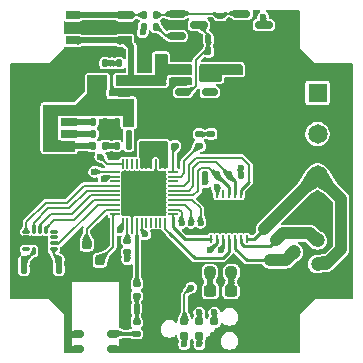
<source format=gtl>
%TF.GenerationSoftware,KiCad,Pcbnew,9.0.5*%
%TF.CreationDate,2026-01-28T11:34:24-05:00*%
%TF.ProjectId,lmp91000-pcb,6c6d7039-3130-4303-902d-7063622e6b69,rev?*%
%TF.SameCoordinates,Original*%
%TF.FileFunction,Copper,L1,Top*%
%TF.FilePolarity,Positive*%
%FSLAX46Y46*%
G04 Gerber Fmt 4.6, Leading zero omitted, Abs format (unit mm)*
G04 Created by KiCad (PCBNEW 9.0.5) date 2026-01-28 11:34:24*
%MOMM*%
%LPD*%
G01*
G04 APERTURE LIST*
G04 Aperture macros list*
%AMRoundRect*
0 Rectangle with rounded corners*
0 $1 Rounding radius*
0 $2 $3 $4 $5 $6 $7 $8 $9 X,Y pos of 4 corners*
0 Add a 4 corners polygon primitive as box body*
4,1,4,$2,$3,$4,$5,$6,$7,$8,$9,$2,$3,0*
0 Add four circle primitives for the rounded corners*
1,1,$1+$1,$2,$3*
1,1,$1+$1,$4,$5*
1,1,$1+$1,$6,$7*
1,1,$1+$1,$8,$9*
0 Add four rect primitives between the rounded corners*
20,1,$1+$1,$2,$3,$4,$5,0*
20,1,$1+$1,$4,$5,$6,$7,0*
20,1,$1+$1,$6,$7,$8,$9,0*
20,1,$1+$1,$8,$9,$2,$3,0*%
G04 Aperture macros list end*
%TA.AperFunction,SMDPad,CuDef*%
%ADD10RoundRect,0.147500X-0.172500X0.147500X-0.172500X-0.147500X0.172500X-0.147500X0.172500X0.147500X0*%
%TD*%
%TA.AperFunction,SMDPad,CuDef*%
%ADD11RoundRect,0.140000X0.140000X0.170000X-0.140000X0.170000X-0.140000X-0.170000X0.140000X-0.170000X0*%
%TD*%
%TA.AperFunction,SMDPad,CuDef*%
%ADD12RoundRect,0.070000X-0.530000X0.280000X-0.530000X-0.280000X0.530000X-0.280000X0.530000X0.280000X0*%
%TD*%
%TA.AperFunction,SMDPad,CuDef*%
%ADD13RoundRect,0.076000X-0.524000X0.304000X-0.524000X-0.304000X0.524000X-0.304000X0.524000X0.304000X0*%
%TD*%
%TA.AperFunction,SMDPad,CuDef*%
%ADD14RoundRect,0.080000X-0.520000X0.320000X-0.520000X-0.320000X0.520000X-0.320000X0.520000X0.320000X0*%
%TD*%
%TA.AperFunction,ComponentPad*%
%ADD15O,1.700000X1.100000*%
%TD*%
%TA.AperFunction,SMDPad,CuDef*%
%ADD16RoundRect,0.135000X-0.135000X-0.185000X0.135000X-0.185000X0.135000X0.185000X-0.135000X0.185000X0*%
%TD*%
%TA.AperFunction,ComponentPad*%
%ADD17R,1.650000X1.650000*%
%TD*%
%TA.AperFunction,ComponentPad*%
%ADD18C,1.650000*%
%TD*%
%TA.AperFunction,SMDPad,CuDef*%
%ADD19RoundRect,0.135000X-0.185000X0.135000X-0.185000X-0.135000X0.185000X-0.135000X0.185000X0.135000X0*%
%TD*%
%TA.AperFunction,SMDPad,CuDef*%
%ADD20RoundRect,0.135000X0.135000X0.185000X-0.135000X0.185000X-0.135000X-0.185000X0.135000X-0.185000X0*%
%TD*%
%TA.AperFunction,SMDPad,CuDef*%
%ADD21RoundRect,0.087500X-0.225000X-0.087500X0.225000X-0.087500X0.225000X0.087500X-0.225000X0.087500X0*%
%TD*%
%TA.AperFunction,SMDPad,CuDef*%
%ADD22RoundRect,0.087500X-0.087500X-0.225000X0.087500X-0.225000X0.087500X0.225000X-0.087500X0.225000X0*%
%TD*%
%TA.AperFunction,SMDPad,CuDef*%
%ADD23RoundRect,0.140000X-0.140000X-0.170000X0.140000X-0.170000X0.140000X0.170000X-0.140000X0.170000X0*%
%TD*%
%TA.AperFunction,SMDPad,CuDef*%
%ADD24RoundRect,0.150000X-0.512500X-0.150000X0.512500X-0.150000X0.512500X0.150000X-0.512500X0.150000X0*%
%TD*%
%TA.AperFunction,SMDPad,CuDef*%
%ADD25R,0.990600X0.711200*%
%TD*%
%TA.AperFunction,SMDPad,CuDef*%
%ADD26RoundRect,0.150000X0.512500X0.150000X-0.512500X0.150000X-0.512500X-0.150000X0.512500X-0.150000X0*%
%TD*%
%TA.AperFunction,SMDPad,CuDef*%
%ADD27RoundRect,0.140000X-0.170000X0.140000X-0.170000X-0.140000X0.170000X-0.140000X0.170000X0.140000X0*%
%TD*%
%TA.AperFunction,SMDPad,CuDef*%
%ADD28RoundRect,0.147500X0.172500X-0.147500X0.172500X0.147500X-0.172500X0.147500X-0.172500X-0.147500X0*%
%TD*%
%TA.AperFunction,SMDPad,CuDef*%
%ADD29RoundRect,0.150000X-0.587500X-0.150000X0.587500X-0.150000X0.587500X0.150000X-0.587500X0.150000X0*%
%TD*%
%TA.AperFunction,SMDPad,CuDef*%
%ADD30RoundRect,0.062500X0.062500X0.237500X-0.062500X0.237500X-0.062500X-0.237500X0.062500X-0.237500X0*%
%TD*%
%TA.AperFunction,SMDPad,CuDef*%
%ADD31R,2.600000X2.600000*%
%TD*%
%TA.AperFunction,SMDPad,CuDef*%
%ADD32RoundRect,0.237500X0.250000X0.237500X-0.250000X0.237500X-0.250000X-0.237500X0.250000X-0.237500X0*%
%TD*%
%TA.AperFunction,ConnectorPad*%
%ADD33C,0.787400*%
%TD*%
%TA.AperFunction,SMDPad,CuDef*%
%ADD34RoundRect,0.150000X-0.350000X0.150000X-0.350000X-0.150000X0.350000X-0.150000X0.350000X0.150000X0*%
%TD*%
%TA.AperFunction,SMDPad,CuDef*%
%ADD35RoundRect,0.140000X0.170000X-0.140000X0.170000X0.140000X-0.170000X0.140000X-0.170000X-0.140000X0*%
%TD*%
%TA.AperFunction,SMDPad,CuDef*%
%ADD36RoundRect,0.050000X-0.337500X-0.050000X0.337500X-0.050000X0.337500X0.050000X-0.337500X0.050000X0*%
%TD*%
%TA.AperFunction,SMDPad,CuDef*%
%ADD37RoundRect,0.050000X-0.050000X-0.337500X0.050000X-0.337500X0.050000X0.337500X-0.050000X0.337500X0*%
%TD*%
%TA.AperFunction,HeatsinkPad*%
%ADD38R,3.800000X3.800000*%
%TD*%
%TA.AperFunction,ComponentPad*%
%ADD39C,1.200000*%
%TD*%
%TA.AperFunction,SMDPad,CuDef*%
%ADD40RoundRect,0.147500X0.147500X0.172500X-0.147500X0.172500X-0.147500X-0.172500X0.147500X-0.172500X0*%
%TD*%
%TA.AperFunction,SMDPad,CuDef*%
%ADD41RoundRect,0.200000X-0.200000X0.250000X-0.200000X-0.250000X0.200000X-0.250000X0.200000X0.250000X0*%
%TD*%
%TA.AperFunction,SMDPad,CuDef*%
%ADD42RoundRect,0.237500X0.300000X0.237500X-0.300000X0.237500X-0.300000X-0.237500X0.300000X-0.237500X0*%
%TD*%
%TA.AperFunction,ComponentPad*%
%ADD43RoundRect,0.200000X0.200000X0.450000X-0.200000X0.450000X-0.200000X-0.450000X0.200000X-0.450000X0*%
%TD*%
%TA.AperFunction,ComponentPad*%
%ADD44O,0.800000X1.300000*%
%TD*%
%TA.AperFunction,ViaPad*%
%ADD45C,0.600000*%
%TD*%
%TA.AperFunction,Conductor*%
%ADD46C,0.500000*%
%TD*%
%TA.AperFunction,Conductor*%
%ADD47C,0.200000*%
%TD*%
%TA.AperFunction,Conductor*%
%ADD48C,0.250000*%
%TD*%
%TA.AperFunction,Conductor*%
%ADD49C,0.600000*%
%TD*%
%TA.AperFunction,Conductor*%
%ADD50C,1.000000*%
%TD*%
%TA.AperFunction,Conductor*%
%ADD51C,0.300000*%
%TD*%
G04 APERTURE END LIST*
D10*
%TO.P,FB1,1*%
%TO.N,Net-(U2-RFVDD)*%
X42900000Y-52515000D03*
%TO.P,FB1,2*%
%TO.N,+3V3*%
X42900000Y-53485000D03*
%TD*%
D11*
%TO.P,C13,1*%
%TO.N,+3V3*%
X37100001Y-55000000D03*
%TO.P,C13,2*%
%TO.N,GND*%
X36140001Y-55000000D03*
%TD*%
D12*
%TO.P,J2,A5,CC1*%
%TO.N,Net-(J2-CC1)*%
X37880000Y-42500000D03*
D13*
%TO.P,J2,A9,VBUS*%
%TO.N,VBUS*%
X37880000Y-44520000D03*
D14*
%TO.P,J2,A12,GND*%
%TO.N,GND*%
X37880000Y-45750000D03*
D12*
%TO.P,J2,B5,CC2*%
%TO.N,Net-(J2-CC2)*%
X37880000Y-43500000D03*
D13*
%TO.P,J2,B9,VBUS*%
%TO.N,VBUS*%
X37880000Y-41480000D03*
D14*
%TO.P,J2,B12,GND*%
%TO.N,GND*%
X37880000Y-40250000D03*
D15*
%TO.P,J2,S1,SHIELD*%
X37800000Y-38680000D03*
X34000000Y-38680000D03*
X37800000Y-47320000D03*
X34000000Y-47320000D03*
%TD*%
D16*
%TO.P,R7,1*%
%TO.N,Net-(D2-K)*%
X41990001Y-44500000D03*
%TO.P,R7,2*%
%TO.N,Net-(R13-Pad1)*%
X43009999Y-44500000D03*
%TD*%
D17*
%TO.P,J4,1,Pin_1*%
%TO.N,/LMP/RE*%
X59000000Y-40000000D03*
D18*
%TO.P,J4,2,Pin_2*%
%TO.N,/LMP/WE*%
X59000000Y-43500000D03*
%TO.P,J4,3,Pin_3*%
%TO.N,/LMP/CE*%
X59000000Y-47000000D03*
%TD*%
D19*
%TO.P,R3,1*%
%TO.N,Net-(Q1-G)*%
X50750000Y-33490001D03*
%TO.P,R3,2*%
%TO.N,GND*%
X50750000Y-34509999D03*
%TD*%
D20*
%TO.P,R5,1*%
%TO.N,GND*%
X41009999Y-42500000D03*
%TO.P,R5,2*%
%TO.N,Net-(J2-CC1)*%
X39990001Y-42500000D03*
%TD*%
D21*
%TO.P,U6,1,SDO*%
%TO.N,/IMU_SDO*%
X34337500Y-51750000D03*
%TO.P,U6,2,SDx*%
%TO.N,GND*%
X34337500Y-52250000D03*
%TO.P,U6,3,SCx*%
X34337500Y-52750000D03*
%TO.P,U6,4,INT1*%
%TO.N,/IMU/INT1*%
X34337500Y-53250000D03*
D22*
%TO.P,U6,5,Vdd_IO*%
%TO.N,+3V3*%
X35000000Y-53412500D03*
%TO.P,U6,6,GND*%
%TO.N,GND*%
X35500000Y-53412500D03*
%TO.P,U6,7,GND*%
X36000000Y-53412500D03*
D21*
%TO.P,U6,8,Vdd*%
%TO.N,+3V3*%
X36662500Y-53250000D03*
%TO.P,U6,9,INT2*%
%TO.N,/IMU_INT2*%
X36662500Y-52750000D03*
%TO.P,U6,10,OCS_Aux*%
%TO.N,unconnected-(U6-OCS_Aux-Pad10)*%
X36662500Y-52250000D03*
%TO.P,U6,11,SDO_Aux*%
%TO.N,unconnected-(U6-SDO_Aux-Pad11)*%
X36662500Y-51750000D03*
D22*
%TO.P,U6,12,CS*%
%TO.N,/IMU_CS*%
X36000000Y-51587500D03*
%TO.P,U6,13,SPC*%
%TO.N,/IMU_SPC*%
X35500000Y-51587500D03*
%TO.P,U6,14,SDI*%
%TO.N,/IMU_SDI*%
X35000000Y-51587500D03*
%TD*%
D23*
%TO.P,C14,1*%
%TO.N,+3V3*%
X34140000Y-55000000D03*
%TO.P,C14,2*%
%TO.N,GND*%
X35100000Y-55000000D03*
%TD*%
D24*
%TO.P,U4,1,IN*%
%TO.N,+BATT*%
X47612500Y-38050000D03*
%TO.P,U4,2,GND*%
%TO.N,GND*%
X47612500Y-39000000D03*
%TO.P,U4,3,EN*%
%TO.N,/Power/LDO_EN*%
X47612500Y-39950000D03*
%TO.P,U4,4,NC*%
%TO.N,unconnected-(U4-NC-Pad4)*%
X49887500Y-39950000D03*
%TO.P,U4,5,OUT*%
%TO.N,+3V3*%
X49887500Y-38050000D03*
%TD*%
D25*
%TO.P,SW1,1,1*%
%TO.N,+BATT*%
X42750001Y-35574999D03*
X38249999Y-35574999D03*
%TO.P,SW1,2,2*%
%TO.N,Net-(R1-Pad1)*%
X42750001Y-33425001D03*
X38249999Y-33425001D03*
%TD*%
D11*
%TO.P,C9,1*%
%TO.N,VBUS*%
X42980000Y-42500000D03*
%TO.P,C9,2*%
%TO.N,GND*%
X42020000Y-42500000D03*
%TD*%
D19*
%TO.P,R14,1*%
%TO.N,Net-(D3-K)*%
X50000000Y-43490001D03*
%TO.P,R14,2*%
%TO.N,GND*%
X50000000Y-44509999D03*
%TD*%
D20*
%TO.P,R4,1*%
%TO.N,GND*%
X41009999Y-43500000D03*
%TO.P,R4,2*%
%TO.N,Net-(J2-CC2)*%
X39990001Y-43500000D03*
%TD*%
D23*
%TO.P,C7,1*%
%TO.N,/Power/LDO_EN*%
X49770000Y-35500000D03*
%TO.P,C7,2*%
%TO.N,GND*%
X50730000Y-35500000D03*
%TD*%
%TO.P,C5,1*%
%TO.N,/PI*%
X43700000Y-58300000D03*
%TO.P,C5,2*%
%TO.N,GND*%
X44660000Y-58300000D03*
%TD*%
D26*
%TO.P,U3,1,CE*%
%TO.N,VBUS*%
X42637500Y-40950000D03*
%TO.P,U3,2,V_{SS}*%
%TO.N,GND*%
X42637500Y-40000000D03*
%TO.P,U3,3,V_{BAT}*%
%TO.N,+BATT*%
X42637500Y-39050000D03*
%TO.P,U3,4,V_{DD}*%
%TO.N,VBUS*%
X40362500Y-39050000D03*
%TO.P,U3,5,PROG*%
X40362500Y-40950000D03*
%TD*%
D27*
%TO.P,C8,1*%
%TO.N,+BATT*%
X45750000Y-39020000D03*
%TO.P,C8,2*%
%TO.N,GND*%
X45750000Y-39980000D03*
%TD*%
D28*
%TO.P,L1,1*%
%TO.N,/PI*%
X43700000Y-57185000D03*
%TO.P,L1,2*%
%TO.N,/RF2G4_IO*%
X43700000Y-56215000D03*
%TD*%
D29*
%TO.P,Q1,1,G*%
%TO.N,Net-(Q1-G)*%
X52562500Y-33300000D03*
%TO.P,Q1,2,S*%
%TO.N,GND*%
X52562500Y-35200000D03*
%TO.P,Q1,3,D*%
%TO.N,/PWR_BTN*%
X54437500Y-34250000D03*
%TD*%
D20*
%TO.P,R9,1*%
%TO.N,/BATT_MEAS*%
X41009999Y-37500000D03*
%TO.P,R9,2*%
%TO.N,GND*%
X39990001Y-37500000D03*
%TD*%
D10*
%TO.P,D3,1,K*%
%TO.N,Net-(D3-K)*%
X49000000Y-43515000D03*
%TO.P,D3,2,A*%
%TO.N,/LED*%
X49000000Y-44485000D03*
%TD*%
D16*
%TO.P,R6,1*%
%TO.N,/Power/LDO_EN*%
X49740001Y-36500000D03*
%TO.P,R6,2*%
%TO.N,GND*%
X50759999Y-36500000D03*
%TD*%
D30*
%TO.P,U5,1,DGND*%
%TO.N,GND*%
X53000000Y-48575000D03*
%TO.P,U5,2,MENB*%
%TO.N,/LMP_MENB*%
X52500000Y-48575000D03*
%TO.P,U5,3,SCL*%
%TO.N,/LMP_SCL*%
X52000000Y-48575001D03*
%TO.P,U5,4,SDA*%
%TO.N,/LMP_SDA*%
X51500000Y-48575000D03*
%TO.P,U5,5,NC*%
%TO.N,unconnected-(U5-NC-Pad5)*%
X51000000Y-48575001D03*
%TO.P,U5,6,VDD*%
%TO.N,+3V3*%
X50500000Y-48575000D03*
%TO.P,U5,7,AGND*%
%TO.N,GND*%
X50000000Y-48575000D03*
%TO.P,U5,8,VOUT*%
%TO.N,/LMP_VOUT*%
X50000000Y-52375000D03*
%TO.P,U5,9,C2*%
%TO.N,Net-(U5-C2)*%
X50500000Y-52375000D03*
%TO.P,U5,10,C1*%
%TO.N,Net-(U5-C1)*%
X51000000Y-52374999D03*
%TO.P,U5,11,VREF*%
%TO.N,/LMP_VREF*%
X51500000Y-52375000D03*
%TO.P,U5,12,WE*%
%TO.N,/LMP/WE*%
X52000000Y-52374999D03*
%TO.P,U5,13,RE*%
%TO.N,/LMP/RE*%
X52500000Y-52375000D03*
%TO.P,U5,14,CE*%
%TO.N,/LMP/CE*%
X53000000Y-52375000D03*
D31*
%TO.P,U5,15,DAP*%
%TO.N,GND*%
X51500000Y-50500000D03*
%TD*%
D27*
%TO.P,C10,1*%
%TO.N,+BATT*%
X44500000Y-39020000D03*
%TO.P,C10,2*%
%TO.N,GND*%
X44500000Y-39980000D03*
%TD*%
D32*
%TO.P,R12,1*%
%TO.N,Net-(U5-C1)*%
X51712500Y-55200000D03*
%TO.P,R12,2*%
%TO.N,Net-(U5-C2)*%
X49887500Y-55200000D03*
%TD*%
D33*
%TO.P,J1,1,VCC*%
%TO.N,+3V3*%
X47730000Y-60635000D03*
%TO.P,J1,2,SWDIO*%
%TO.N,/SWDIO*%
X47730000Y-59365000D03*
%TO.P,J1,3,~{RESET}*%
%TO.N,/RESETn*%
X49000000Y-60635000D03*
%TO.P,J1,4,SWCLK*%
%TO.N,/SWCLK*%
X49000000Y-59365000D03*
%TO.P,J1,5,GND*%
%TO.N,GND*%
X50270000Y-60635000D03*
%TO.P,J1,6,SWO*%
%TO.N,/SWV{slash}SWO*%
X50270000Y-59365000D03*
%TD*%
D34*
%TO.P,U1,1,FEED*%
%TO.N,/FEED*%
X41700000Y-60400000D03*
%TO.P,U1,2,GND*%
%TO.N,GND*%
X38700000Y-60400000D03*
%TO.P,U1,3,GND*%
X38700000Y-61700000D03*
%TO.P,U1,4,GND*%
X41700000Y-61700000D03*
%TD*%
D29*
%TO.P,D1,1*%
%TO.N,Net-(Q1-G)*%
X47062500Y-33300000D03*
%TO.P,D1,2*%
%TO.N,Net-(D1-Pad2)*%
X47062500Y-35200000D03*
%TO.P,D1,3*%
%TO.N,/Power/LDO_EN*%
X48937500Y-34250000D03*
%TD*%
D35*
%TO.P,C1,1*%
%TO.N,+3V3*%
X44500000Y-44480000D03*
%TO.P,C1,2*%
%TO.N,GND*%
X44500000Y-43520000D03*
%TD*%
D36*
%TO.P,U2,1,PC00*%
%TO.N,/LDO_EN*%
X41812500Y-46700000D03*
%TO.P,U2,2,PC01*%
%TO.N,/PWR_BTN*%
X41812500Y-47100000D03*
%TO.P,U2,3,PC02*%
%TO.N,unconnected-(U2-PC02-Pad3)*%
X41812500Y-47500000D03*
%TO.P,U2,4,PC03*%
%TO.N,/IMU_SDO*%
X41812500Y-47900000D03*
%TO.P,U2,5,PC04*%
%TO.N,/IMU_SDI*%
X41812500Y-48300000D03*
%TO.P,U2,6,PC05*%
%TO.N,/IMU_SPC*%
X41812500Y-48700000D03*
%TO.P,U2,7,PC06*%
%TO.N,/IMU_CS*%
X41812500Y-49100000D03*
%TO.P,U2,8,PC07*%
%TO.N,/IMU_INT2*%
X41812500Y-49500000D03*
%TO.P,U2,9,HFXTAL_I*%
%TO.N,/HFXTAL_I*%
X41812500Y-49900000D03*
%TO.P,U2,10,HFXTAL_O*%
%TO.N,/HFXTAL_O*%
X41812500Y-50300000D03*
D37*
%TO.P,U2,11,RESETn*%
%TO.N,/RESETn*%
X42500000Y-50987500D03*
%TO.P,U2,12,RFVDD*%
%TO.N,Net-(U2-RFVDD)*%
X42900000Y-50987500D03*
%TO.P,U2,13,RFVSS*%
%TO.N,GND*%
X43300000Y-50987500D03*
%TO.P,U2,14,RF2G4_IO*%
%TO.N,/RF2G4_IO*%
X43700000Y-50987500D03*
%TO.P,U2,15,PAVDD*%
%TO.N,+3V3*%
X44100000Y-50987500D03*
%TO.P,U2,16,PB04*%
%TO.N,unconnected-(U2-PB04-Pad16)*%
X44500000Y-50987500D03*
%TO.P,U2,17,PB03*%
%TO.N,unconnected-(U2-PB03-Pad17)*%
X44900000Y-50987500D03*
%TO.P,U2,18,PB02*%
%TO.N,unconnected-(U2-PB02-Pad18)*%
X45300000Y-50987500D03*
%TO.P,U2,19,PB01*%
%TO.N,unconnected-(U2-PB01-Pad19)*%
X45700000Y-50987500D03*
%TO.P,U2,20,PB00*%
%TO.N,/LMP_VREF*%
X46100000Y-50987500D03*
D36*
%TO.P,U2,21,PA00*%
%TO.N,/LMP_VOUT*%
X46787500Y-50300000D03*
%TO.P,U2,22,PA01*%
%TO.N,/SWCLK*%
X46787500Y-49900000D03*
%TO.P,U2,23,PA02*%
%TO.N,/SWDIO*%
X46787500Y-49500000D03*
%TO.P,U2,24,PA03*%
%TO.N,/SWV{slash}SWO*%
X46787500Y-49100000D03*
%TO.P,U2,25,PA04*%
%TO.N,/LMP_SDA*%
X46787500Y-48700000D03*
%TO.P,U2,26,PA05*%
%TO.N,/LMP_SCL*%
X46787500Y-48300000D03*
%TO.P,U2,27,PA06*%
%TO.N,/LMP_MENB*%
X46787500Y-47900000D03*
%TO.P,U2,28,PA07*%
%TO.N,unconnected-(U2-PA07-Pad28)*%
X46787500Y-47500000D03*
%TO.P,U2,29,PA08*%
%TO.N,/LED*%
X46787500Y-47100000D03*
%TO.P,U2,30,DECOUPLE*%
%TO.N,Net-(U2-DECOUPLE)*%
X46787500Y-46700000D03*
D37*
%TO.P,U2,31,VREGSW*%
%TO.N,+3V3*%
X46100000Y-46012500D03*
%TO.P,U2,32,VREGVDD*%
X45700000Y-46012500D03*
%TO.P,U2,33,VREGVSS*%
%TO.N,GND*%
X45300000Y-46012500D03*
%TO.P,U2,34,DVDD*%
%TO.N,+3V3*%
X44900000Y-46012500D03*
%TO.P,U2,35,AVDD*%
X44500000Y-46012500D03*
%TO.P,U2,36,IOVDD*%
X44100000Y-46012500D03*
%TO.P,U2,37,PD03*%
%TO.N,unconnected-(U2-PD03-Pad37)*%
X43700000Y-46012500D03*
%TO.P,U2,38,PD02*%
%TO.N,unconnected-(U2-PD02-Pad38)*%
X43300000Y-46012500D03*
%TO.P,U2,39,PD01*%
%TO.N,unconnected-(U2-PD01-Pad39)*%
X42900000Y-46012500D03*
%TO.P,U2,40,PD00*%
%TO.N,/BATT_MEAS*%
X42500000Y-46012500D03*
D38*
%TO.P,U2,41,VSS*%
%TO.N,GND*%
X44300000Y-48500000D03*
%TD*%
D39*
%TO.P,J5,1,Pin_1*%
%TO.N,/LMP/CE*%
X59000000Y-54500000D03*
%TO.P,J5,2,Pin_2*%
%TO.N,/LMP/WE*%
X57000000Y-53500000D03*
%TO.P,J5,3,Pin_3*%
%TO.N,/LMP/RE*%
X59000000Y-52499999D03*
%TD*%
D20*
%TO.P,R10,1*%
%TO.N,/LMP_SDA*%
X50500000Y-47000000D03*
%TO.P,R10,2*%
%TO.N,+3V3*%
X49480002Y-47000000D03*
%TD*%
D35*
%TO.P,C6,1*%
%TO.N,Net-(U2-DECOUPLE)*%
X46900000Y-44480000D03*
%TO.P,C6,2*%
%TO.N,GND*%
X46900000Y-43520000D03*
%TD*%
D40*
%TO.P,D2,1,K*%
%TO.N,Net-(D2-K)*%
X40985000Y-44500000D03*
%TO.P,D2,2,A*%
%TO.N,VBUS*%
X40015000Y-44500000D03*
%TD*%
D16*
%TO.P,R2,1*%
%TO.N,/LDO_EN*%
X44290001Y-34400000D03*
%TO.P,R2,2*%
%TO.N,Net-(D1-Pad2)*%
X45309999Y-34400000D03*
%TD*%
D20*
%TO.P,R8,1*%
%TO.N,+BATT*%
X43250000Y-37500000D03*
%TO.P,R8,2*%
%TO.N,/BATT_MEAS*%
X42230002Y-37500000D03*
%TD*%
%TO.P,R13,1*%
%TO.N,Net-(R13-Pad1)*%
X43009999Y-43500000D03*
%TO.P,R13,2*%
%TO.N,GND*%
X41990001Y-43500000D03*
%TD*%
D35*
%TO.P,C4,1*%
%TO.N,/FEED*%
X43700000Y-60400000D03*
%TO.P,C4,2*%
%TO.N,/PI*%
X43700000Y-59440000D03*
%TD*%
D27*
%TO.P,C11,1*%
%TO.N,+3V3*%
X51500000Y-38020000D03*
%TO.P,C11,2*%
%TO.N,GND*%
X51500000Y-38980000D03*
%TD*%
D41*
%TO.P,Y1,1,1*%
%TO.N,/HFXTAL_I*%
X39450000Y-52800000D03*
%TO.P,Y1,2,2*%
%TO.N,GND*%
X39450000Y-54200000D03*
%TO.P,Y1,3,3*%
%TO.N,/HFXTAL_O*%
X40550000Y-54200000D03*
%TO.P,Y1,4,4*%
%TO.N,GND*%
X40550000Y-52800000D03*
%TD*%
D42*
%TO.P,C12,1*%
%TO.N,Net-(U5-C1)*%
X51662501Y-56800000D03*
%TO.P,C12,2*%
%TO.N,Net-(U5-C2)*%
X49937499Y-56800000D03*
%TD*%
D16*
%TO.P,R11,1*%
%TO.N,/LMP_SCL*%
X51500000Y-47000000D03*
%TO.P,R11,2*%
%TO.N,+3V3*%
X52519998Y-47000000D03*
%TD*%
D35*
%TO.P,C2,1*%
%TO.N,+3V3*%
X45700000Y-44480000D03*
%TO.P,C2,2*%
%TO.N,GND*%
X45700000Y-43520000D03*
%TD*%
D16*
%TO.P,R1,1*%
%TO.N,Net-(R1-Pad1)*%
X44290001Y-33400000D03*
%TO.P,R1,2*%
%TO.N,Net-(Q1-G)*%
X45309999Y-33400000D03*
%TD*%
D43*
%TO.P,J3,1,Pin_1*%
%TO.N,+BATT*%
X45750000Y-37500000D03*
D44*
%TO.P,J3,2,Pin_2*%
%TO.N,GND*%
X44500000Y-37500000D03*
%TD*%
D45*
%TO.N,+3V3*%
X37100001Y-54100002D03*
X49950000Y-38650000D03*
X50800000Y-38050001D03*
X52500000Y-46400000D03*
X44500000Y-45200000D03*
X47700000Y-61300000D03*
X49500000Y-47600000D03*
X42900000Y-54100000D03*
X50500000Y-47950000D03*
X44400000Y-52000000D03*
X52200000Y-38050000D03*
X34180000Y-54100000D03*
X45900000Y-45200000D03*
%TO.N,GND*%
X49550000Y-48575000D03*
X39400000Y-37500000D03*
X44300000Y-46900000D03*
X43700000Y-40000000D03*
X37900000Y-61700000D03*
X41600000Y-40000000D03*
X50300000Y-61300000D03*
X51400000Y-34500000D03*
X42700000Y-50100000D03*
X51400000Y-36500000D03*
X51500000Y-39600000D03*
X45700000Y-42900000D03*
X46700000Y-39000000D03*
X35300000Y-54200000D03*
X38700000Y-54200000D03*
X46300000Y-40000000D03*
X50600000Y-44500000D03*
X41500000Y-42500000D03*
X51400000Y-35500000D03*
X37900000Y-60400000D03*
X45900000Y-48500000D03*
X46900000Y-42900000D03*
X44500000Y-42900000D03*
X41500000Y-43500000D03*
X42700000Y-48500000D03*
X36000000Y-54200000D03*
X53425000Y-48575000D03*
X42499999Y-61700000D03*
X45100000Y-40000000D03*
X42700000Y-46900000D03*
X45900000Y-50100000D03*
X40600000Y-52000000D03*
X45900000Y-46900000D03*
X44300000Y-48500000D03*
X44300000Y-50100000D03*
%TO.N,Net-(U5-C1)*%
X50805019Y-53305019D03*
X51700000Y-56000000D03*
%TO.N,Net-(U5-C2)*%
X49926154Y-53300000D03*
X49900000Y-56000000D03*
%TO.N,/SWDIO*%
X48300000Y-51000000D03*
X48300000Y-56500000D03*
%TO.N,/SWCLK*%
X47500000Y-51000000D03*
X49000000Y-58600000D03*
%TO.N,/SWV{slash}SWO*%
X50270000Y-58600000D03*
X49100000Y-51000000D03*
%TO.N,/RESETn*%
X49000000Y-61300000D03*
X42300000Y-51600000D03*
%TO.N,/PWR_BTN*%
X40900000Y-47300000D03*
X54400000Y-33600000D03*
%TO.N,/LDO_EN*%
X44200000Y-34900000D03*
X40100000Y-46700000D03*
%TO.N,/BATT_MEAS*%
X41600000Y-37500000D03*
X40600000Y-45400000D03*
%TD*%
D46*
%TO.N,+3V3*%
X50800000Y-38050001D02*
X51469999Y-38050001D01*
D47*
X46100000Y-46012500D02*
X46100000Y-45400000D01*
X47730000Y-60635000D02*
X47730000Y-61270000D01*
X45700000Y-46012499D02*
X45700000Y-45400000D01*
D46*
X34180000Y-54100000D02*
X34140000Y-54140000D01*
D47*
X34400000Y-54100000D02*
X35000001Y-53499999D01*
X47730000Y-61270000D02*
X47700000Y-61300000D01*
X45700000Y-44480000D02*
X45700000Y-45000000D01*
D46*
X49887500Y-38050001D02*
X50800000Y-38050001D01*
D48*
X50500000Y-48575000D02*
X50500000Y-47950000D01*
D47*
X44100000Y-51700000D02*
X44100000Y-51039132D01*
X44100001Y-46012500D02*
X44100001Y-45599999D01*
X36662501Y-53662501D02*
X36662501Y-53250000D01*
D48*
X52519998Y-46419998D02*
X52500000Y-46400000D01*
D47*
X44100001Y-45599999D02*
X44500000Y-45200000D01*
X37100001Y-54100002D02*
X36662501Y-53662501D01*
X35000001Y-53499999D02*
X35000001Y-53412500D01*
X44900000Y-46012500D02*
X44900000Y-45600000D01*
X45700000Y-45400000D02*
X45900000Y-45200000D01*
D48*
X49480002Y-47580002D02*
X49500000Y-47600000D01*
D47*
X42900000Y-54100000D02*
X42900000Y-53485000D01*
X44499999Y-46012500D02*
X44500000Y-45200000D01*
D46*
X51469999Y-38050001D02*
X51500000Y-38020000D01*
D48*
X49480002Y-47000000D02*
X49480002Y-47580002D01*
X52519998Y-47000000D02*
X52519998Y-46419998D01*
D47*
X45700000Y-45000000D02*
X45900000Y-45200000D01*
X34180000Y-54100000D02*
X34400000Y-54100000D01*
X44400000Y-52000000D02*
X44100000Y-51700000D01*
D46*
X34140000Y-54140000D02*
X34140000Y-55000000D01*
D47*
X44500000Y-44480000D02*
X44500000Y-45200000D01*
X46100000Y-45400000D02*
X45900000Y-45200000D01*
D46*
X37100001Y-54100002D02*
X37100001Y-55000000D01*
D47*
X44900000Y-45600000D02*
X44500000Y-45200000D01*
%TO.N,GND*%
X39450000Y-54200000D02*
X38700000Y-54200000D01*
D46*
X36140001Y-54340001D02*
X36000000Y-54200000D01*
D47*
X35999999Y-53412500D02*
X36000000Y-54200000D01*
X50590001Y-44509999D02*
X50600000Y-44500000D01*
D46*
X51500000Y-38980000D02*
X51500000Y-39600000D01*
D47*
X39990001Y-37500000D02*
X39400000Y-37500000D01*
X45700000Y-43520000D02*
X45700000Y-42900000D01*
D48*
X53425000Y-48575000D02*
X53000000Y-48575000D01*
D46*
X42637500Y-40000000D02*
X43700000Y-40000000D01*
X42637500Y-40000000D02*
X41600000Y-40000000D01*
X45080000Y-39980000D02*
X45100000Y-40000000D01*
X35100000Y-55000000D02*
X35100000Y-54400000D01*
X43700000Y-40000000D02*
X43720000Y-39980000D01*
D47*
X44500000Y-43520000D02*
X44500000Y-42900000D01*
X43300000Y-49500000D02*
X44300000Y-48500000D01*
X35500000Y-53412500D02*
X35999999Y-53412500D01*
X51390001Y-34509999D02*
X51400000Y-34500000D01*
D49*
X38700000Y-60400000D02*
X37900000Y-60400000D01*
D46*
X44500000Y-39980000D02*
X45080000Y-39980000D01*
D47*
X52562500Y-35200000D02*
X51700000Y-35200000D01*
X45300000Y-46012500D02*
X45300000Y-47500000D01*
X35500000Y-54000000D02*
X35300000Y-54200000D01*
D46*
X36140001Y-55000000D02*
X36140001Y-54340001D01*
X45120000Y-39980000D02*
X45100000Y-40000000D01*
X47612500Y-39000000D02*
X46700000Y-39000000D01*
D47*
X43300000Y-50987500D02*
X43300000Y-49500000D01*
X40550000Y-52800000D02*
X40550000Y-52050000D01*
D46*
X43720000Y-39980000D02*
X44500000Y-39980000D01*
D49*
X41700000Y-61700000D02*
X42499999Y-61700000D01*
D47*
X45300000Y-47500000D02*
X44300000Y-48500000D01*
X46900000Y-43520000D02*
X46900000Y-42900000D01*
D49*
X38700000Y-61700000D02*
X37900000Y-61700000D01*
D47*
X50000000Y-44509999D02*
X50590001Y-44509999D01*
X51700000Y-35200000D02*
X51400000Y-35500000D01*
X50750000Y-34509999D02*
X51390001Y-34509999D01*
X50270000Y-61270000D02*
X50300000Y-61300000D01*
D48*
X49550000Y-48575000D02*
X50000000Y-48575000D01*
D47*
X50759999Y-36500000D02*
X51400000Y-36500000D01*
X35500000Y-53412500D02*
X35500000Y-54000000D01*
X50270000Y-60635000D02*
X50270000Y-61270000D01*
X40550000Y-52050000D02*
X40600000Y-52000000D01*
D46*
X45750000Y-39980000D02*
X45120000Y-39980000D01*
X35100000Y-54400000D02*
X35300000Y-54200000D01*
D47*
X51400000Y-35500000D02*
X50730000Y-35500000D01*
%TO.N,Net-(U2-DECOUPLE)*%
X46900000Y-44480000D02*
X46787500Y-44592500D01*
X46787500Y-44592500D02*
X46787500Y-46700000D01*
%TO.N,/Power/LDO_EN*%
X49770000Y-35082499D02*
X48937501Y-34250000D01*
X49770000Y-35500000D02*
X49770000Y-35082499D01*
X48700000Y-39400000D02*
X48150001Y-39949999D01*
X49770000Y-35500000D02*
X49770000Y-36470001D01*
X49450000Y-36500000D02*
X48700000Y-37250000D01*
X48150001Y-39949999D02*
X47612500Y-39949999D01*
X48700000Y-37250000D02*
X48700000Y-39400000D01*
X49740001Y-36500000D02*
X49450000Y-36500000D01*
X49770000Y-36470001D02*
X49740001Y-36500000D01*
D46*
%TO.N,+BATT*%
X43250000Y-37500000D02*
X43250000Y-36074998D01*
X45750000Y-39020000D02*
X43400000Y-39020000D01*
X45750000Y-37500000D02*
X45750000Y-38700000D01*
X43400000Y-39020000D02*
X42667501Y-39020000D01*
X42750001Y-35574999D02*
X38249999Y-35574999D01*
X43250000Y-36074998D02*
X42750001Y-35574999D01*
X43250000Y-38870000D02*
X43400000Y-39020000D01*
X46399999Y-38050001D02*
X45750000Y-38700000D01*
X43250000Y-37500000D02*
X43250000Y-38870000D01*
X47612500Y-38050001D02*
X46399999Y-38050001D01*
X45750000Y-38700000D02*
X45750000Y-39020000D01*
X42667501Y-39020000D02*
X42637500Y-39050001D01*
%TO.N,VBUS*%
X37900000Y-44500000D02*
X37880000Y-44520000D01*
X40015000Y-44500000D02*
X37900000Y-44500000D01*
X40362500Y-40949999D02*
X42637500Y-40949999D01*
X40362500Y-40949999D02*
X39350001Y-40949999D01*
X42637500Y-40949999D02*
X42980000Y-41292499D01*
X42980000Y-41292499D02*
X42980000Y-42500000D01*
X40362500Y-40949999D02*
X40362500Y-39050001D01*
X39350001Y-40949999D02*
X38820000Y-41480000D01*
X38820000Y-41480000D02*
X37880000Y-41480000D01*
D48*
%TO.N,Net-(U5-C1)*%
X51000000Y-52374999D02*
X51000000Y-53110038D01*
X51662501Y-56037499D02*
X51700000Y-56000000D01*
X51712500Y-55200000D02*
X51712500Y-55987500D01*
X51712500Y-55987500D02*
X51700000Y-56000000D01*
X51662501Y-56800000D02*
X51662501Y-56037499D01*
X51000000Y-53110038D02*
X50805019Y-53305019D01*
%TO.N,Net-(U5-C2)*%
X49937499Y-56037499D02*
X49900000Y-56000000D01*
X49887500Y-55200000D02*
X49887500Y-55987500D01*
X49887500Y-55987500D02*
X49900000Y-56000000D01*
X50500000Y-52726154D02*
X50500000Y-52375000D01*
X49926154Y-53300000D02*
X50500000Y-52726154D01*
X49937499Y-56800000D02*
X49937499Y-56037499D01*
D47*
%TO.N,Net-(Q1-G)*%
X45309999Y-33400000D02*
X46962500Y-33400000D01*
X50559999Y-33300000D02*
X50750000Y-33490001D01*
X50940001Y-33300000D02*
X50750000Y-33490001D01*
X52562500Y-33300000D02*
X50940001Y-33300000D01*
X47062500Y-33300000D02*
X50559999Y-33300000D01*
X46962500Y-33400000D02*
X47062500Y-33300000D01*
%TO.N,Net-(D1-Pad2)*%
X45400000Y-34400000D02*
X46200000Y-35200000D01*
X45309999Y-34400000D02*
X45400000Y-34400000D01*
X46200000Y-35200000D02*
X47062500Y-35200000D01*
D46*
%TO.N,Net-(D2-K)*%
X40985000Y-44500000D02*
X41990001Y-44500000D01*
D47*
%TO.N,/LED*%
X47699000Y-45786000D02*
X49000000Y-44485000D01*
X46787501Y-47100000D02*
X47400000Y-47100000D01*
X47699000Y-46801000D02*
X47699000Y-45786000D01*
X47400000Y-47100000D02*
X47699000Y-46801000D01*
%TO.N,Net-(D3-K)*%
X49000000Y-43515000D02*
X49975001Y-43515000D01*
X49975001Y-43515000D02*
X50000000Y-43490001D01*
%TO.N,Net-(U2-RFVDD)*%
X42900000Y-52515000D02*
X42900000Y-50987501D01*
%TO.N,/SWDIO*%
X47730000Y-57070000D02*
X47730000Y-59365000D01*
X48300000Y-56500000D02*
X47730000Y-57070000D01*
X48300000Y-50000000D02*
X47800000Y-49500000D01*
X47800000Y-49500000D02*
X46787500Y-49500000D01*
X48300000Y-51000000D02*
X48300000Y-50000000D01*
%TO.N,/SWCLK*%
X47500000Y-51000000D02*
X47500000Y-50100000D01*
X47300000Y-49900000D02*
X46787501Y-49900000D01*
X47500000Y-50100000D02*
X47300000Y-49900000D01*
X49000000Y-59365000D02*
X49000000Y-58600000D01*
%TO.N,/SWV{slash}SWO*%
X49100000Y-51000000D02*
X49100000Y-49800000D01*
X49100000Y-49800000D02*
X48400000Y-49100000D01*
X50270000Y-58600000D02*
X50270000Y-59365000D01*
X46787500Y-49100000D02*
X48400000Y-49100000D01*
%TO.N,/RESETn*%
X42300000Y-51600000D02*
X42300000Y-51500000D01*
X42500000Y-51300000D02*
X42500000Y-50987500D01*
X49000000Y-61300000D02*
X49000000Y-60635000D01*
X42300000Y-51500000D02*
X42500000Y-51300000D01*
D46*
%TO.N,Net-(J2-CC1)*%
X39990001Y-42500000D02*
X37880000Y-42500000D01*
%TO.N,Net-(J2-CC2)*%
X39990001Y-43500000D02*
X37880000Y-43500000D01*
D50*
%TO.N,/LMP/RE*%
X56100001Y-51899999D02*
X58400000Y-51899999D01*
D48*
X52500000Y-52726154D02*
X52500000Y-52375000D01*
D50*
X58400000Y-51899999D02*
X59000000Y-52499999D01*
D48*
X52774846Y-53001000D02*
X52500000Y-52726154D01*
X54999000Y-53001000D02*
X52774846Y-53001000D01*
D50*
X55500000Y-52500000D02*
X56100001Y-51899999D01*
D48*
X55500000Y-52500000D02*
X54999000Y-53001000D01*
%TO.N,/LMP/WE*%
X53000000Y-54200000D02*
X52000000Y-53200000D01*
X55000000Y-54200000D02*
X53000000Y-54200000D01*
D50*
X56300000Y-54200000D02*
X57000000Y-53500000D01*
X55000000Y-54200000D02*
X56300000Y-54200000D01*
D48*
X56900000Y-53600000D02*
X57000000Y-53500000D01*
X52000000Y-53200000D02*
X52000000Y-52374999D01*
D50*
%TO.N,/LMP/CE*%
X61000000Y-49000000D02*
X59000000Y-47000000D01*
X61000000Y-53250000D02*
X61000000Y-49000000D01*
D48*
X53625000Y-52375000D02*
X53000000Y-52375000D01*
D50*
X59000000Y-47000000D02*
X54500000Y-51500000D01*
X59000000Y-54500000D02*
X59750000Y-54500000D01*
X59750000Y-54500000D02*
X61000000Y-53250000D01*
D48*
X54500000Y-51500000D02*
X53625000Y-52375000D01*
D47*
%TO.N,/PWR_BTN*%
X54437501Y-33637501D02*
X54400000Y-33600000D01*
X40900000Y-47300000D02*
X41100000Y-47100000D01*
X41100000Y-47100000D02*
X41812499Y-47100000D01*
X54437501Y-34250000D02*
X54437501Y-33637501D01*
%TO.N,Net-(R1-Pad1)*%
X42925002Y-33250000D02*
X42750001Y-33425001D01*
X44265000Y-33425001D02*
X44290001Y-33400000D01*
D46*
X38249999Y-33425001D02*
X42750001Y-33425001D01*
D47*
X42750001Y-33425001D02*
X44265000Y-33425001D01*
%TO.N,/LDO_EN*%
X40100000Y-46700000D02*
X41812500Y-46700000D01*
X44200000Y-34900000D02*
X44200000Y-34490001D01*
X44200000Y-34490001D02*
X44290001Y-34400000D01*
D46*
%TO.N,Net-(R13-Pad1)*%
X43009999Y-44500000D02*
X43009999Y-43500000D01*
D47*
%TO.N,/BATT_MEAS*%
X41600000Y-37500000D02*
X42230002Y-37500000D01*
X40600000Y-45400000D02*
X41212500Y-46012500D01*
X41212500Y-46012500D02*
X42500000Y-46012500D01*
X41009999Y-37500000D02*
X41600000Y-37500000D01*
%TO.N,/LMP_SDA*%
X46793750Y-48700000D02*
X48500000Y-48700000D01*
X48900000Y-46600000D02*
X49146000Y-46354000D01*
D48*
X50500000Y-47000000D02*
X51500000Y-48000000D01*
D47*
X49854000Y-46354000D02*
X50500000Y-47000000D01*
X48900000Y-48300000D02*
X48900000Y-46600000D01*
X49146000Y-46354000D02*
X49854000Y-46354000D01*
X48500000Y-48700000D02*
X48900000Y-48300000D01*
D48*
X51500000Y-48000000D02*
X51500000Y-48575000D01*
D47*
%TO.N,/LMP_SCL*%
X48500000Y-46362190D02*
X48962190Y-45900000D01*
X48962190Y-45900000D02*
X50400000Y-45900000D01*
D48*
X51500000Y-47000000D02*
X52000000Y-47500000D01*
D47*
X46793750Y-48300000D02*
X48100000Y-48300000D01*
X50400000Y-45900000D02*
X51500000Y-47000000D01*
X48500000Y-47900000D02*
X48500000Y-46362190D01*
X48100000Y-48300000D02*
X48500000Y-47900000D01*
D48*
X52000000Y-47500000D02*
X52000000Y-48575001D01*
%TO.N,/LMP_VREF*%
X46450000Y-51850000D02*
X48600000Y-54000000D01*
D47*
X46100000Y-51500000D02*
X46450000Y-51850000D01*
X46100000Y-50987500D02*
X46100000Y-51500000D01*
D48*
X48600000Y-54000000D02*
X50995336Y-54000000D01*
X50995336Y-54000000D02*
X51500000Y-53495336D01*
X51500000Y-53495336D02*
X51500000Y-52375000D01*
D47*
%TO.N,/HFXTAL_O*%
X41700000Y-53050000D02*
X40550000Y-54200000D01*
X41700000Y-50412500D02*
X41700000Y-53050000D01*
X41812500Y-50300000D02*
X41700000Y-50412500D01*
%TO.N,/HFXTAL_I*%
X39450000Y-52800000D02*
X39450000Y-51550000D01*
X39450000Y-51550000D02*
X41100000Y-49900000D01*
X41100000Y-49900000D02*
X41812499Y-49900000D01*
D48*
%TO.N,/LMP_VOUT*%
X46787500Y-50500000D02*
X46787500Y-51387500D01*
X46787500Y-51387500D02*
X47775000Y-52375000D01*
D47*
X46787500Y-50500000D02*
X46787500Y-50300000D01*
D48*
X47775000Y-52375000D02*
X50000000Y-52375000D01*
D47*
%TO.N,/LMP_MENB*%
X46787500Y-47900000D02*
X47700000Y-47900000D01*
X48724380Y-45500000D02*
X52600000Y-45500000D01*
D48*
X53200000Y-47523846D02*
X52500000Y-48223846D01*
D47*
X52600000Y-45500000D02*
X53200000Y-46100000D01*
X47700000Y-47900000D02*
X48100000Y-47500000D01*
X48100000Y-46124380D02*
X48724380Y-45500000D01*
D48*
X52500000Y-48223846D02*
X52500000Y-48575000D01*
D47*
X53200000Y-46100000D02*
X53200000Y-47523846D01*
X48100000Y-47500000D02*
X48100000Y-46124380D01*
%TO.N,/IMU_CS*%
X38400000Y-50800000D02*
X36700000Y-50800000D01*
X35999999Y-51500001D02*
X35999999Y-51587500D01*
X40100000Y-49100000D02*
X38400000Y-50800000D01*
X36700000Y-50800000D02*
X35999999Y-51500001D01*
X41812500Y-49100000D02*
X40100000Y-49100000D01*
%TO.N,/IMU_SPC*%
X38200000Y-50300000D02*
X39800000Y-48700000D01*
X39800000Y-48700000D02*
X41812499Y-48700000D01*
X36400000Y-50300000D02*
X38200000Y-50300000D01*
X35500000Y-51587500D02*
X35500000Y-51200000D01*
X35500000Y-51200000D02*
X36400000Y-50300000D01*
X41812499Y-48700000D02*
X41812500Y-48699999D01*
%TO.N,/IMU_SDO*%
X36000000Y-49300000D02*
X37800000Y-49300000D01*
X34337499Y-51750000D02*
X34337499Y-50962501D01*
X39200000Y-47900000D02*
X41812500Y-47900000D01*
X37800000Y-49300000D02*
X39200000Y-47900000D01*
X34337499Y-50962501D02*
X36000000Y-49300000D01*
%TO.N,/IMU_INT2*%
X37150000Y-52750000D02*
X40400000Y-49500000D01*
X40400000Y-49500000D02*
X41812500Y-49500000D01*
X36662500Y-52750000D02*
X37150000Y-52750000D01*
%TO.N,/IMU_SDI*%
X36200000Y-49800000D02*
X38000000Y-49800000D01*
X35000001Y-51587500D02*
X35000001Y-50999999D01*
X38000000Y-49800000D02*
X39500000Y-48300000D01*
X39500000Y-48300000D02*
X41806249Y-48300000D01*
X35000001Y-50999999D02*
X36200000Y-49800000D01*
D51*
%TO.N,/PI*%
X43700000Y-59440000D02*
X43700000Y-58300000D01*
X43700000Y-57185000D02*
X43700000Y-58300000D01*
%TO.N,/FEED*%
X41700000Y-60400000D02*
X43700000Y-60400000D01*
D47*
%TO.N,/RF2G4_IO*%
X43700000Y-50987500D02*
X43700000Y-52100000D01*
D51*
X43700000Y-56215000D02*
X43700000Y-52100000D01*
%TD*%
%TA.AperFunction,Conductor*%
%TO.N,GND*%
G36*
X54126082Y-33019407D02*
G01*
X54162046Y-33068907D01*
X54162046Y-33130093D01*
X54126082Y-33179593D01*
X54117397Y-33185232D01*
X54104320Y-33192782D01*
X54092687Y-33199499D01*
X53999496Y-33292690D01*
X53933609Y-33406809D01*
X53899500Y-33534109D01*
X53899500Y-33651820D01*
X53880593Y-33710011D01*
X53831093Y-33745975D01*
X53814775Y-33749785D01*
X53748607Y-33759426D01*
X53643518Y-33810801D01*
X53560801Y-33893518D01*
X53509427Y-33998604D01*
X53504463Y-34032673D01*
X53499500Y-34066740D01*
X53499500Y-34433260D01*
X53506118Y-34478682D01*
X53509427Y-34501395D01*
X53523399Y-34529974D01*
X53560802Y-34606483D01*
X53643517Y-34689198D01*
X53686627Y-34710273D01*
X53748604Y-34740572D01*
X53748605Y-34740572D01*
X53748607Y-34740573D01*
X53816740Y-34750500D01*
X53816743Y-34750500D01*
X55058257Y-34750500D01*
X55058260Y-34750500D01*
X55126393Y-34740573D01*
X55231483Y-34689198D01*
X55314198Y-34606483D01*
X55365573Y-34501393D01*
X55375500Y-34433260D01*
X55375500Y-34066740D01*
X55365573Y-33998607D01*
X55357717Y-33982538D01*
X55327619Y-33920971D01*
X55314198Y-33893517D01*
X55231483Y-33810802D01*
X55210101Y-33800349D01*
X55126395Y-33759427D01*
X55099139Y-33755456D01*
X55058260Y-33749500D01*
X55058257Y-33749500D01*
X54999500Y-33749500D01*
X54941309Y-33730593D01*
X54905345Y-33681093D01*
X54900500Y-33650500D01*
X54900500Y-33534109D01*
X54868234Y-33413690D01*
X54866392Y-33406814D01*
X54866390Y-33406811D01*
X54866390Y-33406809D01*
X54800503Y-33292690D01*
X54800501Y-33292688D01*
X54800500Y-33292686D01*
X54707314Y-33199500D01*
X54682608Y-33185236D01*
X54641668Y-33139767D01*
X54635272Y-33078917D01*
X54665865Y-33025929D01*
X54721760Y-33001042D01*
X54732109Y-33000500D01*
X57401000Y-33000500D01*
X57459191Y-33019407D01*
X57495155Y-33068907D01*
X57500000Y-33099500D01*
X57500000Y-36250000D01*
X58750000Y-37500000D01*
X61900500Y-37500000D01*
X61958691Y-37518907D01*
X61994655Y-37568407D01*
X61999500Y-37599000D01*
X61999500Y-57401000D01*
X61980593Y-57459191D01*
X61931093Y-57495155D01*
X61900500Y-57500000D01*
X58750000Y-57500000D01*
X57500000Y-58750000D01*
X57500000Y-58750001D01*
X57500000Y-61900500D01*
X57481093Y-61958691D01*
X57431593Y-61994655D01*
X57401000Y-61999500D01*
X42299000Y-61999500D01*
X42240809Y-61980593D01*
X42204845Y-61931093D01*
X42200000Y-61900500D01*
X42200000Y-60943864D01*
X42218907Y-60885673D01*
X42266045Y-60850509D01*
X42533378Y-60756145D01*
X42566331Y-60750500D01*
X43046313Y-60750500D01*
X43076972Y-60755367D01*
X43107089Y-60765176D01*
X43405248Y-60862286D01*
X43413495Y-60864074D01*
X43434351Y-60871098D01*
X43440513Y-60873972D01*
X43490099Y-60880500D01*
X43909900Y-60880499D01*
X43959487Y-60873972D01*
X43959488Y-60873972D01*
X44034060Y-60839198D01*
X44068316Y-60823224D01*
X44153224Y-60738316D01*
X44203972Y-60629487D01*
X44210500Y-60579901D01*
X44210499Y-60220100D01*
X44203972Y-60170513D01*
X44203972Y-60170511D01*
X44153225Y-60061686D01*
X44153224Y-60061685D01*
X44153224Y-60061684D01*
X44081541Y-59990001D01*
X44053766Y-59935487D01*
X44055183Y-59926542D01*
X45714200Y-59926542D01*
X45714200Y-60073457D01*
X45729148Y-60148607D01*
X45742700Y-60216740D01*
X45742860Y-60217541D01*
X45742860Y-60217543D01*
X45799078Y-60353266D01*
X45799078Y-60353267D01*
X45834078Y-60405647D01*
X45880699Y-60475420D01*
X45984580Y-60579301D01*
X46106731Y-60660920D01*
X46106732Y-60660920D01*
X46106733Y-60660921D01*
X46111108Y-60662733D01*
X46242458Y-60717140D01*
X46386545Y-60745800D01*
X46386547Y-60745800D01*
X46533453Y-60745800D01*
X46533455Y-60745800D01*
X46677542Y-60717140D01*
X46813269Y-60660920D01*
X46935420Y-60579301D01*
X46966796Y-60547925D01*
X47021313Y-60520148D01*
X47081745Y-60529719D01*
X47125010Y-60572984D01*
X47135800Y-60617929D01*
X47135800Y-60713228D01*
X47176219Y-60864072D01*
X47176295Y-60864355D01*
X47186614Y-60882228D01*
X47220231Y-60940454D01*
X47220548Y-60941002D01*
X47223570Y-60946651D01*
X47226036Y-60951643D01*
X47232473Y-60969464D01*
X47245533Y-60991106D01*
X47247379Y-60994842D01*
X47251219Y-61021194D01*
X47257260Y-61047135D01*
X47255716Y-61052047D01*
X47256203Y-61055388D01*
X47252378Y-61062670D01*
X47244359Y-61088191D01*
X47233609Y-61106811D01*
X47233608Y-61106813D01*
X47233608Y-61106814D01*
X47199500Y-61234108D01*
X47199500Y-61365892D01*
X47200405Y-61369269D01*
X47233609Y-61493190D01*
X47299496Y-61607309D01*
X47299498Y-61607311D01*
X47299500Y-61607314D01*
X47392686Y-61700500D01*
X47392688Y-61700501D01*
X47392690Y-61700503D01*
X47506810Y-61766390D01*
X47506808Y-61766390D01*
X47506812Y-61766391D01*
X47506814Y-61766392D01*
X47634108Y-61800500D01*
X47634110Y-61800500D01*
X47765890Y-61800500D01*
X47765892Y-61800500D01*
X47893186Y-61766392D01*
X47893188Y-61766390D01*
X47893190Y-61766390D01*
X48007309Y-61700503D01*
X48007309Y-61700502D01*
X48007314Y-61700500D01*
X48100500Y-61607314D01*
X48166392Y-61493186D01*
X48200500Y-61365892D01*
X48200500Y-61234108D01*
X48200348Y-61233542D01*
X48191367Y-61200026D01*
X48190673Y-61197278D01*
X48189160Y-61190908D01*
X48186927Y-61168900D01*
X48173635Y-61125544D01*
X48172898Y-61122440D01*
X48175126Y-61094967D01*
X48175587Y-61067403D01*
X48177759Y-61062518D01*
X48177846Y-61061455D01*
X48178649Y-61060519D01*
X48182632Y-61051564D01*
X48231865Y-60962770D01*
X48236096Y-60950465D01*
X48238062Y-60947853D01*
X48243979Y-60933160D01*
X48247294Y-60927418D01*
X48279264Y-60872045D01*
X48324733Y-60831106D01*
X48385583Y-60824710D01*
X48438571Y-60855303D01*
X48450734Y-60872044D01*
X48483194Y-60928266D01*
X48487514Y-60938505D01*
X48489157Y-60940454D01*
X48489326Y-60942802D01*
X48492739Y-60950891D01*
X48494251Y-60956255D01*
X48513909Y-60994842D01*
X48527334Y-61021194D01*
X48529639Y-61025717D01*
X48530621Y-61031921D01*
X48534486Y-61036877D01*
X48534107Y-61053939D01*
X48539207Y-61086150D01*
X48536568Y-61098027D01*
X48534469Y-61105322D01*
X48533608Y-61106814D01*
X48527731Y-61128744D01*
X48527460Y-61129687D01*
X48527340Y-61129864D01*
X48525392Y-61136058D01*
X48517194Y-61158670D01*
X48512527Y-61173204D01*
X48512071Y-61174829D01*
X48511100Y-61178415D01*
X48511098Y-61178423D01*
X48511018Y-61181003D01*
X48507695Y-61203521D01*
X48499500Y-61234108D01*
X48499500Y-61365892D01*
X48500405Y-61369269D01*
X48533609Y-61493190D01*
X48599496Y-61607309D01*
X48599498Y-61607311D01*
X48599500Y-61607314D01*
X48692686Y-61700500D01*
X48692688Y-61700501D01*
X48692690Y-61700503D01*
X48806810Y-61766390D01*
X48806808Y-61766390D01*
X48806812Y-61766391D01*
X48806814Y-61766392D01*
X48934108Y-61800500D01*
X48934110Y-61800500D01*
X49065890Y-61800500D01*
X49065892Y-61800500D01*
X49193186Y-61766392D01*
X49193188Y-61766390D01*
X49193190Y-61766390D01*
X49307309Y-61700503D01*
X49307309Y-61700502D01*
X49307314Y-61700500D01*
X49400500Y-61607314D01*
X49466392Y-61493186D01*
X49500500Y-61365892D01*
X49500500Y-61234108D01*
X49486135Y-61180497D01*
X49482801Y-61158661D01*
X49473158Y-61132065D01*
X49466392Y-61106814D01*
X49466391Y-61106812D01*
X49464712Y-61100546D01*
X49466443Y-61100081D01*
X49462306Y-61047554D01*
X49470360Y-61025718D01*
X49505746Y-60956258D01*
X49505747Y-60956255D01*
X49505748Y-60956254D01*
X49508594Y-60947205D01*
X49510644Y-60942542D01*
X50794200Y-60942542D01*
X50794200Y-61089457D01*
X50822860Y-61233541D01*
X50822860Y-61233543D01*
X50879078Y-61369266D01*
X50879078Y-61369267D01*
X50908875Y-61413860D01*
X50960699Y-61491420D01*
X51064580Y-61595301D01*
X51186731Y-61676920D01*
X51322458Y-61733140D01*
X51466545Y-61761800D01*
X51466547Y-61761800D01*
X51613453Y-61761800D01*
X51613455Y-61761800D01*
X51757542Y-61733140D01*
X51893269Y-61676920D01*
X52015420Y-61595301D01*
X52119301Y-61491420D01*
X52200920Y-61369269D01*
X52257140Y-61233542D01*
X52285800Y-61089455D01*
X52285800Y-60942545D01*
X52257140Y-60798458D01*
X52200921Y-60662733D01*
X52200921Y-60662732D01*
X52170984Y-60617929D01*
X52119301Y-60540580D01*
X52015420Y-60436699D01*
X51893269Y-60355080D01*
X51893268Y-60355079D01*
X51893266Y-60355078D01*
X51757542Y-60298860D01*
X51613457Y-60270200D01*
X51613455Y-60270200D01*
X51466545Y-60270200D01*
X51466542Y-60270200D01*
X51322458Y-60298860D01*
X51322456Y-60298860D01*
X51186733Y-60355078D01*
X51186732Y-60355078D01*
X51064580Y-60436699D01*
X51064576Y-60436702D01*
X50960702Y-60540576D01*
X50960699Y-60540580D01*
X50879078Y-60662732D01*
X50879078Y-60662733D01*
X50822860Y-60798456D01*
X50822860Y-60798458D01*
X50794200Y-60942542D01*
X49510644Y-60942542D01*
X49517287Y-60927429D01*
X49553706Y-60864353D01*
X49594200Y-60713228D01*
X49594200Y-60713224D01*
X49595499Y-60708377D01*
X49628823Y-60657063D01*
X49685945Y-60635136D01*
X49691126Y-60635000D01*
X50269999Y-60635000D01*
X50270000Y-60635000D01*
X50270000Y-60056126D01*
X50288907Y-59997935D01*
X50338407Y-59961971D01*
X50343377Y-59960499D01*
X50348225Y-59959200D01*
X50348228Y-59959200D01*
X50499353Y-59918706D01*
X50499355Y-59918704D01*
X50499357Y-59918704D01*
X50634842Y-59840481D01*
X50634842Y-59840480D01*
X50634847Y-59840478D01*
X50745478Y-59729847D01*
X50823706Y-59594353D01*
X50836790Y-59545520D01*
X50870112Y-59494208D01*
X50927234Y-59472281D01*
X50986334Y-59488116D01*
X51002420Y-59501141D01*
X51064580Y-59563301D01*
X51186731Y-59644920D01*
X51186732Y-59644920D01*
X51186733Y-59644921D01*
X51191108Y-59646733D01*
X51322458Y-59701140D01*
X51466545Y-59729800D01*
X51466547Y-59729800D01*
X51613453Y-59729800D01*
X51613455Y-59729800D01*
X51757542Y-59701140D01*
X51893269Y-59644920D01*
X52015420Y-59563301D01*
X52119301Y-59459420D01*
X52200920Y-59337269D01*
X52257140Y-59201542D01*
X52285800Y-59057455D01*
X52285800Y-58910545D01*
X52257140Y-58766458D01*
X52215484Y-58665891D01*
X52200921Y-58630733D01*
X52200921Y-58630732D01*
X52167721Y-58581046D01*
X52119301Y-58508580D01*
X52015420Y-58404699D01*
X51893269Y-58323080D01*
X51893268Y-58323079D01*
X51893266Y-58323078D01*
X51757542Y-58266860D01*
X51613457Y-58238200D01*
X51613455Y-58238200D01*
X51466545Y-58238200D01*
X51466542Y-58238200D01*
X51322458Y-58266860D01*
X51322456Y-58266860D01*
X51186733Y-58323078D01*
X51186732Y-58323078D01*
X51064580Y-58404699D01*
X51064576Y-58404702D01*
X50960702Y-58508576D01*
X50960700Y-58508579D01*
X50960699Y-58508580D01*
X50957556Y-58513284D01*
X50941447Y-58537392D01*
X50893396Y-58575270D01*
X50832258Y-58577670D01*
X50781385Y-58543676D01*
X50763508Y-58508014D01*
X50736392Y-58406814D01*
X50735171Y-58404699D01*
X50670503Y-58292690D01*
X50670501Y-58292688D01*
X50670500Y-58292686D01*
X50577314Y-58199500D01*
X50577311Y-58199498D01*
X50577309Y-58199496D01*
X50463189Y-58133609D01*
X50463191Y-58133609D01*
X50413799Y-58120375D01*
X50335892Y-58099500D01*
X50204108Y-58099500D01*
X50126200Y-58120375D01*
X50076809Y-58133609D01*
X49962690Y-58199496D01*
X49869496Y-58292690D01*
X49803609Y-58406809D01*
X49803608Y-58406814D01*
X49769500Y-58534108D01*
X49769500Y-58665892D01*
X49783863Y-58719498D01*
X49787198Y-58741336D01*
X49796839Y-58767927D01*
X49797942Y-58772043D01*
X49797944Y-58772050D01*
X49803606Y-58793181D01*
X49803609Y-58793189D01*
X49805291Y-58796102D01*
X49805668Y-58796755D01*
X49805672Y-58796761D01*
X49813003Y-58812509D01*
X49821272Y-58835313D01*
X49821272Y-58835314D01*
X49823332Y-58896465D01*
X49819601Y-58907099D01*
X49756612Y-59058448D01*
X49755459Y-59061919D01*
X49755040Y-59061779D01*
X49755055Y-59063887D01*
X49746426Y-59083455D01*
X49720738Y-59127950D01*
X49675269Y-59168892D01*
X49614419Y-59175289D01*
X49561430Y-59144697D01*
X49549264Y-59127953D01*
X49523782Y-59083818D01*
X49518287Y-59069241D01*
X49515581Y-59065571D01*
X49515561Y-59062863D01*
X49514804Y-59063095D01*
X49513388Y-59058454D01*
X49513387Y-59058449D01*
X49512973Y-59057455D01*
X49486486Y-58993812D01*
X49450396Y-58907097D01*
X49449930Y-58901290D01*
X49446666Y-58896464D01*
X49447515Y-58871253D01*
X49445494Y-58846110D01*
X49448721Y-58835328D01*
X49456994Y-58812510D01*
X49464331Y-58796755D01*
X49466392Y-58793186D01*
X49472057Y-58772039D01*
X49474604Y-58763942D01*
X49482801Y-58741337D01*
X49487437Y-58726914D01*
X49487906Y-58725246D01*
X49487926Y-58725175D01*
X49488897Y-58721591D01*
X49488896Y-58721591D01*
X49488899Y-58721584D01*
X49488979Y-58719005D01*
X49492304Y-58696478D01*
X49500500Y-58665892D01*
X49500500Y-58534108D01*
X49466392Y-58406814D01*
X49466390Y-58406810D01*
X49466390Y-58406809D01*
X49400503Y-58292690D01*
X49400501Y-58292688D01*
X49400500Y-58292686D01*
X49307314Y-58199500D01*
X49307311Y-58199498D01*
X49307309Y-58199496D01*
X49193189Y-58133609D01*
X49193191Y-58133609D01*
X49143799Y-58120375D01*
X49065892Y-58099500D01*
X48934108Y-58099500D01*
X48856200Y-58120375D01*
X48806809Y-58133609D01*
X48692690Y-58199496D01*
X48599496Y-58292690D01*
X48533609Y-58406809D01*
X48533608Y-58406814D01*
X48499500Y-58534108D01*
X48499500Y-58665892D01*
X48513863Y-58719498D01*
X48517198Y-58741336D01*
X48526839Y-58767927D01*
X48527942Y-58772043D01*
X48527944Y-58772050D01*
X48533606Y-58793181D01*
X48533609Y-58793189D01*
X48535291Y-58796102D01*
X48535668Y-58796755D01*
X48535672Y-58796761D01*
X48543003Y-58812509D01*
X48551272Y-58835313D01*
X48551272Y-58835314D01*
X48553332Y-58896465D01*
X48549601Y-58907099D01*
X48486612Y-59058448D01*
X48485459Y-59061919D01*
X48484527Y-59061609D01*
X48481269Y-59066788D01*
X48476426Y-59083455D01*
X48450738Y-59127950D01*
X48405269Y-59168892D01*
X48344419Y-59175289D01*
X48291430Y-59144697D01*
X48279265Y-59127954D01*
X48260702Y-59095804D01*
X48254745Y-59083630D01*
X48078054Y-58649500D01*
X48037804Y-58550606D01*
X48030500Y-58513286D01*
X48030500Y-57243341D01*
X48049407Y-57185150D01*
X48087547Y-57153670D01*
X48480768Y-56969719D01*
X48493186Y-56966392D01*
X48515841Y-56953312D01*
X48541450Y-56941332D01*
X48555088Y-56934321D01*
X48556598Y-56933472D01*
X48559699Y-56931693D01*
X48561580Y-56929926D01*
X48579853Y-56916353D01*
X48607314Y-56900500D01*
X48700500Y-56807314D01*
X48746737Y-56727230D01*
X48766390Y-56693190D01*
X48766390Y-56693188D01*
X48766392Y-56693186D01*
X48800500Y-56565892D01*
X48800500Y-56509733D01*
X49199499Y-56509733D01*
X49199499Y-57090266D01*
X49202273Y-57119844D01*
X49202275Y-57119852D01*
X49245883Y-57244476D01*
X49324284Y-57350706D01*
X49324288Y-57350711D01*
X49324291Y-57350713D01*
X49324292Y-57350714D01*
X49430522Y-57429115D01*
X49430523Y-57429115D01*
X49430524Y-57429116D01*
X49555150Y-57472725D01*
X49582440Y-57475284D01*
X49584732Y-57475499D01*
X49584737Y-57475500D01*
X49584743Y-57475500D01*
X50290261Y-57475500D01*
X50290264Y-57475499D01*
X50319848Y-57472725D01*
X50444474Y-57429116D01*
X50550710Y-57350711D01*
X50629115Y-57244475D01*
X50672724Y-57119849D01*
X50675499Y-57090256D01*
X50675499Y-56509744D01*
X50675499Y-56509738D01*
X50675498Y-56509733D01*
X50924501Y-56509733D01*
X50924501Y-57090266D01*
X50927275Y-57119844D01*
X50927277Y-57119852D01*
X50970885Y-57244476D01*
X51049286Y-57350706D01*
X51049290Y-57350711D01*
X51049293Y-57350713D01*
X51049294Y-57350714D01*
X51155524Y-57429115D01*
X51155525Y-57429115D01*
X51155526Y-57429116D01*
X51280152Y-57472725D01*
X51307442Y-57475284D01*
X51309734Y-57475499D01*
X51309739Y-57475500D01*
X51309745Y-57475500D01*
X52015263Y-57475500D01*
X52015266Y-57475499D01*
X52044850Y-57472725D01*
X52169476Y-57429116D01*
X52275712Y-57350711D01*
X52354117Y-57244475D01*
X52397726Y-57119849D01*
X52400501Y-57090256D01*
X52400501Y-56509744D01*
X52400501Y-56509738D01*
X52400500Y-56509733D01*
X52397726Y-56480155D01*
X52397726Y-56480151D01*
X52354117Y-56355525D01*
X52333153Y-56327120D01*
X52275712Y-56249289D01*
X52274785Y-56248605D01*
X52266467Y-56241737D01*
X52259991Y-56235768D01*
X52257598Y-56232582D01*
X52220951Y-56199779D01*
X52220412Y-56199282D01*
X52205756Y-56173196D01*
X52190737Y-56147357D01*
X52190640Y-56146291D01*
X52190442Y-56145939D01*
X52190535Y-56145139D01*
X52188561Y-56123405D01*
X52188661Y-56120199D01*
X52191986Y-56097663D01*
X52200500Y-56065892D01*
X52200500Y-55934108D01*
X52198527Y-55926745D01*
X52199150Y-55914852D01*
X52195185Y-55903622D01*
X52200684Y-55885556D01*
X52201727Y-55865647D01*
X52212616Y-55844972D01*
X52212922Y-55844526D01*
X52292354Y-55732376D01*
X52297932Y-55721081D01*
X52301983Y-55715199D01*
X52302497Y-55714804D01*
X52303860Y-55712568D01*
X52354116Y-55644475D01*
X52397725Y-55519849D01*
X52400500Y-55490256D01*
X52400500Y-54909744D01*
X52400500Y-54909738D01*
X52400499Y-54909733D01*
X52397725Y-54880155D01*
X52397725Y-54880151D01*
X52354116Y-54755525D01*
X52345694Y-54744114D01*
X52275714Y-54649293D01*
X52275713Y-54649292D01*
X52275711Y-54649289D01*
X52243443Y-54625474D01*
X52169476Y-54570884D01*
X52044852Y-54527276D01*
X52044851Y-54527275D01*
X52044849Y-54527275D01*
X52044847Y-54527274D01*
X52044844Y-54527274D01*
X52015266Y-54524500D01*
X52015256Y-54524500D01*
X51409744Y-54524500D01*
X51409733Y-54524500D01*
X51380155Y-54527274D01*
X51380147Y-54527276D01*
X51255523Y-54570884D01*
X51149293Y-54649285D01*
X51149285Y-54649293D01*
X51070884Y-54755523D01*
X51027276Y-54880147D01*
X51027274Y-54880155D01*
X51024500Y-54909733D01*
X51024500Y-55490266D01*
X51027274Y-55519844D01*
X51027276Y-55519852D01*
X51045915Y-55573120D01*
X51070884Y-55644475D01*
X51149286Y-55750707D01*
X51149290Y-55750712D01*
X51152416Y-55753838D01*
X51155675Y-55756613D01*
X51159821Y-55760673D01*
X51160504Y-55761658D01*
X51183608Y-55783970D01*
X51183876Y-55784232D01*
X51197932Y-55811123D01*
X51212102Y-55837773D01*
X51212084Y-55838195D01*
X51212220Y-55838456D01*
X51212013Y-55839850D01*
X51210626Y-55872613D01*
X51211644Y-55872763D01*
X51210825Y-55878355D01*
X51210706Y-55882168D01*
X51207381Y-55904692D01*
X51199500Y-55934105D01*
X51199500Y-56041457D01*
X51180593Y-56099648D01*
X51175806Y-56105722D01*
X51067472Y-56232669D01*
X51050969Y-56248048D01*
X51049295Y-56249283D01*
X51049290Y-56249288D01*
X50970885Y-56355523D01*
X50927277Y-56480147D01*
X50927275Y-56480155D01*
X50924501Y-56509733D01*
X50675498Y-56509733D01*
X50672724Y-56480155D01*
X50672724Y-56480151D01*
X50629115Y-56355525D01*
X50608151Y-56327120D01*
X50550713Y-56249293D01*
X50550712Y-56249292D01*
X50550710Y-56249289D01*
X50549025Y-56248045D01*
X50532514Y-56232660D01*
X50532447Y-56232582D01*
X50424192Y-56105726D01*
X50400802Y-56049190D01*
X50400500Y-56041463D01*
X50400500Y-55934109D01*
X50400500Y-55934108D01*
X50389291Y-55892278D01*
X50386767Y-55879580D01*
X50385452Y-55869571D01*
X50396620Y-55809417D01*
X50414834Y-55785472D01*
X50439495Y-55761658D01*
X50441783Y-55759414D01*
X50442053Y-55759145D01*
X50442055Y-55759141D01*
X50444761Y-55756446D01*
X50446273Y-55755147D01*
X50450703Y-55750716D01*
X50450711Y-55750711D01*
X50529116Y-55644475D01*
X50572725Y-55519849D01*
X50575500Y-55490256D01*
X50575500Y-54909744D01*
X50575500Y-54909738D01*
X50575499Y-54909733D01*
X50572725Y-54880155D01*
X50572725Y-54880151D01*
X50529116Y-54755525D01*
X50520694Y-54744114D01*
X50450714Y-54649293D01*
X50450713Y-54649292D01*
X50450711Y-54649289D01*
X50418443Y-54625474D01*
X50344476Y-54570884D01*
X50219852Y-54527276D01*
X50219851Y-54527275D01*
X50219849Y-54527275D01*
X50219847Y-54527274D01*
X50219844Y-54527274D01*
X50190266Y-54524500D01*
X50190256Y-54524500D01*
X49584744Y-54524500D01*
X49584733Y-54524500D01*
X49555155Y-54527274D01*
X49555147Y-54527276D01*
X49430523Y-54570884D01*
X49324293Y-54649285D01*
X49324285Y-54649293D01*
X49245884Y-54755523D01*
X49202276Y-54880147D01*
X49202274Y-54880155D01*
X49199500Y-54909733D01*
X49199500Y-55490266D01*
X49202274Y-55519844D01*
X49202276Y-55519852D01*
X49245884Y-55644476D01*
X49296510Y-55713072D01*
X49298399Y-55715721D01*
X49303552Y-55723205D01*
X49307646Y-55732376D01*
X49387052Y-55844492D01*
X49387390Y-55844982D01*
X49395925Y-55873713D01*
X49404839Y-55902316D01*
X49404707Y-55903273D01*
X49404814Y-55903633D01*
X49404557Y-55904359D01*
X49401474Y-55926740D01*
X49399500Y-55934108D01*
X49399500Y-56065892D01*
X49408012Y-56097659D01*
X49408725Y-56100321D01*
X49407523Y-56123234D01*
X49410037Y-56146037D01*
X49405957Y-56153120D01*
X49405522Y-56161422D01*
X49379713Y-56199179D01*
X49379415Y-56199449D01*
X49342390Y-56232592D01*
X49332951Y-56241597D01*
X49331923Y-56242642D01*
X49331865Y-56242701D01*
X49329815Y-56244566D01*
X49328965Y-56244949D01*
X49326451Y-56247124D01*
X49324288Y-56249288D01*
X49245883Y-56355523D01*
X49202275Y-56480147D01*
X49202273Y-56480155D01*
X49199499Y-56509733D01*
X48800500Y-56509733D01*
X48800500Y-56434108D01*
X48766392Y-56306814D01*
X48766390Y-56306811D01*
X48766390Y-56306809D01*
X48700503Y-56192690D01*
X48700501Y-56192688D01*
X48700500Y-56192686D01*
X48607314Y-56099500D01*
X48607311Y-56099498D01*
X48607309Y-56099496D01*
X48493189Y-56033609D01*
X48493191Y-56033609D01*
X48443799Y-56020375D01*
X48365892Y-55999500D01*
X48234108Y-55999500D01*
X48156200Y-56020375D01*
X48106809Y-56033609D01*
X47992690Y-56099496D01*
X47899499Y-56192687D01*
X47874473Y-56236029D01*
X47874474Y-56236030D01*
X47871739Y-56240767D01*
X47858667Y-56258548D01*
X47846676Y-56284176D01*
X47844542Y-56287874D01*
X47844540Y-56287875D01*
X47833610Y-56306807D01*
X47833607Y-56306815D01*
X47832541Y-56310796D01*
X47826588Y-56327120D01*
X47639413Y-56727230D01*
X47619744Y-56755283D01*
X47545489Y-56829539D01*
X47489539Y-56885489D01*
X47449980Y-56954007D01*
X47449978Y-56954011D01*
X47429500Y-57030435D01*
X47429500Y-58513284D01*
X47422196Y-58550605D01*
X47211109Y-59069241D01*
X47202690Y-59089927D01*
X47176294Y-59135647D01*
X47161287Y-59191650D01*
X47158973Y-59197337D01*
X47158973Y-59197339D01*
X47158861Y-59197614D01*
X47158844Y-59197657D01*
X47152413Y-59215870D01*
X47152407Y-59215888D01*
X47151786Y-59217950D01*
X47149702Y-59225380D01*
X47148791Y-59231326D01*
X47148740Y-59231318D01*
X47146399Y-59247210D01*
X47135800Y-59286768D01*
X47135800Y-59382071D01*
X47116893Y-59440262D01*
X47067393Y-59476226D01*
X47006207Y-59476226D01*
X46966796Y-59452075D01*
X46935423Y-59420702D01*
X46935420Y-59420699D01*
X46813269Y-59339080D01*
X46813268Y-59339079D01*
X46813266Y-59339078D01*
X46677542Y-59282860D01*
X46533457Y-59254200D01*
X46533455Y-59254200D01*
X46386545Y-59254200D01*
X46386542Y-59254200D01*
X46242458Y-59282860D01*
X46242456Y-59282860D01*
X46106733Y-59339078D01*
X46106732Y-59339078D01*
X45984580Y-59420699D01*
X45984576Y-59420702D01*
X45880702Y-59524576D01*
X45880699Y-59524580D01*
X45799078Y-59646732D01*
X45799078Y-59646733D01*
X45742860Y-59782456D01*
X45742860Y-59782458D01*
X45714200Y-59926542D01*
X44055183Y-59926542D01*
X44063337Y-59875055D01*
X44081540Y-59849999D01*
X44153224Y-59778316D01*
X44203972Y-59669487D01*
X44210500Y-59619901D01*
X44210499Y-59260100D01*
X44203972Y-59210513D01*
X44168402Y-59134234D01*
X44165760Y-59128022D01*
X44082404Y-58911632D01*
X44079131Y-58850535D01*
X44080648Y-58845408D01*
X44162287Y-58594750D01*
X44164074Y-58586503D01*
X44171100Y-58565643D01*
X44173972Y-58559487D01*
X44180500Y-58509901D01*
X44180499Y-58090100D01*
X44180498Y-58090092D01*
X44173973Y-58040516D01*
X44173972Y-58040513D01*
X44170622Y-58033329D01*
X44163940Y-58009861D01*
X44163331Y-58009996D01*
X44162286Y-58005248D01*
X44136406Y-57925789D01*
X44091048Y-57786526D01*
X44091006Y-57725343D01*
X44093150Y-57719386D01*
X44182747Y-57493577D01*
X44182748Y-57493574D01*
X44183726Y-57490562D01*
X44184154Y-57490700D01*
X44188995Y-57477452D01*
X44210645Y-57433170D01*
X44220500Y-57365528D01*
X44220500Y-57004472D01*
X44210645Y-56936830D01*
X44159636Y-56832489D01*
X44097148Y-56770001D01*
X44069373Y-56715487D01*
X44078944Y-56655055D01*
X44097147Y-56629999D01*
X44159636Y-56567511D01*
X44210645Y-56463170D01*
X44220500Y-56395528D01*
X44220500Y-56034472D01*
X44210645Y-55966830D01*
X44188887Y-55922323D01*
X44183548Y-55908439D01*
X44057479Y-55590709D01*
X44050500Y-55554197D01*
X44050500Y-52547617D01*
X44069407Y-52489426D01*
X44118907Y-52453462D01*
X44180093Y-52453462D01*
X44199002Y-52461882D01*
X44206810Y-52466390D01*
X44206811Y-52466390D01*
X44206814Y-52466392D01*
X44334108Y-52500500D01*
X44334110Y-52500500D01*
X44465890Y-52500500D01*
X44465892Y-52500500D01*
X44593186Y-52466392D01*
X44593188Y-52466390D01*
X44593190Y-52466390D01*
X44707309Y-52400503D01*
X44707309Y-52400502D01*
X44707314Y-52400500D01*
X44800500Y-52307314D01*
X44807222Y-52295672D01*
X44866390Y-52193190D01*
X44866390Y-52193188D01*
X44866392Y-52193186D01*
X44900500Y-52065892D01*
X44900500Y-51934108D01*
X44866392Y-51806814D01*
X44866390Y-51806811D01*
X44866390Y-51806809D01*
X44818580Y-51724000D01*
X44805858Y-51664152D01*
X44830745Y-51608256D01*
X44883733Y-51577663D01*
X44889613Y-51576598D01*
X44896924Y-51575500D01*
X44974674Y-51575500D01*
X45047740Y-51560966D01*
X45063405Y-51550498D01*
X45085297Y-51547211D01*
X45094702Y-51548778D01*
X45103880Y-51546189D01*
X45129895Y-51554641D01*
X45145651Y-51557267D01*
X45147247Y-51558889D01*
X45152255Y-51560962D01*
X45152260Y-51560966D01*
X45207808Y-51572015D01*
X45225315Y-51575498D01*
X45225320Y-51575498D01*
X45225326Y-51575500D01*
X45225327Y-51575500D01*
X45374673Y-51575500D01*
X45374674Y-51575500D01*
X45447740Y-51560966D01*
X45447746Y-51560961D01*
X45456752Y-51557233D01*
X45457586Y-51559248D01*
X45503880Y-51546189D01*
X45542610Y-51558773D01*
X45543248Y-51557233D01*
X45552255Y-51560962D01*
X45552260Y-51560966D01*
X45607808Y-51572015D01*
X45625315Y-51575498D01*
X45625320Y-51575498D01*
X45625326Y-51575500D01*
X45625327Y-51575500D01*
X45739445Y-51575500D01*
X45797636Y-51594407D01*
X45825182Y-51625001D01*
X45858250Y-51682277D01*
X45859536Y-51684505D01*
X45859538Y-51684507D01*
X45859540Y-51684511D01*
X45859543Y-51684514D01*
X46132021Y-51956993D01*
X46147753Y-51977495D01*
X46182546Y-52037757D01*
X46189535Y-52049862D01*
X48400138Y-54260465D01*
X48400140Y-54260466D01*
X48400142Y-54260468D01*
X48474357Y-54303316D01*
X48474355Y-54303316D01*
X48474359Y-54303317D01*
X48474361Y-54303318D01*
X48557147Y-54325500D01*
X48557149Y-54325500D01*
X51038187Y-54325500D01*
X51038189Y-54325500D01*
X51120975Y-54303318D01*
X51120977Y-54303316D01*
X51120979Y-54303316D01*
X51195193Y-54260468D01*
X51195193Y-54260467D01*
X51195198Y-54260465D01*
X51699859Y-53755802D01*
X51699862Y-53755801D01*
X51760465Y-53695198D01*
X51783162Y-53655886D01*
X51800068Y-53626602D01*
X51804633Y-53620861D01*
X51824319Y-53607821D01*
X51841863Y-53592025D01*
X51849357Y-53591237D01*
X51855643Y-53587074D01*
X51879233Y-53588096D01*
X51902713Y-53585628D01*
X51909690Y-53589416D01*
X51916771Y-53589723D01*
X51930811Y-53600883D01*
X51952135Y-53612461D01*
X52739533Y-54399859D01*
X52739535Y-54399862D01*
X52800138Y-54460465D01*
X52850430Y-54489501D01*
X52874362Y-54503318D01*
X52874364Y-54503318D01*
X52874365Y-54503319D01*
X52915755Y-54514409D01*
X52957145Y-54525500D01*
X52957147Y-54525501D01*
X52957148Y-54525501D01*
X53048916Y-54525501D01*
X53048932Y-54525500D01*
X54322092Y-54525500D01*
X54380283Y-54544407D01*
X54404406Y-54569497D01*
X54455886Y-54646542D01*
X54455889Y-54646545D01*
X54553458Y-54744114D01*
X54668182Y-54820771D01*
X54668193Y-54820777D01*
X54704088Y-54835645D01*
X54795672Y-54873580D01*
X54931007Y-54900500D01*
X54931008Y-54900500D01*
X56368993Y-54900500D01*
X56368994Y-54900500D01*
X56504328Y-54873580D01*
X56631811Y-54820775D01*
X56746543Y-54744114D01*
X57142825Y-54347830D01*
X57163849Y-54331800D01*
X57378225Y-54209789D01*
X57379179Y-54209394D01*
X57380671Y-54208396D01*
X57424083Y-54183689D01*
X57430177Y-54180080D01*
X57430877Y-54179649D01*
X57440862Y-54170039D01*
X57454496Y-54159067D01*
X57510289Y-54121789D01*
X57621789Y-54010289D01*
X57709394Y-53879179D01*
X57769737Y-53733497D01*
X57800500Y-53578842D01*
X57800500Y-53421158D01*
X57769737Y-53266503D01*
X57742398Y-53200500D01*
X57709396Y-53120825D01*
X57709390Y-53120814D01*
X57670139Y-53062072D01*
X57621789Y-52989711D01*
X57510289Y-52878211D01*
X57458059Y-52843312D01*
X57379185Y-52790609D01*
X57374894Y-52788316D01*
X57375536Y-52787114D01*
X57333516Y-52751227D01*
X57319232Y-52691732D01*
X57342647Y-52635204D01*
X57394816Y-52603234D01*
X57417927Y-52600499D01*
X57930006Y-52600499D01*
X57988197Y-52619406D01*
X57999559Y-52629048D01*
X58334617Y-52959843D01*
X58356503Y-52981450D01*
X58369263Y-52996897D01*
X58371337Y-53000000D01*
X58378213Y-53010291D01*
X58489712Y-53121789D01*
X58502350Y-53130233D01*
X58519356Y-53141596D01*
X58526620Y-53148121D01*
X58528321Y-53149510D01*
X58534505Y-53154366D01*
X58546590Y-53159793D01*
X58620821Y-53209393D01*
X58620822Y-53209393D01*
X58620823Y-53209394D01*
X58653826Y-53223064D01*
X58766503Y-53269736D01*
X58921158Y-53300499D01*
X58921159Y-53300499D01*
X59078841Y-53300499D01*
X59078842Y-53300499D01*
X59233497Y-53269736D01*
X59379179Y-53209393D01*
X59510289Y-53121788D01*
X59621789Y-53010288D01*
X59709394Y-52879178D01*
X59769737Y-52733496D01*
X59800500Y-52578841D01*
X59800500Y-52421157D01*
X59769737Y-52266502D01*
X59738932Y-52192132D01*
X59709396Y-52120824D01*
X59709390Y-52120813D01*
X59660925Y-52048281D01*
X59621789Y-51989710D01*
X59510289Y-51878210D01*
X59421380Y-51818803D01*
X59408816Y-51809498D01*
X59404176Y-51807307D01*
X59398074Y-51803230D01*
X59387907Y-51796437D01*
X59379179Y-51790605D01*
X59379177Y-51790604D01*
X59296719Y-51756448D01*
X59292341Y-51754509D01*
X59218550Y-51719673D01*
X59190811Y-51700152D01*
X58846542Y-51355884D01*
X58731808Y-51279222D01*
X58604328Y-51226419D01*
X58468996Y-51199499D01*
X58468994Y-51199499D01*
X58468993Y-51199499D01*
X56168995Y-51199499D01*
X56031007Y-51199499D01*
X56030165Y-51199499D01*
X55971974Y-51180592D01*
X55936010Y-51131092D01*
X55936010Y-51069906D01*
X55960159Y-51030496D01*
X58300623Y-48690032D01*
X58316488Y-48677153D01*
X58318357Y-48675931D01*
X58318360Y-48675931D01*
X58945865Y-48266105D01*
X59004924Y-48250117D01*
X59054133Y-48266106D01*
X59683510Y-48677153D01*
X59699380Y-48690037D01*
X60270504Y-49261161D01*
X60298281Y-49315678D01*
X60299500Y-49331165D01*
X60299500Y-52918834D01*
X60280593Y-52977025D01*
X60270504Y-52988838D01*
X59646878Y-53612463D01*
X59592361Y-53640240D01*
X59585868Y-53641050D01*
X58949644Y-53699091D01*
X58945205Y-53699496D01*
X58945161Y-53699500D01*
X58921158Y-53699500D01*
X58900824Y-53703544D01*
X58895622Y-53704018D01*
X58895621Y-53704018D01*
X58877209Y-53705698D01*
X58866430Y-53706969D01*
X58865230Y-53707142D01*
X58854147Y-53711386D01*
X58838068Y-53716026D01*
X58766509Y-53730261D01*
X58766501Y-53730263D01*
X58620825Y-53790603D01*
X58620814Y-53790609D01*
X58489711Y-53878211D01*
X58489707Y-53878214D01*
X58378214Y-53989707D01*
X58378211Y-53989711D01*
X58290609Y-54120814D01*
X58290603Y-54120825D01*
X58230263Y-54266501D01*
X58230263Y-54266503D01*
X58199500Y-54421155D01*
X58199500Y-54578844D01*
X58230263Y-54733496D01*
X58230263Y-54733498D01*
X58290603Y-54879174D01*
X58290609Y-54879185D01*
X58343312Y-54958059D01*
X58378211Y-55010289D01*
X58489711Y-55121789D01*
X58567220Y-55173579D01*
X58620814Y-55209390D01*
X58620825Y-55209396D01*
X58674638Y-55231685D01*
X58766503Y-55269737D01*
X58921158Y-55300500D01*
X58921159Y-55300500D01*
X59078841Y-55300500D01*
X59078842Y-55300500D01*
X59233497Y-55269737D01*
X59306463Y-55239513D01*
X59382459Y-55208036D01*
X59420344Y-55200500D01*
X59818993Y-55200500D01*
X59818994Y-55200500D01*
X59954328Y-55173580D01*
X60081811Y-55120775D01*
X60196543Y-55044114D01*
X61544114Y-53696543D01*
X61620775Y-53581811D01*
X61673580Y-53454328D01*
X61700500Y-53318994D01*
X61700500Y-53181006D01*
X61700500Y-48931007D01*
X61673580Y-48795672D01*
X61625282Y-48679069D01*
X61620775Y-48668188D01*
X61606937Y-48647478D01*
X61586090Y-48616280D01*
X61544114Y-48553457D01*
X60690037Y-47699380D01*
X60677154Y-47683511D01*
X59864419Y-46439087D01*
X59864418Y-46439086D01*
X59864415Y-46439081D01*
X59853008Y-46427541D01*
X59841101Y-46412946D01*
X59796560Y-46346285D01*
X59796558Y-46346282D01*
X59653718Y-46203442D01*
X59649315Y-46200500D01*
X59485755Y-46091213D01*
X59299130Y-46013910D01*
X59299124Y-46013908D01*
X59101005Y-45974500D01*
X59101003Y-45974500D01*
X58898997Y-45974500D01*
X58898994Y-45974500D01*
X58700875Y-46013908D01*
X58700869Y-46013910D01*
X58514244Y-46091213D01*
X58346282Y-46203441D01*
X58203443Y-46346279D01*
X58159068Y-46412691D01*
X58147487Y-46426954D01*
X58135528Y-46439166D01*
X58135524Y-46439171D01*
X57322845Y-47683510D01*
X57309961Y-47699380D01*
X53955883Y-51053460D01*
X53879223Y-51168191D01*
X53826420Y-51295670D01*
X53826420Y-51295672D01*
X53799500Y-51431003D01*
X53799500Y-51568999D01*
X53817576Y-51659873D01*
X53810384Y-51720634D01*
X53790482Y-51749189D01*
X53519170Y-52020503D01*
X53512053Y-52024129D01*
X53507357Y-52030593D01*
X53485306Y-52037757D01*
X53464653Y-52048281D01*
X53449166Y-52049500D01*
X53372923Y-52049500D01*
X53314732Y-52030593D01*
X53290609Y-52005503D01*
X53252112Y-51947888D01*
X53165117Y-51889760D01*
X53165113Y-51889759D01*
X53088410Y-51874501D01*
X53088402Y-51874500D01*
X53088401Y-51874500D01*
X53088400Y-51874500D01*
X52911602Y-51874500D01*
X52911595Y-51874501D01*
X52834884Y-51889759D01*
X52805000Y-51909727D01*
X52746111Y-51926334D01*
X52694999Y-51909726D01*
X52665119Y-51889761D01*
X52665117Y-51889760D01*
X52665114Y-51889759D01*
X52665113Y-51889759D01*
X52588410Y-51874501D01*
X52588402Y-51874500D01*
X52588401Y-51874500D01*
X52588400Y-51874500D01*
X52411602Y-51874500D01*
X52411595Y-51874501D01*
X52334884Y-51889759D01*
X52305000Y-51909727D01*
X52246111Y-51926334D01*
X52194998Y-51909725D01*
X52165120Y-51889760D01*
X52165117Y-51889759D01*
X52165115Y-51889758D01*
X52165113Y-51889758D01*
X52088410Y-51874500D01*
X52088402Y-51874499D01*
X52088401Y-51874499D01*
X52088400Y-51874499D01*
X51911602Y-51874499D01*
X51911595Y-51874500D01*
X51834884Y-51889758D01*
X51834882Y-51889759D01*
X51804998Y-51909726D01*
X51746109Y-51926333D01*
X51694999Y-51909725D01*
X51665122Y-51889762D01*
X51665117Y-51889760D01*
X51665114Y-51889759D01*
X51665113Y-51889759D01*
X51588410Y-51874501D01*
X51588402Y-51874500D01*
X51588401Y-51874500D01*
X51588400Y-51874500D01*
X51411602Y-51874500D01*
X51411595Y-51874501D01*
X51334884Y-51889759D01*
X51305000Y-51909727D01*
X51246111Y-51926334D01*
X51194998Y-51909725D01*
X51165120Y-51889760D01*
X51165117Y-51889759D01*
X51165115Y-51889758D01*
X51165113Y-51889758D01*
X51088410Y-51874500D01*
X51088402Y-51874499D01*
X51088401Y-51874499D01*
X51088400Y-51874499D01*
X50911602Y-51874499D01*
X50911595Y-51874500D01*
X50834884Y-51889758D01*
X50834882Y-51889759D01*
X50804998Y-51909726D01*
X50746109Y-51926333D01*
X50694999Y-51909725D01*
X50665122Y-51889762D01*
X50665117Y-51889760D01*
X50665114Y-51889759D01*
X50665113Y-51889759D01*
X50588410Y-51874501D01*
X50588402Y-51874500D01*
X50588401Y-51874500D01*
X50588400Y-51874500D01*
X50411602Y-51874500D01*
X50411595Y-51874501D01*
X50334884Y-51889759D01*
X50305000Y-51909727D01*
X50246111Y-51926334D01*
X50194999Y-51909726D01*
X50165119Y-51889761D01*
X50165117Y-51889760D01*
X50165114Y-51889759D01*
X50165113Y-51889759D01*
X50088410Y-51874501D01*
X50088402Y-51874500D01*
X50088401Y-51874500D01*
X50088400Y-51874500D01*
X49911602Y-51874500D01*
X49911595Y-51874501D01*
X49834883Y-51889759D01*
X49834881Y-51889760D01*
X49747890Y-51947886D01*
X49747888Y-51947888D01*
X49709391Y-52005502D01*
X49661343Y-52043381D01*
X49627077Y-52049500D01*
X47950835Y-52049500D01*
X47892644Y-52030593D01*
X47880831Y-52020504D01*
X47525412Y-51665085D01*
X47497635Y-51610568D01*
X47507206Y-51550136D01*
X47550471Y-51506871D01*
X47569786Y-51499456D01*
X47693186Y-51466392D01*
X47693188Y-51466390D01*
X47693190Y-51466390D01*
X47807309Y-51400503D01*
X47807309Y-51400502D01*
X47807314Y-51400500D01*
X47829998Y-51377815D01*
X47884513Y-51350040D01*
X47944945Y-51359611D01*
X47970000Y-51377814D01*
X47992686Y-51400500D01*
X47992688Y-51400501D01*
X47992690Y-51400503D01*
X48106810Y-51466390D01*
X48106808Y-51466390D01*
X48106812Y-51466391D01*
X48106814Y-51466392D01*
X48234108Y-51500500D01*
X48234110Y-51500500D01*
X48365890Y-51500500D01*
X48365892Y-51500500D01*
X48493186Y-51466392D01*
X48493188Y-51466390D01*
X48493190Y-51466390D01*
X48607309Y-51400503D01*
X48607309Y-51400502D01*
X48607314Y-51400500D01*
X48629998Y-51377815D01*
X48684513Y-51350040D01*
X48744945Y-51359611D01*
X48770000Y-51377814D01*
X48792686Y-51400500D01*
X48792688Y-51400501D01*
X48792690Y-51400503D01*
X48906810Y-51466390D01*
X48906808Y-51466390D01*
X48906812Y-51466391D01*
X48906814Y-51466392D01*
X49034108Y-51500500D01*
X49034110Y-51500500D01*
X49165890Y-51500500D01*
X49165892Y-51500500D01*
X49293186Y-51466392D01*
X49293188Y-51466390D01*
X49293190Y-51466390D01*
X49407309Y-51400503D01*
X49407309Y-51400502D01*
X49407314Y-51400500D01*
X49500500Y-51307314D01*
X49512014Y-51287371D01*
X49566390Y-51193190D01*
X49566390Y-51193188D01*
X49566392Y-51193186D01*
X49600500Y-51065892D01*
X49600500Y-50934108D01*
X49586135Y-50880497D01*
X49582801Y-50858661D01*
X49573158Y-50832065D01*
X49566392Y-50806814D01*
X49564326Y-50803236D01*
X49556994Y-50787485D01*
X49406429Y-50372221D01*
X49400500Y-50338476D01*
X49400500Y-49760437D01*
X49400499Y-49760435D01*
X49398308Y-49752260D01*
X49380021Y-49684011D01*
X49364281Y-49656749D01*
X49340460Y-49615489D01*
X49284511Y-49559539D01*
X49284511Y-49559540D01*
X48744974Y-49020003D01*
X48717197Y-48965486D01*
X48726768Y-48905054D01*
X48744972Y-48879998D01*
X49140460Y-48484511D01*
X49146311Y-48474375D01*
X49154879Y-48459538D01*
X49180020Y-48415990D01*
X49180021Y-48415989D01*
X49200500Y-48339562D01*
X49200500Y-48166924D01*
X49219407Y-48108733D01*
X49268907Y-48072769D01*
X49325120Y-48071297D01*
X49434108Y-48100500D01*
X49434110Y-48100500D01*
X49565890Y-48100500D01*
X49565892Y-48100500D01*
X49693186Y-48066392D01*
X49693188Y-48066390D01*
X49693190Y-48066390D01*
X49807309Y-48000503D01*
X49807309Y-48000502D01*
X49807314Y-48000500D01*
X49834384Y-47973429D01*
X49843810Y-47968626D01*
X49850470Y-47960403D01*
X49870459Y-47955047D01*
X49888898Y-47945652D01*
X49899349Y-47947307D01*
X49909570Y-47944569D01*
X49928889Y-47951985D01*
X49949331Y-47955223D01*
X49956813Y-47962705D01*
X49966691Y-47966497D01*
X49977961Y-47983852D01*
X49992596Y-47998487D01*
X50000014Y-48017812D01*
X50009191Y-48052064D01*
X50011969Y-48066849D01*
X50013729Y-48082841D01*
X50169901Y-48577192D01*
X50174500Y-48607014D01*
X50174500Y-48838397D01*
X50174501Y-48838404D01*
X50189759Y-48915116D01*
X50189760Y-48915118D01*
X50208132Y-48942613D01*
X50247888Y-49002112D01*
X50334883Y-49060240D01*
X50411599Y-49075500D01*
X50588400Y-49075499D01*
X50665117Y-49060240D01*
X50694996Y-49040274D01*
X50753884Y-49023665D01*
X50804998Y-49040273D01*
X50834883Y-49060241D01*
X50911599Y-49075501D01*
X51088400Y-49075500D01*
X51165117Y-49060241D01*
X51194998Y-49040274D01*
X51253884Y-49023665D01*
X51305002Y-49040274D01*
X51334879Y-49060238D01*
X51334880Y-49060238D01*
X51334883Y-49060240D01*
X51411599Y-49075500D01*
X51588400Y-49075499D01*
X51665117Y-49060240D01*
X51694996Y-49040274D01*
X51753884Y-49023665D01*
X51804998Y-49040273D01*
X51834883Y-49060241D01*
X51911599Y-49075501D01*
X52088400Y-49075500D01*
X52165117Y-49060241D01*
X52194998Y-49040274D01*
X52253884Y-49023665D01*
X52305002Y-49040274D01*
X52334879Y-49060238D01*
X52334880Y-49060238D01*
X52334883Y-49060240D01*
X52411599Y-49075500D01*
X52588400Y-49075499D01*
X52665117Y-49060240D01*
X52752112Y-49002112D01*
X52810240Y-48915117D01*
X52825500Y-48838401D01*
X52825500Y-48580021D01*
X52825500Y-48399680D01*
X52844407Y-48341489D01*
X52854490Y-48329682D01*
X53460465Y-47723708D01*
X53503317Y-47649485D01*
X53525500Y-47566699D01*
X53525500Y-47480994D01*
X53503872Y-47400282D01*
X53500500Y-47374660D01*
X53500500Y-46060437D01*
X53500499Y-46060435D01*
X53480021Y-45984011D01*
X53480019Y-45984007D01*
X53440460Y-45915489D01*
X53384511Y-45859539D01*
X53384511Y-45859540D01*
X52784511Y-45259540D01*
X52781231Y-45257646D01*
X52760042Y-45245412D01*
X52760042Y-45245413D01*
X52715989Y-45219979D01*
X52715988Y-45219978D01*
X52715987Y-45219978D01*
X52639564Y-45199500D01*
X52639562Y-45199500D01*
X49156461Y-45199500D01*
X49147420Y-45196562D01*
X49137992Y-45197762D01*
X49118939Y-45187308D01*
X49098270Y-45180593D01*
X49092682Y-45172902D01*
X49084350Y-45168331D01*
X49075080Y-45148675D01*
X49062306Y-45131093D01*
X49062306Y-45121587D01*
X49058252Y-45112991D01*
X49062306Y-45091642D01*
X49062306Y-45069907D01*
X49067893Y-45062215D01*
X49069667Y-45052879D01*
X49085493Y-45037991D01*
X49098270Y-45020407D01*
X49114234Y-45010958D01*
X49158764Y-44989958D01*
X49200991Y-44980500D01*
X49205524Y-44980500D01*
X49205528Y-44980500D01*
X49273170Y-44970645D01*
X49377511Y-44919636D01*
X49459636Y-44837511D01*
X49510645Y-44733170D01*
X49520500Y-44665528D01*
X49520500Y-44304472D01*
X49510645Y-44236830D01*
X49459636Y-44132489D01*
X49412471Y-44085324D01*
X49411838Y-44084080D01*
X49410612Y-44083414D01*
X49398012Y-44056945D01*
X49384696Y-44030810D01*
X49384914Y-44029430D01*
X49384314Y-44028169D01*
X49389678Y-43999349D01*
X49394267Y-43970378D01*
X49395255Y-43969389D01*
X49395511Y-43968017D01*
X49416785Y-43947859D01*
X49437532Y-43927113D01*
X49439858Y-43925967D01*
X49494524Y-43899944D01*
X49555190Y-43892006D01*
X49572345Y-43896831D01*
X49682678Y-43938901D01*
X49682685Y-43938903D01*
X49682692Y-43938906D01*
X49682697Y-43938907D01*
X49682699Y-43938908D01*
X49701723Y-43944014D01*
X49717897Y-43949904D01*
X49726827Y-43954069D01*
X49775684Y-43960501D01*
X49775685Y-43960501D01*
X50224314Y-43960501D01*
X50224316Y-43960501D01*
X50273173Y-43954069D01*
X50380404Y-43904066D01*
X50464065Y-43820405D01*
X50514068Y-43713174D01*
X50520500Y-43664317D01*
X50520500Y-43398994D01*
X57974500Y-43398994D01*
X57974500Y-43601005D01*
X58013908Y-43799124D01*
X58013910Y-43799130D01*
X58091213Y-43985755D01*
X58203439Y-44153714D01*
X58203442Y-44153718D01*
X58346282Y-44296558D01*
X58514244Y-44408786D01*
X58700873Y-44486091D01*
X58898997Y-44525500D01*
X58898998Y-44525500D01*
X59101002Y-44525500D01*
X59101003Y-44525500D01*
X59299127Y-44486091D01*
X59485756Y-44408786D01*
X59653718Y-44296558D01*
X59796558Y-44153718D01*
X59908786Y-43985756D01*
X59986091Y-43799127D01*
X60025500Y-43601003D01*
X60025500Y-43398997D01*
X59986091Y-43200873D01*
X59908786Y-43014244D01*
X59796558Y-42846282D01*
X59653718Y-42703442D01*
X59485756Y-42591214D01*
X59485757Y-42591214D01*
X59485755Y-42591213D01*
X59299130Y-42513910D01*
X59299124Y-42513908D01*
X59101005Y-42474500D01*
X59101003Y-42474500D01*
X58898997Y-42474500D01*
X58898994Y-42474500D01*
X58700875Y-42513908D01*
X58700869Y-42513910D01*
X58514244Y-42591213D01*
X58346285Y-42703439D01*
X58203439Y-42846285D01*
X58091213Y-43014244D01*
X58013910Y-43200869D01*
X58013908Y-43200875D01*
X57974500Y-43398994D01*
X50520500Y-43398994D01*
X50520500Y-43315685D01*
X50514068Y-43266828D01*
X50483313Y-43200875D01*
X50464066Y-43159599D01*
X50464065Y-43159598D01*
X50464065Y-43159597D01*
X50380404Y-43075936D01*
X50380402Y-43075935D01*
X50380401Y-43075934D01*
X50273175Y-43025933D01*
X50240601Y-43021645D01*
X50224316Y-43019501D01*
X49775684Y-43019501D01*
X49775680Y-43019501D01*
X49726830Y-43025931D01*
X49694476Y-43041017D01*
X49694412Y-43041047D01*
X49687276Y-43044375D01*
X49660156Y-43052331D01*
X49545655Y-43112190D01*
X49544045Y-43112961D01*
X49515385Y-43116764D01*
X49486869Y-43121587D01*
X49484492Y-43120863D01*
X49483391Y-43121010D01*
X49481361Y-43119910D01*
X49458781Y-43113038D01*
X49325583Y-43049633D01*
X49325580Y-43049632D01*
X49301450Y-43041981D01*
X49287894Y-43036553D01*
X49273171Y-43029355D01*
X49249682Y-43025933D01*
X49205528Y-43019500D01*
X48794472Y-43019500D01*
X48753886Y-43025413D01*
X48726828Y-43029355D01*
X48622489Y-43080364D01*
X48540364Y-43162489D01*
X48489355Y-43266828D01*
X48489355Y-43266830D01*
X48479500Y-43334472D01*
X48479500Y-43695528D01*
X48483694Y-43724314D01*
X48489355Y-43763171D01*
X48506932Y-43799124D01*
X48540364Y-43867511D01*
X48602851Y-43929998D01*
X48630627Y-43984513D01*
X48621056Y-44044945D01*
X48602852Y-44070000D01*
X48570003Y-44102850D01*
X48540364Y-44132489D01*
X48489355Y-44236828D01*
X48489355Y-44236830D01*
X48480137Y-44300104D01*
X48479500Y-44304475D01*
X48479500Y-44311876D01*
X48470948Y-44352126D01*
X48288418Y-44762299D01*
X48267974Y-44792052D01*
X47514489Y-45545539D01*
X47458539Y-45601489D01*
X47418980Y-45670007D01*
X47418978Y-45670011D01*
X47398500Y-45746435D01*
X47398500Y-46346256D01*
X47379593Y-46404447D01*
X47330093Y-46440411D01*
X47268907Y-46440411D01*
X47266134Y-46439464D01*
X47254642Y-46435350D01*
X47222740Y-46414034D01*
X47160522Y-46401657D01*
X47153634Y-46399192D01*
X47134925Y-46384734D01*
X47114300Y-46373183D01*
X47111158Y-46366368D01*
X47105220Y-46361779D01*
X47098582Y-46339085D01*
X47088686Y-46317617D01*
X47088000Y-46305984D01*
X47088000Y-45155554D01*
X47106907Y-45097363D01*
X47110664Y-45092516D01*
X47257946Y-44914222D01*
X47264259Y-44907280D01*
X47268314Y-44903224D01*
X47268316Y-44903224D01*
X47353224Y-44818316D01*
X47403972Y-44709487D01*
X47410500Y-44659901D01*
X47410499Y-44300100D01*
X47403972Y-44250513D01*
X47403972Y-44250511D01*
X47353225Y-44141686D01*
X47353224Y-44141685D01*
X47353224Y-44141684D01*
X47268316Y-44056776D01*
X47268314Y-44056775D01*
X47268313Y-44056774D01*
X47159489Y-44006029D01*
X47159488Y-44006028D01*
X47142958Y-44003852D01*
X47109901Y-43999500D01*
X47109899Y-43999500D01*
X46690103Y-43999500D01*
X46690092Y-43999501D01*
X46640515Y-44006027D01*
X46558125Y-44044446D01*
X46497396Y-44051902D01*
X46443882Y-44022239D01*
X46436194Y-44012913D01*
X46431192Y-44006029D01*
X46425444Y-43998117D01*
X46401203Y-43970372D01*
X46322693Y-43923464D01*
X46322691Y-43923463D01*
X46322689Y-43923462D01*
X46264499Y-43904556D01*
X46264500Y-43904556D01*
X46201003Y-43894500D01*
X46201000Y-43894500D01*
X43999000Y-43894500D01*
X43966856Y-43897030D01*
X43936206Y-43901883D01*
X43931718Y-43902646D01*
X43931713Y-43902647D01*
X43847617Y-43938591D01*
X43798118Y-43974555D01*
X43770372Y-43998797D01*
X43723464Y-44077307D01*
X43723462Y-44077310D01*
X43704556Y-44135499D01*
X43694500Y-44198996D01*
X43694500Y-45329492D01*
X43675593Y-45387683D01*
X43626093Y-45423647D01*
X43614817Y-45426589D01*
X43552262Y-45439033D01*
X43543251Y-45442766D01*
X43542416Y-45440751D01*
X43496112Y-45453811D01*
X43457386Y-45441227D01*
X43456749Y-45442766D01*
X43447742Y-45439035D01*
X43447740Y-45439034D01*
X43447736Y-45439033D01*
X43374684Y-45424501D01*
X43374674Y-45424500D01*
X43225326Y-45424500D01*
X43225325Y-45424500D01*
X43225315Y-45424501D01*
X43152263Y-45439033D01*
X43152261Y-45439033D01*
X43152260Y-45439034D01*
X43152259Y-45439034D01*
X43143251Y-45442766D01*
X43142416Y-45440751D01*
X43096112Y-45453811D01*
X43057386Y-45441227D01*
X43056749Y-45442766D01*
X43047742Y-45439035D01*
X43047740Y-45439034D01*
X43047736Y-45439033D01*
X42974684Y-45424501D01*
X42974674Y-45424500D01*
X42825326Y-45424500D01*
X42825325Y-45424500D01*
X42825315Y-45424501D01*
X42752263Y-45439033D01*
X42752261Y-45439033D01*
X42752260Y-45439034D01*
X42752259Y-45439034D01*
X42743251Y-45442766D01*
X42742416Y-45440751D01*
X42696112Y-45453811D01*
X42657386Y-45441227D01*
X42656749Y-45442766D01*
X42647742Y-45439035D01*
X42647740Y-45439034D01*
X42647736Y-45439033D01*
X42574684Y-45424501D01*
X42574674Y-45424500D01*
X42425326Y-45424500D01*
X42425325Y-45424500D01*
X42425315Y-45424501D01*
X42352263Y-45439033D01*
X42352257Y-45439035D01*
X42269400Y-45494397D01*
X42269397Y-45494400D01*
X42214035Y-45577257D01*
X42214033Y-45577263D01*
X42203082Y-45632315D01*
X42173185Y-45685699D01*
X42117620Y-45711314D01*
X42105985Y-45712000D01*
X41377979Y-45712000D01*
X41370381Y-45709531D01*
X41362492Y-45710781D01*
X41341836Y-45700256D01*
X41319788Y-45693093D01*
X41307975Y-45683004D01*
X41280251Y-45655280D01*
X41260582Y-45627225D01*
X41073414Y-45227127D01*
X41067460Y-45210799D01*
X41066393Y-45206816D01*
X41066392Y-45206814D01*
X41065633Y-45205500D01*
X41055434Y-45187836D01*
X41051513Y-45180313D01*
X41042686Y-45161443D01*
X41035159Y-45100722D01*
X41064761Y-45047174D01*
X41120184Y-45021252D01*
X41132362Y-45020500D01*
X41165524Y-45020500D01*
X41165528Y-45020500D01*
X41233170Y-45010645D01*
X41249708Y-45002559D01*
X41281085Y-44993243D01*
X41589845Y-44955224D01*
X41589861Y-44955219D01*
X41592739Y-44954620D01*
X41593802Y-44954736D01*
X41593918Y-44954722D01*
X41593921Y-44954749D01*
X41653563Y-44961261D01*
X41654773Y-44961815D01*
X41659595Y-44964063D01*
X41659597Y-44964065D01*
X41766828Y-45014068D01*
X41815685Y-45020500D01*
X41815686Y-45020500D01*
X42164315Y-45020500D01*
X42164317Y-45020500D01*
X42213174Y-45014068D01*
X42320405Y-44964065D01*
X42404066Y-44880404D01*
X42410275Y-44867087D01*
X42452003Y-44822339D01*
X42512064Y-44810664D01*
X42567517Y-44836521D01*
X42589723Y-44867086D01*
X42595934Y-44880404D01*
X42679595Y-44964065D01*
X42679596Y-44964065D01*
X42679597Y-44964066D01*
X42786823Y-45014067D01*
X42786824Y-45014067D01*
X42786826Y-45014068D01*
X42835683Y-45020500D01*
X42835684Y-45020500D01*
X43184313Y-45020500D01*
X43184315Y-45020500D01*
X43233172Y-45014068D01*
X43340403Y-44964065D01*
X43424064Y-44880404D01*
X43474067Y-44773173D01*
X43480499Y-44724316D01*
X43480499Y-44275684D01*
X43474067Y-44226827D01*
X43469773Y-44217618D01*
X43460499Y-44175781D01*
X43460499Y-43824216D01*
X43469774Y-43782378D01*
X43474067Y-43773173D01*
X43480499Y-43724316D01*
X43480499Y-43275684D01*
X43474067Y-43226827D01*
X43465981Y-43209488D01*
X43458525Y-43148761D01*
X43488187Y-43095247D01*
X43516792Y-43076620D01*
X43552383Y-43061408D01*
X43601883Y-43025444D01*
X43629628Y-43001203D01*
X43676536Y-42922693D01*
X43695443Y-42864502D01*
X43705500Y-42801000D01*
X43705500Y-40599000D01*
X43702970Y-40566856D01*
X43698125Y-40536263D01*
X43698116Y-40536206D01*
X43697353Y-40531718D01*
X43697352Y-40531713D01*
X43661408Y-40447617D01*
X43656289Y-40440572D01*
X43625444Y-40398117D01*
X43601203Y-40370372D01*
X43522693Y-40323464D01*
X43522691Y-40323463D01*
X43522689Y-40323462D01*
X43464499Y-40304556D01*
X43464500Y-40304556D01*
X43401003Y-40294500D01*
X43401000Y-40294500D01*
X43193740Y-40294500D01*
X43193627Y-40294502D01*
X43186299Y-40294633D01*
X43178264Y-40294925D01*
X43178263Y-40294898D01*
X43174495Y-40295000D01*
X42100509Y-40295000D01*
X42096743Y-40294897D01*
X42096743Y-40294925D01*
X42088705Y-40294634D01*
X42081790Y-40294509D01*
X42081260Y-40294500D01*
X41667758Y-40294500D01*
X41667757Y-40294500D01*
X41664525Y-40294712D01*
X41664513Y-40294538D01*
X41657472Y-40295000D01*
X41542528Y-40295000D01*
X41535486Y-40294538D01*
X41535475Y-40294712D01*
X41532242Y-40294500D01*
X41532241Y-40294500D01*
X41477264Y-40294500D01*
X41419073Y-40275593D01*
X41385801Y-40233388D01*
X41364704Y-40182458D01*
X41336299Y-40133260D01*
X41331621Y-40125158D01*
X41321731Y-40101281D01*
X41308373Y-40051425D01*
X41305000Y-40025803D01*
X41305000Y-39974194D01*
X41308373Y-39948572D01*
X41321729Y-39898724D01*
X41331620Y-39874845D01*
X41336883Y-39865727D01*
X41364704Y-39817544D01*
X41385235Y-39767977D01*
X41398498Y-39718477D01*
X41405500Y-39665292D01*
X41405500Y-38599000D01*
X41402970Y-38566856D01*
X41398125Y-38536263D01*
X41398116Y-38536206D01*
X41397353Y-38531714D01*
X41397352Y-38531713D01*
X41361408Y-38447617D01*
X41325444Y-38398117D01*
X41301203Y-38370372D01*
X41222693Y-38323464D01*
X41222691Y-38323463D01*
X41222689Y-38323462D01*
X41164499Y-38304556D01*
X41164500Y-38304556D01*
X41101003Y-38294500D01*
X41101000Y-38294500D01*
X39599000Y-38294500D01*
X39566856Y-38297030D01*
X39536206Y-38301883D01*
X39531718Y-38302646D01*
X39531713Y-38302647D01*
X39447617Y-38338591D01*
X39398118Y-38374555D01*
X39370372Y-38398797D01*
X39323464Y-38477307D01*
X39323462Y-38477310D01*
X39304556Y-38535499D01*
X39294500Y-38598996D01*
X39294500Y-39873872D01*
X39275593Y-39932063D01*
X39265504Y-39943876D01*
X38443876Y-40765504D01*
X38389359Y-40793281D01*
X38373872Y-40794500D01*
X35849000Y-40794500D01*
X35816856Y-40797030D01*
X35786206Y-40801883D01*
X35781718Y-40802646D01*
X35781713Y-40802647D01*
X35697617Y-40838591D01*
X35648118Y-40874555D01*
X35620372Y-40898797D01*
X35573464Y-40977307D01*
X35573462Y-40977310D01*
X35554556Y-41035499D01*
X35544500Y-41098996D01*
X35544500Y-41099000D01*
X35544500Y-44901000D01*
X35547030Y-44933144D01*
X35547778Y-44937869D01*
X35551883Y-44963793D01*
X35552646Y-44968281D01*
X35552647Y-44968286D01*
X35588591Y-45052382D01*
X35588592Y-45052383D01*
X35624556Y-45101883D01*
X35648797Y-45129628D01*
X35727307Y-45176536D01*
X35785498Y-45195443D01*
X35792564Y-45196562D01*
X35848996Y-45205500D01*
X35849000Y-45205500D01*
X38400993Y-45205500D01*
X38401000Y-45205500D01*
X38433144Y-45202970D01*
X38463737Y-45198125D01*
X38463748Y-45198123D01*
X38463793Y-45198116D01*
X38468281Y-45197353D01*
X38468280Y-45197353D01*
X38468287Y-45197352D01*
X38552383Y-45161408D01*
X38601883Y-45125444D01*
X38629628Y-45101203D01*
X38676536Y-45022693D01*
X38677766Y-45018906D01*
X38713730Y-44969407D01*
X38771921Y-44950500D01*
X39379931Y-44950500D01*
X39405325Y-44954582D01*
X39405420Y-44954160D01*
X39410153Y-44955222D01*
X39410155Y-44955223D01*
X39410156Y-44955223D01*
X39410160Y-44955224D01*
X39516200Y-44968281D01*
X39718913Y-44993242D01*
X39750291Y-45002559D01*
X39766828Y-45010644D01*
X39766830Y-45010645D01*
X39834472Y-45020500D01*
X39834475Y-45020500D01*
X40069703Y-45020500D01*
X40127894Y-45039407D01*
X40163858Y-45088907D01*
X40163858Y-45150093D01*
X40155440Y-45169000D01*
X40133608Y-45206812D01*
X40119480Y-45259540D01*
X40099500Y-45334108D01*
X40099500Y-45465892D01*
X40129340Y-45577257D01*
X40133609Y-45593190D01*
X40199496Y-45707309D01*
X40199498Y-45707311D01*
X40199500Y-45707314D01*
X40292686Y-45800500D01*
X40308646Y-45809714D01*
X40336038Y-45825530D01*
X40340775Y-45828265D01*
X40358549Y-45841332D01*
X40384162Y-45853314D01*
X40394944Y-45859539D01*
X40406810Y-45866390D01*
X40406814Y-45866392D01*
X40410807Y-45867461D01*
X40427125Y-45873411D01*
X40827225Y-46060581D01*
X40828487Y-46061761D01*
X40830194Y-46062031D01*
X40855279Y-46080250D01*
X40972039Y-46197010D01*
X40972040Y-46197011D01*
X41005526Y-46230497D01*
X41033303Y-46285012D01*
X41023732Y-46345444D01*
X40980468Y-46388709D01*
X40935522Y-46399500D01*
X40761523Y-46399500D01*
X40727778Y-46393571D01*
X40312516Y-46243007D01*
X40296763Y-46235673D01*
X40293186Y-46233608D01*
X40293185Y-46233607D01*
X40293184Y-46233607D01*
X40293182Y-46233606D01*
X40272032Y-46227939D01*
X40263912Y-46225384D01*
X40241324Y-46217193D01*
X40226934Y-46212567D01*
X40225266Y-46212098D01*
X40221588Y-46211101D01*
X40221579Y-46211099D01*
X40218998Y-46211019D01*
X40196475Y-46207694D01*
X40165894Y-46199500D01*
X40165892Y-46199500D01*
X40034108Y-46199500D01*
X39968065Y-46217196D01*
X39906809Y-46233609D01*
X39792690Y-46299496D01*
X39699496Y-46392690D01*
X39633609Y-46506809D01*
X39624474Y-46540903D01*
X39599500Y-46634108D01*
X39599500Y-46765892D01*
X39601856Y-46774684D01*
X39633609Y-46893190D01*
X39699496Y-47007309D01*
X39699498Y-47007311D01*
X39699500Y-47007314D01*
X39792686Y-47100500D01*
X39792688Y-47100501D01*
X39792690Y-47100503D01*
X39906810Y-47166390D01*
X39906808Y-47166390D01*
X39906812Y-47166391D01*
X39906814Y-47166392D01*
X40034108Y-47200500D01*
X40034110Y-47200500D01*
X40165891Y-47200500D01*
X40165892Y-47200500D01*
X40219504Y-47186134D01*
X40241337Y-47182801D01*
X40267927Y-47173160D01*
X40274883Y-47171296D01*
X40335984Y-47174502D01*
X40383531Y-47213009D01*
X40399500Y-47266924D01*
X40399500Y-47365892D01*
X40428702Y-47474879D01*
X40425500Y-47535978D01*
X40386995Y-47583528D01*
X40333076Y-47599500D01*
X39160435Y-47599500D01*
X39084012Y-47619978D01*
X39032905Y-47649485D01*
X39032904Y-47649484D01*
X39015491Y-47659538D01*
X37704525Y-48970504D01*
X37650008Y-48998281D01*
X37634521Y-48999500D01*
X35960435Y-48999500D01*
X35884011Y-49019978D01*
X35884007Y-49019980D01*
X35815491Y-49059538D01*
X34152988Y-50722041D01*
X34152987Y-50722040D01*
X34097038Y-50777990D01*
X34057479Y-50846508D01*
X34057477Y-50846512D01*
X34036999Y-50922936D01*
X34036999Y-51316502D01*
X34018092Y-51374693D01*
X33977989Y-51407066D01*
X33946923Y-51420783D01*
X33946921Y-51420785D01*
X33870785Y-51496921D01*
X33827741Y-51594407D01*
X33827292Y-51595423D01*
X33824500Y-51619488D01*
X33824500Y-51880500D01*
X33824500Y-51880502D01*
X33824501Y-51880504D01*
X33825575Y-51889762D01*
X33827293Y-51904581D01*
X33864880Y-51989706D01*
X33870785Y-52003079D01*
X33946921Y-52079215D01*
X34045420Y-52122707D01*
X34069495Y-52125500D01*
X34605504Y-52125499D01*
X34629580Y-52122707D01*
X34725821Y-52080211D01*
X34786691Y-52074003D01*
X34805794Y-52080210D01*
X34845420Y-52097707D01*
X34869495Y-52100500D01*
X35130504Y-52100499D01*
X35154580Y-52097707D01*
X35210012Y-52073230D01*
X35270879Y-52067022D01*
X35289986Y-52073230D01*
X35345420Y-52097707D01*
X35369495Y-52100500D01*
X35630504Y-52100499D01*
X35654580Y-52097707D01*
X35710012Y-52073230D01*
X35770879Y-52067022D01*
X35789986Y-52073230D01*
X35845420Y-52097707D01*
X35869495Y-52100500D01*
X36050499Y-52100499D01*
X36108690Y-52119406D01*
X36144654Y-52168906D01*
X36149500Y-52199498D01*
X36149500Y-52380500D01*
X36149501Y-52380503D01*
X36152293Y-52404581D01*
X36176768Y-52460013D01*
X36182976Y-52520883D01*
X36176768Y-52539986D01*
X36152294Y-52595416D01*
X36152292Y-52595423D01*
X36149500Y-52619488D01*
X36149500Y-52880500D01*
X36149501Y-52880503D01*
X36152293Y-52904581D01*
X36176768Y-52960013D01*
X36182976Y-53020883D01*
X36176768Y-53039986D01*
X36152294Y-53095416D01*
X36152292Y-53095423D01*
X36149500Y-53119488D01*
X36149500Y-53380500D01*
X36149501Y-53380503D01*
X36152293Y-53404581D01*
X36185856Y-53480593D01*
X36195785Y-53503079D01*
X36271921Y-53579215D01*
X36271922Y-53579215D01*
X36271923Y-53579216D01*
X36271950Y-53579228D01*
X36302989Y-53592933D01*
X36348584Y-53633732D01*
X36362001Y-53683497D01*
X36362001Y-53702065D01*
X36379653Y-53767941D01*
X36382480Y-53778490D01*
X36409157Y-53824696D01*
X36422041Y-53847012D01*
X36422043Y-53847014D01*
X36422046Y-53847019D01*
X36425992Y-53852162D01*
X36425324Y-53852673D01*
X36439414Y-53872769D01*
X36597710Y-54211147D01*
X36606701Y-54244950D01*
X36632381Y-54555950D01*
X36632465Y-54571150D01*
X36619296Y-54755525D01*
X36615531Y-54808252D01*
X36615530Y-54808268D01*
X36615712Y-54839891D01*
X36615712Y-54839904D01*
X36616008Y-54843465D01*
X36616008Y-54843469D01*
X36618640Y-54863291D01*
X36619501Y-54876318D01*
X36619501Y-55209895D01*
X36619502Y-55209907D01*
X36626028Y-55259486D01*
X36626028Y-55259488D01*
X36676775Y-55368313D01*
X36676776Y-55368314D01*
X36676777Y-55368316D01*
X36761685Y-55453224D01*
X36870514Y-55503972D01*
X36920100Y-55510500D01*
X37279901Y-55510499D01*
X37329488Y-55503972D01*
X37329489Y-55503972D01*
X37388138Y-55476622D01*
X37438317Y-55453224D01*
X37523225Y-55368316D01*
X37573973Y-55259487D01*
X37580501Y-55209901D01*
X37580500Y-54846051D01*
X37581272Y-54833709D01*
X37582898Y-54820771D01*
X37584471Y-54808252D01*
X37579131Y-54733498D01*
X37569813Y-54603042D01*
X37567535Y-54571149D01*
X37567619Y-54555951D01*
X37569613Y-54531811D01*
X37576530Y-54448031D01*
X37598524Y-54181685D01*
X37598968Y-54181721D01*
X37600190Y-54172398D01*
X37599654Y-54172328D01*
X37600501Y-54165894D01*
X37600501Y-54034111D01*
X37600501Y-54034110D01*
X37566393Y-53906816D01*
X37566391Y-53906813D01*
X37566391Y-53906811D01*
X37500504Y-53792692D01*
X37500502Y-53792690D01*
X37500501Y-53792688D01*
X37407315Y-53699502D01*
X37406603Y-53699091D01*
X37394716Y-53692228D01*
X37359237Y-53671744D01*
X37341452Y-53658669D01*
X37315832Y-53646684D01*
X37312138Y-53644551D01*
X37312137Y-53644550D01*
X37293188Y-53633610D01*
X37293182Y-53633608D01*
X37289194Y-53632539D01*
X37272878Y-53626588D01*
X37196353Y-53590790D01*
X37151656Y-53549007D01*
X37140055Y-53488932D01*
X37147738Y-53461128D01*
X37148296Y-53459865D01*
X37172707Y-53404580D01*
X37175500Y-53380505D01*
X37175499Y-53130232D01*
X37194406Y-53072043D01*
X37243906Y-53036079D01*
X37248878Y-53034606D01*
X37255448Y-53032845D01*
X37265989Y-53030021D01*
X37334511Y-52990460D01*
X37390460Y-52934511D01*
X39019395Y-51305575D01*
X39073910Y-51277800D01*
X39134342Y-51287371D01*
X39177607Y-51330636D01*
X39187178Y-51391068D01*
X39175136Y-51425077D01*
X39169979Y-51434009D01*
X39169978Y-51434011D01*
X39149500Y-51510435D01*
X39149500Y-51863343D01*
X39137463Y-51910653D01*
X38889250Y-52366910D01*
X38889243Y-52366922D01*
X38879309Y-52393834D01*
X38874647Y-52404490D01*
X38864354Y-52424692D01*
X38849500Y-52518479D01*
X38849500Y-53081520D01*
X38849501Y-53081523D01*
X38864352Y-53175299D01*
X38864354Y-53175304D01*
X38921950Y-53288342D01*
X39011658Y-53378050D01*
X39124696Y-53435646D01*
X39218481Y-53450500D01*
X39681518Y-53450499D01*
X39681520Y-53450499D01*
X39681521Y-53450498D01*
X39728411Y-53443072D01*
X39775299Y-53435647D01*
X39775299Y-53435646D01*
X39775304Y-53435646D01*
X39888342Y-53378050D01*
X39978050Y-53288342D01*
X40035646Y-53175304D01*
X40050500Y-53081519D01*
X40050499Y-52518482D01*
X40045897Y-52489426D01*
X40035647Y-52424700D01*
X40035647Y-52424698D01*
X40033841Y-52421154D01*
X40021713Y-52397352D01*
X40015403Y-52381847D01*
X40010754Y-52366918D01*
X40010753Y-52366914D01*
X40006074Y-52358314D01*
X39762536Y-51910653D01*
X39750500Y-51863343D01*
X39750500Y-51715479D01*
X39769407Y-51657288D01*
X39779496Y-51645475D01*
X40419126Y-51005845D01*
X41064632Y-50360338D01*
X41119147Y-50332563D01*
X41179579Y-50342134D01*
X41222844Y-50385399D01*
X41231731Y-50411029D01*
X41239033Y-50447736D01*
X41239035Y-50447742D01*
X41294397Y-50530599D01*
X41294402Y-50530604D01*
X41355500Y-50571427D01*
X41393380Y-50619476D01*
X41399500Y-50653743D01*
X41399500Y-52884521D01*
X41380593Y-52942712D01*
X41370503Y-52954525D01*
X41035464Y-53289563D01*
X41000988Y-53311965D01*
X40400313Y-53542906D01*
X40364788Y-53549500D01*
X40318478Y-53549500D01*
X40318477Y-53549501D01*
X40224699Y-53564352D01*
X40224695Y-53564354D01*
X40111659Y-53621949D01*
X40021949Y-53711659D01*
X39964355Y-53824694D01*
X39964354Y-53824694D01*
X39949500Y-53918477D01*
X39949500Y-54481520D01*
X39949501Y-54481523D01*
X39964352Y-54575299D01*
X39964354Y-54575304D01*
X40021950Y-54688342D01*
X40111658Y-54778050D01*
X40224696Y-54835646D01*
X40318481Y-54850500D01*
X40781518Y-54850499D01*
X40781520Y-54850499D01*
X40781521Y-54850498D01*
X40848740Y-54839853D01*
X40875299Y-54835647D01*
X40875299Y-54835646D01*
X40875304Y-54835646D01*
X40988342Y-54778050D01*
X41078050Y-54688342D01*
X41135646Y-54575304D01*
X41150500Y-54481519D01*
X41150499Y-54439588D01*
X41158422Y-54400780D01*
X41436187Y-53748904D01*
X41457260Y-53717710D01*
X41689143Y-53485827D01*
X41940460Y-53234511D01*
X41954961Y-53209395D01*
X41980020Y-53165992D01*
X41980020Y-53165990D01*
X41980022Y-53165988D01*
X42000500Y-53089562D01*
X42000500Y-53010438D01*
X42000500Y-52166924D01*
X42019407Y-52108733D01*
X42068907Y-52072769D01*
X42125120Y-52071297D01*
X42234108Y-52100500D01*
X42234110Y-52100500D01*
X42312073Y-52100500D01*
X42370264Y-52119407D01*
X42406228Y-52168907D01*
X42406228Y-52230093D01*
X42401014Y-52242980D01*
X42389356Y-52266826D01*
X42389355Y-52266828D01*
X42389355Y-52266830D01*
X42379500Y-52334472D01*
X42379500Y-52695528D01*
X42382354Y-52715117D01*
X42389355Y-52763171D01*
X42414679Y-52814971D01*
X42440364Y-52867511D01*
X42502851Y-52929998D01*
X42530627Y-52984513D01*
X42521056Y-53044945D01*
X42502852Y-53070000D01*
X42466044Y-53106809D01*
X42440364Y-53132489D01*
X42389355Y-53236828D01*
X42389355Y-53236830D01*
X42379500Y-53304472D01*
X42379500Y-53665528D01*
X42384450Y-53699502D01*
X42389355Y-53733171D01*
X42400419Y-53755802D01*
X42423235Y-53802474D01*
X42424511Y-53805189D01*
X42427163Y-53811064D01*
X42428374Y-53815066D01*
X42432236Y-53822304D01*
X42433583Y-53825288D01*
X42436595Y-53852603D01*
X42441405Y-53879656D01*
X42440105Y-53884435D01*
X42440290Y-53886105D01*
X42439071Y-53888241D01*
X42434815Y-53903898D01*
X42433606Y-53906814D01*
X42427944Y-53927945D01*
X42425392Y-53936058D01*
X42417194Y-53958670D01*
X42412527Y-53973204D01*
X42412071Y-53974829D01*
X42411100Y-53978415D01*
X42411098Y-53978423D01*
X42411018Y-53981003D01*
X42407695Y-54003521D01*
X42399500Y-54034108D01*
X42399500Y-54165892D01*
X42420683Y-54244950D01*
X42433609Y-54293190D01*
X42499496Y-54407309D01*
X42499498Y-54407311D01*
X42499500Y-54407314D01*
X42592686Y-54500500D01*
X42592688Y-54500501D01*
X42592690Y-54500503D01*
X42706810Y-54566390D01*
X42706808Y-54566390D01*
X42706812Y-54566391D01*
X42706814Y-54566392D01*
X42834108Y-54600500D01*
X42834110Y-54600500D01*
X42965890Y-54600500D01*
X42965892Y-54600500D01*
X43093186Y-54566392D01*
X43093188Y-54566390D01*
X43093190Y-54566390D01*
X43201000Y-54504146D01*
X43260848Y-54491424D01*
X43316744Y-54516310D01*
X43347337Y-54569298D01*
X43349500Y-54589882D01*
X43349500Y-55554196D01*
X43342521Y-55590708D01*
X43217250Y-55906424D01*
X43216277Y-55909423D01*
X43215891Y-55909297D01*
X43211001Y-55922551D01*
X43189356Y-55966828D01*
X43189355Y-55966830D01*
X43179500Y-56034472D01*
X43179500Y-56395528D01*
X43185121Y-56434108D01*
X43189355Y-56463171D01*
X43214859Y-56515340D01*
X43240364Y-56567511D01*
X43302851Y-56629998D01*
X43330627Y-56684513D01*
X43321056Y-56744945D01*
X43302852Y-56770000D01*
X43265544Y-56807309D01*
X43240364Y-56832489D01*
X43189355Y-56936828D01*
X43188699Y-56941332D01*
X43179500Y-57004472D01*
X43179500Y-57365528D01*
X43184668Y-57401000D01*
X43189355Y-57433173D01*
X43211111Y-57477675D01*
X43216468Y-57491600D01*
X43217251Y-57493574D01*
X43217252Y-57493577D01*
X43219801Y-57500000D01*
X43306837Y-57719357D01*
X43310724Y-57780419D01*
X43308949Y-57786527D01*
X43237716Y-58005239D01*
X43237707Y-58005271D01*
X43235922Y-58013505D01*
X43228900Y-58034352D01*
X43226027Y-58040513D01*
X43219500Y-58090095D01*
X43219500Y-58509896D01*
X43219501Y-58509907D01*
X43226027Y-58559486D01*
X43229377Y-58566670D01*
X43236059Y-58590133D01*
X43236668Y-58590000D01*
X43237713Y-58594750D01*
X43319344Y-58845385D01*
X43319387Y-58906571D01*
X43317594Y-58911631D01*
X43234243Y-59128006D01*
X43231585Y-59134257D01*
X43196030Y-59210506D01*
X43196028Y-59210511D01*
X43196028Y-59210513D01*
X43195321Y-59215888D01*
X43189500Y-59260100D01*
X43189500Y-59619895D01*
X43189501Y-59619907D01*
X43196027Y-59669486D01*
X43196027Y-59669488D01*
X43246774Y-59778313D01*
X43246775Y-59778314D01*
X43246776Y-59778316D01*
X43291801Y-59823341D01*
X43295411Y-59830426D01*
X43301848Y-59835096D01*
X43309037Y-59857170D01*
X43319577Y-59877856D01*
X43318332Y-59885710D01*
X43320796Y-59893273D01*
X43313637Y-59915357D01*
X43310006Y-59938288D01*
X43304382Y-59943911D01*
X43301930Y-59951477D01*
X43283158Y-59965135D01*
X43266741Y-59981553D01*
X43252455Y-59987476D01*
X43076965Y-60044633D01*
X43046306Y-60049500D01*
X42566334Y-60049500D01*
X42533381Y-60043855D01*
X42266047Y-59949488D01*
X42217468Y-59912289D01*
X42200000Y-59856133D01*
X42200000Y-56000001D01*
X42200000Y-56000000D01*
X42199999Y-56000000D01*
X38200001Y-56000000D01*
X38200000Y-56000000D01*
X38200000Y-56000001D01*
X38200000Y-61900500D01*
X38181093Y-61958691D01*
X38131593Y-61994655D01*
X38101000Y-61999500D01*
X37599000Y-61999500D01*
X37540809Y-61980593D01*
X37504845Y-61931093D01*
X37500000Y-61900500D01*
X37500000Y-58750001D01*
X37500000Y-58750000D01*
X36250000Y-57500000D01*
X36249999Y-57500000D01*
X33099500Y-57500000D01*
X33041309Y-57481093D01*
X33005345Y-57431593D01*
X33000500Y-57401000D01*
X33000500Y-54808255D01*
X33655529Y-54808255D01*
X33655711Y-54839892D01*
X33656008Y-54843471D01*
X33658666Y-54863493D01*
X33658967Y-54864196D01*
X33659338Y-54870650D01*
X33659168Y-54871296D01*
X33659500Y-54876318D01*
X33659500Y-55209895D01*
X33659501Y-55209907D01*
X33666027Y-55259486D01*
X33666027Y-55259488D01*
X33716774Y-55368313D01*
X33716775Y-55368314D01*
X33716776Y-55368316D01*
X33801684Y-55453224D01*
X33910513Y-55503972D01*
X33960099Y-55510500D01*
X34319900Y-55510499D01*
X34369487Y-55503972D01*
X34369488Y-55503972D01*
X34428137Y-55476622D01*
X34478316Y-55453224D01*
X34563224Y-55368316D01*
X34613972Y-55259487D01*
X34620500Y-55209901D01*
X34620499Y-54846051D01*
X34621271Y-54833709D01*
X34622897Y-54820771D01*
X34624470Y-54808252D01*
X34611414Y-54625473D01*
X34612364Y-54603042D01*
X34616726Y-54575299D01*
X34653112Y-54343896D01*
X34675672Y-54294930D01*
X34677160Y-54293190D01*
X34899171Y-54033593D01*
X34918527Y-54016220D01*
X35025952Y-53942773D01*
X35081827Y-53925499D01*
X35130501Y-53925499D01*
X35130504Y-53925499D01*
X35154580Y-53922707D01*
X35253079Y-53879215D01*
X35329215Y-53803079D01*
X35372707Y-53704580D01*
X35375500Y-53680505D01*
X35375499Y-53144496D01*
X35372707Y-53120420D01*
X35329215Y-53021921D01*
X35253079Y-52945785D01*
X35154580Y-52902293D01*
X35154577Y-52902292D01*
X35154576Y-52902292D01*
X35130508Y-52899500D01*
X34869499Y-52899500D01*
X34869496Y-52899501D01*
X34845418Y-52902293D01*
X34805795Y-52919788D01*
X34744925Y-52925995D01*
X34725823Y-52919789D01*
X34629580Y-52877293D01*
X34629577Y-52877292D01*
X34629576Y-52877292D01*
X34605508Y-52874500D01*
X34069499Y-52874500D01*
X34069496Y-52874501D01*
X34045418Y-52877293D01*
X33946922Y-52920784D01*
X33946921Y-52920785D01*
X33870785Y-52996921D01*
X33829881Y-53089560D01*
X33827292Y-53095423D01*
X33824500Y-53119488D01*
X33824500Y-53380500D01*
X33824501Y-53380503D01*
X33827293Y-53404581D01*
X33860856Y-53480593D01*
X33870785Y-53503079D01*
X33904777Y-53537071D01*
X33932553Y-53591586D01*
X33922982Y-53652018D01*
X33884276Y-53692807D01*
X33872690Y-53699496D01*
X33779496Y-53792690D01*
X33713609Y-53906809D01*
X33699713Y-53958670D01*
X33685883Y-54010288D01*
X33679500Y-54034109D01*
X33679500Y-54165895D01*
X33679573Y-54166451D01*
X33680415Y-54178575D01*
X33682386Y-54427900D01*
X33682137Y-54435736D01*
X33655656Y-54806461D01*
X33655656Y-54806469D01*
X33655529Y-54808255D01*
X33000500Y-54808255D01*
X33000500Y-37599000D01*
X33019407Y-37540809D01*
X33068907Y-37504845D01*
X33099500Y-37500000D01*
X36249999Y-37500000D01*
X36250000Y-37500000D01*
X37500000Y-36250000D01*
X37500000Y-36186769D01*
X37518907Y-36128578D01*
X37568407Y-36092614D01*
X37629593Y-36092614D01*
X37653996Y-36104451D01*
X37676468Y-36119466D01*
X37709136Y-36125964D01*
X37734940Y-36131097D01*
X37734945Y-36131097D01*
X37734951Y-36131099D01*
X38716643Y-36131099D01*
X38720540Y-36132427D01*
X38729447Y-36133357D01*
X38753836Y-36131099D01*
X38765047Y-36131099D01*
X38769768Y-36130159D01*
X38779918Y-36128683D01*
X38809288Y-36125965D01*
X39133809Y-36029595D01*
X39161992Y-36025499D01*
X41838007Y-36025499D01*
X41866190Y-36029595D01*
X42190710Y-36125965D01*
X42203085Y-36129224D01*
X42204509Y-36129552D01*
X42205834Y-36129853D01*
X42218184Y-36129795D01*
X42230077Y-36130940D01*
X42230109Y-36130622D01*
X42234951Y-36131099D01*
X42234953Y-36131099D01*
X42472514Y-36131099D01*
X42529091Y-36148858D01*
X42711200Y-36275684D01*
X42757078Y-36307634D01*
X42794024Y-36356405D01*
X42799500Y-36388874D01*
X42799500Y-37036022D01*
X42780593Y-37094213D01*
X42731093Y-37130177D01*
X42669907Y-37130177D01*
X42630498Y-37106027D01*
X42560406Y-37035935D01*
X42560404Y-37035934D01*
X42560403Y-37035933D01*
X42453177Y-36985932D01*
X42420603Y-36981644D01*
X42404318Y-36979500D01*
X42055686Y-36979500D01*
X42039400Y-36981644D01*
X42006827Y-36985932D01*
X42006826Y-36985932D01*
X41891748Y-37039595D01*
X41890303Y-37036498D01*
X41889639Y-37036700D01*
X41876031Y-37045909D01*
X41861112Y-37045409D01*
X41846837Y-37049768D01*
X41814880Y-37043863D01*
X41812534Y-37043013D01*
X41796757Y-37035670D01*
X41793186Y-37033608D01*
X41793182Y-37033606D01*
X41772032Y-37027939D01*
X41763912Y-37025384D01*
X41741324Y-37017193D01*
X41726934Y-37012567D01*
X41725266Y-37012098D01*
X41721588Y-37011101D01*
X41721579Y-37011099D01*
X41718998Y-37011019D01*
X41696475Y-37007694D01*
X41665894Y-36999500D01*
X41665892Y-36999500D01*
X41534108Y-36999500D01*
X41522994Y-37002477D01*
X41484875Y-37012689D01*
X41484876Y-37012690D01*
X41479716Y-37014072D01*
X41458149Y-37017422D01*
X41433226Y-37026529D01*
X41428978Y-37027668D01*
X41428976Y-37027667D01*
X41400553Y-37035286D01*
X41400028Y-37033330D01*
X41348230Y-37037396D01*
X41329522Y-37030861D01*
X41290552Y-37012689D01*
X41233172Y-36985932D01*
X41184315Y-36979500D01*
X40835683Y-36979500D01*
X40819397Y-36981644D01*
X40786824Y-36985932D01*
X40786823Y-36985932D01*
X40679597Y-37035933D01*
X40595932Y-37119598D01*
X40545931Y-37226824D01*
X40545931Y-37226825D01*
X40539499Y-37275685D01*
X40539499Y-37724314D01*
X40545931Y-37773174D01*
X40545931Y-37773175D01*
X40595932Y-37880401D01*
X40595933Y-37880402D01*
X40595934Y-37880404D01*
X40679595Y-37964065D01*
X40679596Y-37964065D01*
X40679597Y-37964066D01*
X40786823Y-38014067D01*
X40786824Y-38014067D01*
X40786826Y-38014068D01*
X40835683Y-38020500D01*
X40835684Y-38020500D01*
X41184313Y-38020500D01*
X41184315Y-38020500D01*
X41233172Y-38014068D01*
X41329522Y-37969138D01*
X41333853Y-37968607D01*
X41337285Y-37965913D01*
X41353127Y-37966240D01*
X41390251Y-37961682D01*
X41398427Y-37963635D01*
X41405540Y-37965656D01*
X41406814Y-37966392D01*
X41429720Y-37972529D01*
X41430426Y-37972730D01*
X41430587Y-37972838D01*
X41437337Y-37974971D01*
X41458148Y-37982577D01*
X41472834Y-37987327D01*
X41474530Y-37987806D01*
X41478422Y-37988864D01*
X41480836Y-37988939D01*
X41503373Y-37992264D01*
X41534108Y-38000500D01*
X41665891Y-38000500D01*
X41665892Y-38000500D01*
X41719504Y-37986134D01*
X41741337Y-37982801D01*
X41767927Y-37973160D01*
X41793186Y-37966392D01*
X41796760Y-37964328D01*
X41812499Y-37956998D01*
X41814853Y-37956144D01*
X41876001Y-37954081D01*
X41891290Y-37961386D01*
X41891748Y-37960405D01*
X42006826Y-38014067D01*
X42006827Y-38014067D01*
X42006829Y-38014068D01*
X42055686Y-38020500D01*
X42055687Y-38020500D01*
X42404316Y-38020500D01*
X42404318Y-38020500D01*
X42453175Y-38014068D01*
X42560406Y-37964065D01*
X42630498Y-37893972D01*
X42685013Y-37866197D01*
X42745445Y-37875768D01*
X42788710Y-37919033D01*
X42799500Y-37963978D01*
X42799500Y-38195500D01*
X42780593Y-38253691D01*
X42731093Y-38289655D01*
X42700500Y-38294500D01*
X41999000Y-38294500D01*
X41966856Y-38297030D01*
X41936206Y-38301883D01*
X41931718Y-38302646D01*
X41931713Y-38302647D01*
X41847617Y-38338591D01*
X41798118Y-38374555D01*
X41770372Y-38398797D01*
X41723464Y-38477307D01*
X41723462Y-38477310D01*
X41704556Y-38535499D01*
X41694500Y-38598996D01*
X41694500Y-38599000D01*
X41694500Y-39301000D01*
X41694778Y-39304527D01*
X41697030Y-39333143D01*
X41701883Y-39363793D01*
X41702646Y-39368281D01*
X41702647Y-39368286D01*
X41738591Y-39452382D01*
X41738592Y-39452383D01*
X41774556Y-39501883D01*
X41798797Y-39529628D01*
X41877307Y-39576536D01*
X41935498Y-39595443D01*
X41948198Y-39597454D01*
X41998996Y-39605500D01*
X41999000Y-39605500D01*
X46111390Y-39605500D01*
X46132264Y-39604437D01*
X46152273Y-39602394D01*
X46233093Y-39576531D01*
X46286261Y-39546253D01*
X46316510Y-39525227D01*
X46316511Y-39525225D01*
X46316513Y-39525224D01*
X46340206Y-39494005D01*
X46371801Y-39452377D01*
X46397019Y-39396630D01*
X46414028Y-39334624D01*
X46428277Y-39206374D01*
X46428947Y-39168165D01*
X46426179Y-39131611D01*
X46419765Y-39093944D01*
X46408373Y-39051425D01*
X46405000Y-39025803D01*
X46405000Y-38974193D01*
X46408373Y-38948572D01*
X46421730Y-38898718D01*
X46431623Y-38874838D01*
X46441208Y-38858238D01*
X46458493Y-38819570D01*
X46463439Y-38804500D01*
X46471151Y-38781002D01*
X46471154Y-38780987D01*
X46471820Y-38778542D01*
X46471947Y-38778576D01*
X46471948Y-38778574D01*
X46471997Y-38778590D01*
X46472427Y-38778707D01*
X46473021Y-38777757D01*
X46473000Y-38774534D01*
X46489101Y-38752059D01*
X46503768Y-38728621D01*
X46506757Y-38727415D01*
X46508634Y-38724796D01*
X46533576Y-38716600D01*
X46560513Y-38705737D01*
X46566698Y-38705502D01*
X46566999Y-38705500D01*
X46632242Y-38705500D01*
X46635713Y-38705042D01*
X46641870Y-38705002D01*
X46641977Y-38705036D01*
X46642528Y-38705000D01*
X46757470Y-38705000D01*
X46764507Y-38705461D01*
X46764519Y-38705288D01*
X46767759Y-38705500D01*
X47056259Y-38705500D01*
X47056260Y-38705500D01*
X47063692Y-38705366D01*
X47066647Y-38705259D01*
X47071750Y-38705075D01*
X47071750Y-38705102D01*
X47075514Y-38705000D01*
X48149491Y-38705000D01*
X48149819Y-38705001D01*
X48152354Y-38705009D01*
X48154151Y-38705107D01*
X48161308Y-38705366D01*
X48168740Y-38705500D01*
X48300500Y-38705500D01*
X48300501Y-38705499D01*
X48300828Y-38705501D01*
X48329710Y-38714990D01*
X48358691Y-38724407D01*
X48358792Y-38724546D01*
X48358956Y-38724600D01*
X48376719Y-38749221D01*
X48394655Y-38773907D01*
X48394690Y-38774129D01*
X48394755Y-38774219D01*
X48394753Y-38774531D01*
X48399500Y-38804500D01*
X48399500Y-39234521D01*
X48380593Y-39292712D01*
X48370502Y-39304527D01*
X48353001Y-39322027D01*
X48298483Y-39349803D01*
X48295336Y-39350249D01*
X47544372Y-39444563D01*
X47538339Y-39445411D01*
X47537811Y-39445493D01*
X47535073Y-39446217D01*
X47509788Y-39449500D01*
X47066740Y-39449500D01*
X47032673Y-39454463D01*
X46998604Y-39459427D01*
X46893518Y-39510801D01*
X46810801Y-39593518D01*
X46759427Y-39698604D01*
X46759427Y-39698607D01*
X46749500Y-39766740D01*
X46749500Y-40133260D01*
X46756118Y-40178682D01*
X46759427Y-40201395D01*
X46805136Y-40294893D01*
X46810802Y-40306483D01*
X46893517Y-40389198D01*
X46947285Y-40415483D01*
X46998604Y-40440572D01*
X46998605Y-40440572D01*
X46998607Y-40440573D01*
X47066740Y-40450500D01*
X47066743Y-40450500D01*
X48158257Y-40450500D01*
X48158260Y-40450500D01*
X48226393Y-40440573D01*
X48331483Y-40389198D01*
X48414198Y-40306483D01*
X48465573Y-40201393D01*
X48475500Y-40133260D01*
X48475500Y-40133254D01*
X48475759Y-40129685D01*
X48476914Y-40129768D01*
X48494407Y-40075932D01*
X48499062Y-40070012D01*
X48707426Y-39824898D01*
X48711288Y-39818280D01*
X48726782Y-39798187D01*
X48858924Y-39666046D01*
X48913439Y-39638270D01*
X48973871Y-39647842D01*
X49017136Y-39691106D01*
X49026891Y-39750323D01*
X49024500Y-39766740D01*
X49024500Y-40133260D01*
X49031118Y-40178682D01*
X49034427Y-40201395D01*
X49080136Y-40294893D01*
X49085802Y-40306483D01*
X49168517Y-40389198D01*
X49222285Y-40415483D01*
X49273604Y-40440572D01*
X49273605Y-40440572D01*
X49273607Y-40440573D01*
X49341740Y-40450500D01*
X49341743Y-40450500D01*
X50433257Y-40450500D01*
X50433260Y-40450500D01*
X50501393Y-40440573D01*
X50606483Y-40389198D01*
X50689198Y-40306483D01*
X50740573Y-40201393D01*
X50750500Y-40133260D01*
X50750500Y-39766740D01*
X50740573Y-39698607D01*
X50724286Y-39665292D01*
X50694535Y-39604435D01*
X50689198Y-39593517D01*
X50606483Y-39510802D01*
X50588235Y-39501881D01*
X50501395Y-39459427D01*
X50485067Y-39457048D01*
X50453611Y-39452465D01*
X50398757Y-39425366D01*
X50370305Y-39371198D01*
X50379127Y-39310652D01*
X50421852Y-39266854D01*
X50467887Y-39255500D01*
X50800993Y-39255500D01*
X50801000Y-39255500D01*
X50833144Y-39252970D01*
X50863737Y-39248125D01*
X50863748Y-39248123D01*
X50863793Y-39248116D01*
X50868281Y-39247353D01*
X50868280Y-39247353D01*
X50868287Y-39247352D01*
X50952383Y-39211408D01*
X51001883Y-39175444D01*
X51024993Y-39155253D01*
X57974500Y-39155253D01*
X57974500Y-40844746D01*
X57974501Y-40844758D01*
X57980429Y-40874556D01*
X57986133Y-40903231D01*
X58030448Y-40969552D01*
X58096769Y-41013867D01*
X58141231Y-41022711D01*
X58155241Y-41025498D01*
X58155246Y-41025498D01*
X58155252Y-41025500D01*
X58155253Y-41025500D01*
X59844747Y-41025500D01*
X59844748Y-41025500D01*
X59903231Y-41013867D01*
X59969552Y-40969552D01*
X60013867Y-40903231D01*
X60025500Y-40844748D01*
X60025500Y-39155252D01*
X60013867Y-39096769D01*
X59969552Y-39030448D01*
X59969548Y-39030445D01*
X59903233Y-38986134D01*
X59903231Y-38986133D01*
X59903228Y-38986132D01*
X59903227Y-38986132D01*
X59844758Y-38974501D01*
X59844748Y-38974500D01*
X58155252Y-38974500D01*
X58155251Y-38974500D01*
X58155241Y-38974501D01*
X58096772Y-38986132D01*
X58096766Y-38986134D01*
X58030451Y-39030445D01*
X58030445Y-39030451D01*
X57986134Y-39096766D01*
X57986132Y-39096772D01*
X57974501Y-39155241D01*
X57974500Y-39155253D01*
X51024993Y-39155253D01*
X51029628Y-39151203D01*
X51076536Y-39072693D01*
X51095443Y-39014502D01*
X51105500Y-38951000D01*
X51105500Y-38804500D01*
X51110264Y-38789835D01*
X51110181Y-38774418D01*
X51119480Y-38761471D01*
X51124407Y-38746309D01*
X51136881Y-38737245D01*
X51145876Y-38724724D01*
X51160894Y-38719799D01*
X51173907Y-38710345D01*
X51203963Y-38705501D01*
X51204147Y-38705500D01*
X51279823Y-38705500D01*
X51293260Y-38705060D01*
X51293978Y-38705012D01*
X51296175Y-38705001D01*
X51296198Y-38705008D01*
X51296712Y-38705000D01*
X51703304Y-38705000D01*
X51706546Y-38705053D01*
X51716069Y-38705365D01*
X51720187Y-38705500D01*
X51720189Y-38705500D01*
X52550993Y-38705500D01*
X52551000Y-38705500D01*
X52583144Y-38702970D01*
X52613737Y-38698125D01*
X52613748Y-38698123D01*
X52613793Y-38698116D01*
X52618281Y-38697353D01*
X52618280Y-38697353D01*
X52618287Y-38697352D01*
X52702383Y-38661408D01*
X52751883Y-38625444D01*
X52779628Y-38601203D01*
X52826536Y-38522693D01*
X52845443Y-38464502D01*
X52855500Y-38401000D01*
X52855500Y-37699000D01*
X52852970Y-37666856D01*
X52848125Y-37636263D01*
X52848116Y-37636206D01*
X52847353Y-37631718D01*
X52847352Y-37631713D01*
X52811408Y-37547617D01*
X52806462Y-37540809D01*
X52775444Y-37498117D01*
X52751203Y-37470372D01*
X52672693Y-37423464D01*
X52672691Y-37423463D01*
X52672689Y-37423462D01*
X52614499Y-37404556D01*
X52614500Y-37404556D01*
X52551003Y-37394500D01*
X52551000Y-37394500D01*
X49219478Y-37394500D01*
X49161287Y-37375593D01*
X49125323Y-37326093D01*
X49125323Y-37264907D01*
X49149474Y-37225497D01*
X49280757Y-37094213D01*
X49355563Y-37019406D01*
X49374320Y-37009849D01*
X49390786Y-36996721D01*
X49400773Y-36996371D01*
X49410078Y-36991630D01*
X49451910Y-36993981D01*
X49452805Y-36994228D01*
X49486117Y-37004129D01*
X49492048Y-37005062D01*
X49497460Y-37006556D01*
X49500214Y-37008374D01*
X49512953Y-37012261D01*
X49516828Y-37014068D01*
X49565685Y-37020500D01*
X49565686Y-37020500D01*
X49914315Y-37020500D01*
X49914317Y-37020500D01*
X49963174Y-37014068D01*
X50070405Y-36964065D01*
X50154066Y-36880404D01*
X50204069Y-36773173D01*
X50210501Y-36724316D01*
X50210501Y-36275684D01*
X50204069Y-36226827D01*
X50198525Y-36214938D01*
X50194778Y-36205718D01*
X50191829Y-36197269D01*
X50189929Y-36185146D01*
X50142898Y-36057049D01*
X50142630Y-36056279D01*
X50141985Y-36026453D01*
X50140861Y-35996640D01*
X50141315Y-35995412D01*
X50141309Y-35995108D01*
X50141564Y-35994739D01*
X50146231Y-35982138D01*
X50222120Y-35817932D01*
X50231022Y-35789360D01*
X50235809Y-35776990D01*
X50243972Y-35759487D01*
X50250500Y-35709901D01*
X50250499Y-35290100D01*
X50243972Y-35240513D01*
X50243972Y-35240511D01*
X50193225Y-35131686D01*
X50193223Y-35131683D01*
X50157615Y-35096074D01*
X50151346Y-35089186D01*
X50147129Y-35084090D01*
X50146259Y-35082487D01*
X50055753Y-34973663D01*
X50055721Y-34973582D01*
X50046296Y-34960058D01*
X50010460Y-34897988D01*
X50006185Y-34893713D01*
X49954511Y-34842038D01*
X49954511Y-34842039D01*
X49905640Y-34793168D01*
X49884934Y-34768271D01*
X49878707Y-34761125D01*
X49877984Y-34760333D01*
X49860626Y-34748154D01*
X49832906Y-34720434D01*
X49805129Y-34665917D01*
X49813970Y-34606949D01*
X49814199Y-34606481D01*
X49865573Y-34501393D01*
X49875500Y-34433260D01*
X49875500Y-34066740D01*
X49865573Y-33998607D01*
X49857717Y-33982538D01*
X49827619Y-33920971D01*
X49814198Y-33893517D01*
X49731483Y-33810802D01*
X49685741Y-33788440D01*
X49641768Y-33745897D01*
X49631199Y-33685632D01*
X49658072Y-33630663D01*
X49712122Y-33601988D01*
X49729223Y-33600500D01*
X50039809Y-33600500D01*
X50098000Y-33619407D01*
X50110454Y-33630144D01*
X50259271Y-33781758D01*
X50263840Y-33786413D01*
X50282908Y-33813916D01*
X50285932Y-33820400D01*
X50285934Y-33820403D01*
X50285935Y-33820405D01*
X50369596Y-33904066D01*
X50369597Y-33904066D01*
X50369598Y-33904067D01*
X50476824Y-33954068D01*
X50476825Y-33954068D01*
X50476827Y-33954069D01*
X50525684Y-33960501D01*
X50525685Y-33960501D01*
X50974314Y-33960501D01*
X50974316Y-33960501D01*
X51023173Y-33954069D01*
X51130404Y-33904066D01*
X51214065Y-33820405D01*
X51217088Y-33813920D01*
X51236160Y-33786409D01*
X51384753Y-33635026D01*
X51439008Y-33606743D01*
X51498267Y-33615136D01*
X51823738Y-33771475D01*
X51831351Y-33774943D01*
X51832230Y-33775322D01*
X51836035Y-33776052D01*
X51860856Y-33784339D01*
X51863644Y-33785702D01*
X51873602Y-33790571D01*
X51873603Y-33790571D01*
X51873607Y-33790573D01*
X51941740Y-33800500D01*
X51941743Y-33800500D01*
X53183257Y-33800500D01*
X53183260Y-33800500D01*
X53251393Y-33790573D01*
X53356483Y-33739198D01*
X53439198Y-33656483D01*
X53490573Y-33551393D01*
X53500500Y-33483260D01*
X53500500Y-33116740D01*
X53500068Y-33113777D01*
X53510385Y-33053469D01*
X53554180Y-33010742D01*
X53598033Y-33000500D01*
X54067891Y-33000500D01*
X54126082Y-33019407D01*
G37*
%TD.AperFunction*%
%TA.AperFunction,Conductor*%
G36*
X45379593Y-46288366D02*
G01*
X45397281Y-46331071D01*
X45398281Y-46337385D01*
X45399500Y-46352871D01*
X45399500Y-46374672D01*
X45399501Y-46374684D01*
X45414033Y-46447736D01*
X45414035Y-46447742D01*
X45469397Y-46530599D01*
X45469400Y-46530602D01*
X45513666Y-46560179D01*
X45552260Y-46585966D01*
X45607808Y-46597015D01*
X45625315Y-46600498D01*
X45625320Y-46600498D01*
X45625326Y-46600500D01*
X45663296Y-46600500D01*
X45678783Y-46601719D01*
X45699498Y-46605000D01*
X46100500Y-46605000D01*
X46158691Y-46623907D01*
X46194655Y-46673407D01*
X46198406Y-46689321D01*
X46199500Y-46696617D01*
X46199500Y-46774674D01*
X46214034Y-46847740D01*
X46224508Y-46863417D01*
X46227793Y-46885321D01*
X46226224Y-46894718D01*
X46228811Y-46903888D01*
X46220350Y-46929926D01*
X46217723Y-46945672D01*
X46216103Y-46947265D01*
X46214033Y-46952263D01*
X46199501Y-47025315D01*
X46199500Y-47025327D01*
X46199500Y-47174672D01*
X46199501Y-47174684D01*
X46211322Y-47234108D01*
X46214034Y-47247740D01*
X46214035Y-47247742D01*
X46217766Y-47256749D01*
X46215751Y-47257583D01*
X46228811Y-47303888D01*
X46216227Y-47342613D01*
X46217766Y-47343251D01*
X46214033Y-47352263D01*
X46199501Y-47425315D01*
X46199500Y-47425327D01*
X46199500Y-47574672D01*
X46199501Y-47574684D01*
X46214033Y-47647736D01*
X46214034Y-47647740D01*
X46214035Y-47647742D01*
X46217766Y-47656749D01*
X46215751Y-47657583D01*
X46228811Y-47703888D01*
X46216227Y-47742613D01*
X46217766Y-47743251D01*
X46214033Y-47752263D01*
X46199501Y-47825315D01*
X46199500Y-47825327D01*
X46199500Y-47974672D01*
X46199501Y-47974684D01*
X46214033Y-48047736D01*
X46214034Y-48047740D01*
X46214035Y-48047742D01*
X46217766Y-48056749D01*
X46215751Y-48057583D01*
X46228811Y-48103888D01*
X46216227Y-48142613D01*
X46217766Y-48143251D01*
X46214033Y-48152263D01*
X46199501Y-48225315D01*
X46199500Y-48225327D01*
X46199500Y-48374672D01*
X46199501Y-48374684D01*
X46207717Y-48415985D01*
X46214034Y-48447740D01*
X46214035Y-48447742D01*
X46217766Y-48456749D01*
X46215751Y-48457583D01*
X46228811Y-48503888D01*
X46216227Y-48542613D01*
X46217766Y-48543251D01*
X46214033Y-48552263D01*
X46199501Y-48625315D01*
X46199500Y-48625327D01*
X46199500Y-48774672D01*
X46199501Y-48774684D01*
X46212176Y-48838399D01*
X46214034Y-48847740D01*
X46214035Y-48847742D01*
X46217766Y-48856749D01*
X46215751Y-48857583D01*
X46228811Y-48903888D01*
X46216227Y-48942613D01*
X46217766Y-48943251D01*
X46214033Y-48952263D01*
X46199501Y-49025315D01*
X46199500Y-49025327D01*
X46199500Y-49174672D01*
X46199501Y-49174684D01*
X46214033Y-49247736D01*
X46214034Y-49247740D01*
X46214035Y-49247742D01*
X46217766Y-49256749D01*
X46215751Y-49257583D01*
X46228811Y-49303888D01*
X46216227Y-49342613D01*
X46217766Y-49343251D01*
X46214033Y-49352263D01*
X46199501Y-49425315D01*
X46199500Y-49425327D01*
X46199500Y-49574672D01*
X46199501Y-49574684D01*
X46214033Y-49647736D01*
X46214034Y-49647740D01*
X46214035Y-49647742D01*
X46217766Y-49656749D01*
X46215751Y-49657583D01*
X46228811Y-49703888D01*
X46216227Y-49742613D01*
X46217766Y-49743251D01*
X46214033Y-49752263D01*
X46199501Y-49825315D01*
X46199500Y-49825327D01*
X46199500Y-49974672D01*
X46199501Y-49974684D01*
X46201357Y-49984012D01*
X46214034Y-50047740D01*
X46214035Y-50047742D01*
X46217766Y-50056749D01*
X46215751Y-50057583D01*
X46228811Y-50103888D01*
X46216227Y-50142613D01*
X46217766Y-50143251D01*
X46214033Y-50152263D01*
X46199501Y-50225315D01*
X46199500Y-50225327D01*
X46199500Y-50300500D01*
X46180593Y-50358691D01*
X46131093Y-50394655D01*
X46100500Y-50399500D01*
X46025326Y-50399500D01*
X46025325Y-50399500D01*
X46025315Y-50399501D01*
X45952263Y-50414033D01*
X45952261Y-50414033D01*
X45952260Y-50414034D01*
X45952259Y-50414034D01*
X45943251Y-50417766D01*
X45942416Y-50415751D01*
X45896112Y-50428811D01*
X45857386Y-50416227D01*
X45856749Y-50417766D01*
X45847742Y-50414035D01*
X45847740Y-50414034D01*
X45847736Y-50414033D01*
X45774684Y-50399501D01*
X45774674Y-50399500D01*
X45625326Y-50399500D01*
X45625325Y-50399500D01*
X45625315Y-50399501D01*
X45552263Y-50414033D01*
X45552261Y-50414033D01*
X45552260Y-50414034D01*
X45552259Y-50414034D01*
X45543251Y-50417766D01*
X45542416Y-50415751D01*
X45496112Y-50428811D01*
X45457386Y-50416227D01*
X45456749Y-50417766D01*
X45447742Y-50414035D01*
X45447740Y-50414034D01*
X45447736Y-50414033D01*
X45374684Y-50399501D01*
X45374674Y-50399500D01*
X45225326Y-50399500D01*
X45225325Y-50399500D01*
X45225315Y-50399501D01*
X45152263Y-50414033D01*
X45152261Y-50414033D01*
X45152260Y-50414034D01*
X45152259Y-50414034D01*
X45143251Y-50417766D01*
X45142416Y-50415751D01*
X45096112Y-50428811D01*
X45057386Y-50416227D01*
X45056749Y-50417766D01*
X45047742Y-50414035D01*
X45047740Y-50414034D01*
X45047736Y-50414033D01*
X44974684Y-50399501D01*
X44974674Y-50399500D01*
X44825326Y-50399500D01*
X44825325Y-50399500D01*
X44825315Y-50399501D01*
X44752263Y-50414033D01*
X44752261Y-50414033D01*
X44752260Y-50414034D01*
X44752259Y-50414034D01*
X44743251Y-50417766D01*
X44742416Y-50415751D01*
X44696112Y-50428811D01*
X44657386Y-50416227D01*
X44656749Y-50417766D01*
X44647742Y-50414035D01*
X44647740Y-50414034D01*
X44647736Y-50414033D01*
X44574684Y-50399501D01*
X44574674Y-50399500D01*
X44425326Y-50399500D01*
X44425325Y-50399500D01*
X44425315Y-50399501D01*
X44352263Y-50414033D01*
X44352261Y-50414033D01*
X44352260Y-50414034D01*
X44352259Y-50414034D01*
X44343251Y-50417766D01*
X44342416Y-50415751D01*
X44296112Y-50428811D01*
X44257386Y-50416227D01*
X44256749Y-50417766D01*
X44247742Y-50414035D01*
X44247740Y-50414034D01*
X44247736Y-50414033D01*
X44174684Y-50399501D01*
X44174674Y-50399500D01*
X44025326Y-50399500D01*
X44025325Y-50399500D01*
X44025315Y-50399501D01*
X43952263Y-50414033D01*
X43952261Y-50414033D01*
X43952260Y-50414034D01*
X43952259Y-50414034D01*
X43943251Y-50417766D01*
X43942416Y-50415751D01*
X43896112Y-50428811D01*
X43857386Y-50416227D01*
X43856749Y-50417766D01*
X43847742Y-50414035D01*
X43847740Y-50414034D01*
X43847736Y-50414033D01*
X43774684Y-50399501D01*
X43774674Y-50399500D01*
X43625326Y-50399500D01*
X43625325Y-50399500D01*
X43625315Y-50399501D01*
X43552263Y-50414033D01*
X43552257Y-50414035D01*
X43469400Y-50469397D01*
X43469397Y-50469400D01*
X43414035Y-50552257D01*
X43414033Y-50552263D01*
X43399501Y-50625315D01*
X43399500Y-50625327D01*
X43399500Y-51841345D01*
X43397323Y-51848042D01*
X43398557Y-51854977D01*
X43388034Y-51876633D01*
X43380593Y-51899536D01*
X43374894Y-51903676D01*
X43371817Y-51910010D01*
X43350577Y-51921343D01*
X43331093Y-51935500D01*
X43324048Y-51935500D01*
X43317836Y-51938815D01*
X43293991Y-51935500D01*
X43269907Y-51935500D01*
X43264208Y-51931359D01*
X43257234Y-51930390D01*
X43239889Y-51913691D01*
X43220407Y-51899536D01*
X43213163Y-51887963D01*
X43212156Y-51886075D01*
X43200500Y-51839471D01*
X43200500Y-50625327D01*
X43200498Y-50625315D01*
X43193550Y-50590389D01*
X43185966Y-50552260D01*
X43130601Y-50469399D01*
X43130599Y-50469397D01*
X43047742Y-50414035D01*
X43047740Y-50414034D01*
X43047737Y-50414033D01*
X43047736Y-50414033D01*
X42974684Y-50399501D01*
X42974674Y-50399500D01*
X42825326Y-50399500D01*
X42825325Y-50399500D01*
X42825315Y-50399501D01*
X42752263Y-50414033D01*
X42752261Y-50414033D01*
X42752260Y-50414034D01*
X42752259Y-50414034D01*
X42743251Y-50417766D01*
X42742416Y-50415751D01*
X42696112Y-50428811D01*
X42657386Y-50416227D01*
X42656749Y-50417766D01*
X42647742Y-50414035D01*
X42647740Y-50414034D01*
X42647736Y-50414033D01*
X42574684Y-50399501D01*
X42574674Y-50399500D01*
X42499500Y-50399500D01*
X42441309Y-50380593D01*
X42405345Y-50331093D01*
X42400500Y-50300500D01*
X42400500Y-50225327D01*
X42400498Y-50225315D01*
X42395562Y-50200500D01*
X42385966Y-50152260D01*
X42385962Y-50152255D01*
X42382233Y-50143248D01*
X42384248Y-50142413D01*
X42371189Y-50096120D01*
X42383773Y-50057389D01*
X42382233Y-50056752D01*
X42385961Y-50047746D01*
X42385966Y-50047740D01*
X42400500Y-49974674D01*
X42400500Y-49825326D01*
X42385966Y-49752260D01*
X42385962Y-49752255D01*
X42382233Y-49743248D01*
X42384248Y-49742413D01*
X42371189Y-49696120D01*
X42383773Y-49657389D01*
X42382233Y-49656752D01*
X42385961Y-49647746D01*
X42385966Y-49647740D01*
X42400500Y-49574674D01*
X42400500Y-49425326D01*
X42385966Y-49352260D01*
X42385962Y-49352255D01*
X42382233Y-49343248D01*
X42384248Y-49342413D01*
X42371189Y-49296120D01*
X42383773Y-49257389D01*
X42382233Y-49256752D01*
X42385961Y-49247746D01*
X42385966Y-49247740D01*
X42400500Y-49174674D01*
X42400500Y-49025326D01*
X42399436Y-49019979D01*
X42389595Y-48970504D01*
X42385966Y-48952260D01*
X42385962Y-48952255D01*
X42382233Y-48943248D01*
X42384248Y-48942413D01*
X42371189Y-48896120D01*
X42383773Y-48857389D01*
X42382233Y-48856752D01*
X42385961Y-48847746D01*
X42385966Y-48847740D01*
X42400500Y-48774674D01*
X42400500Y-48625326D01*
X42385966Y-48552260D01*
X42385962Y-48552255D01*
X42382233Y-48543248D01*
X42384248Y-48542413D01*
X42371189Y-48496120D01*
X42383773Y-48457389D01*
X42382233Y-48456752D01*
X42385961Y-48447746D01*
X42385966Y-48447740D01*
X42400500Y-48374674D01*
X42400500Y-48225326D01*
X42385966Y-48152260D01*
X42385962Y-48152255D01*
X42382233Y-48143248D01*
X42384248Y-48142413D01*
X42371189Y-48096120D01*
X42383773Y-48057389D01*
X42382233Y-48056752D01*
X42385961Y-48047746D01*
X42385966Y-48047740D01*
X42400500Y-47974674D01*
X42400500Y-47825326D01*
X42385966Y-47752260D01*
X42385962Y-47752255D01*
X42382233Y-47743248D01*
X42384248Y-47742413D01*
X42371189Y-47696120D01*
X42383773Y-47657389D01*
X42382233Y-47656752D01*
X42385961Y-47647746D01*
X42385966Y-47647740D01*
X42400500Y-47574674D01*
X42400500Y-47425326D01*
X42385966Y-47352260D01*
X42385962Y-47352255D01*
X42382233Y-47343248D01*
X42384248Y-47342413D01*
X42371189Y-47296120D01*
X42383773Y-47257389D01*
X42382233Y-47256752D01*
X42385961Y-47247746D01*
X42385966Y-47247740D01*
X42400500Y-47174674D01*
X42400500Y-47025326D01*
X42385966Y-46952260D01*
X42385962Y-46952255D01*
X42382233Y-46943248D01*
X42384248Y-46942413D01*
X42371189Y-46896120D01*
X42383773Y-46857389D01*
X42382233Y-46856752D01*
X42385961Y-46847746D01*
X42385966Y-46847740D01*
X42400500Y-46774674D01*
X42400500Y-46699500D01*
X42419407Y-46641309D01*
X42468907Y-46605345D01*
X42499500Y-46600500D01*
X42574673Y-46600500D01*
X42574674Y-46600500D01*
X42647740Y-46585966D01*
X42647746Y-46585961D01*
X42656752Y-46582233D01*
X42657586Y-46584248D01*
X42703880Y-46571189D01*
X42742610Y-46583773D01*
X42743248Y-46582233D01*
X42752255Y-46585962D01*
X42752260Y-46585966D01*
X42807808Y-46597015D01*
X42825315Y-46600498D01*
X42825320Y-46600498D01*
X42825326Y-46600500D01*
X42825327Y-46600500D01*
X42974673Y-46600500D01*
X42974674Y-46600500D01*
X43047740Y-46585966D01*
X43047746Y-46585961D01*
X43056752Y-46582233D01*
X43057586Y-46584248D01*
X43103880Y-46571189D01*
X43142610Y-46583773D01*
X43143248Y-46582233D01*
X43152255Y-46585962D01*
X43152260Y-46585966D01*
X43207808Y-46597015D01*
X43225315Y-46600498D01*
X43225320Y-46600498D01*
X43225326Y-46600500D01*
X43225327Y-46600500D01*
X43374673Y-46600500D01*
X43374674Y-46600500D01*
X43447740Y-46585966D01*
X43447746Y-46585961D01*
X43456752Y-46582233D01*
X43457586Y-46584248D01*
X43503880Y-46571189D01*
X43542610Y-46583773D01*
X43543248Y-46582233D01*
X43552255Y-46585962D01*
X43552260Y-46585966D01*
X43607808Y-46597015D01*
X43625315Y-46600498D01*
X43625320Y-46600498D01*
X43625326Y-46600500D01*
X43625327Y-46600500D01*
X43774673Y-46600500D01*
X43774674Y-46600500D01*
X43847740Y-46585966D01*
X43847746Y-46585961D01*
X43856752Y-46582233D01*
X43857586Y-46584248D01*
X43903880Y-46571189D01*
X43917535Y-46572678D01*
X43937842Y-46576332D01*
X43952260Y-46585966D01*
X44025326Y-46600500D01*
X44071086Y-46600500D01*
X44091809Y-46603781D01*
X44099498Y-46605000D01*
X44099500Y-46605000D01*
X44900493Y-46605000D01*
X44900500Y-46605000D01*
X44932644Y-46602470D01*
X44937397Y-46601717D01*
X44952872Y-46600500D01*
X44974673Y-46600500D01*
X44974674Y-46600500D01*
X45047740Y-46585966D01*
X45130601Y-46530601D01*
X45185966Y-46447740D01*
X45200500Y-46374674D01*
X45200500Y-46346557D01*
X45219407Y-46288366D01*
X45268907Y-46252402D01*
X45330093Y-46252402D01*
X45379593Y-46288366D01*
G37*
%TD.AperFunction*%
%TA.AperFunction,Conductor*%
G36*
X41195735Y-42190254D02*
G01*
X41198970Y-42191353D01*
X41240810Y-42200629D01*
X41263050Y-42203064D01*
X41285289Y-42205500D01*
X41285290Y-42205500D01*
X41423821Y-42205500D01*
X41437478Y-42205053D01*
X41440717Y-42205000D01*
X41559283Y-42205000D01*
X41562522Y-42205053D01*
X41576179Y-42205500D01*
X41762759Y-42205500D01*
X41782233Y-42204116D01*
X41791796Y-42203437D01*
X41818729Y-42199591D01*
X41819771Y-42199448D01*
X41847143Y-42195846D01*
X41860060Y-42195000D01*
X42179948Y-42195000D01*
X42192866Y-42195846D01*
X42208898Y-42197957D01*
X42264124Y-42224296D01*
X42293321Y-42278066D01*
X42294922Y-42292745D01*
X42294942Y-42293333D01*
X42294999Y-42296698D01*
X42294999Y-42703307D01*
X42294946Y-42706542D01*
X42294939Y-42706761D01*
X42294500Y-42720189D01*
X42294500Y-42801000D01*
X42297030Y-42833144D01*
X42297031Y-42833151D01*
X42301867Y-42863691D01*
X42302647Y-42868285D01*
X42312188Y-42890608D01*
X42312190Y-42890613D01*
X42319420Y-42907527D01*
X42318621Y-42907787D01*
X42323467Y-42922700D01*
X42337946Y-42956573D01*
X42364177Y-42986596D01*
X42365517Y-42989069D01*
X42365340Y-42989198D01*
X42366309Y-42990532D01*
X42366312Y-42990537D01*
X42374550Y-43001876D01*
X42374561Y-43001889D01*
X42398795Y-43029628D01*
X42398797Y-43029629D01*
X42435422Y-43051511D01*
X42434930Y-43052190D01*
X42447616Y-43061407D01*
X42479244Y-43080304D01*
X42495369Y-43083984D01*
X42507577Y-43090721D01*
X42519421Y-43103373D01*
X42534298Y-43112262D01*
X42539807Y-43125152D01*
X42549390Y-43135389D01*
X42551535Y-43152588D01*
X42558346Y-43168523D01*
X42555529Y-43184617D01*
X42556962Y-43196104D01*
X42551920Y-43205240D01*
X42549471Y-43219235D01*
X42545931Y-43226825D01*
X42545931Y-43226826D01*
X42545931Y-43226827D01*
X42539499Y-43275684D01*
X42539499Y-43724316D01*
X42545931Y-43773173D01*
X42550223Y-43782378D01*
X42559499Y-43824216D01*
X42559499Y-44036022D01*
X42540592Y-44094213D01*
X42491092Y-44130177D01*
X42429906Y-44130177D01*
X42390497Y-44106027D01*
X42320405Y-44035935D01*
X42320403Y-44035934D01*
X42320402Y-44035933D01*
X42213176Y-43985932D01*
X42180602Y-43981644D01*
X42164317Y-43979500D01*
X41815685Y-43979500D01*
X41766828Y-43985932D01*
X41659602Y-44035933D01*
X41654723Y-44038208D01*
X41593994Y-44045664D01*
X41591215Y-44045083D01*
X41589847Y-44044775D01*
X41589845Y-44044775D01*
X41281082Y-44006753D01*
X41249706Y-43997438D01*
X41233173Y-43989356D01*
X41233170Y-43989355D01*
X41165528Y-43979500D01*
X40804472Y-43979500D01*
X40763886Y-43985413D01*
X40736828Y-43989355D01*
X40669564Y-44022239D01*
X40632489Y-44040364D01*
X40570001Y-44102851D01*
X40556032Y-44109968D01*
X40544945Y-44121056D01*
X40529457Y-44123508D01*
X40515487Y-44130627D01*
X40500000Y-44128174D01*
X40484513Y-44130627D01*
X40470542Y-44123508D01*
X40455055Y-44121056D01*
X40429999Y-44102852D01*
X40375809Y-44048662D01*
X40348034Y-43994148D01*
X40357605Y-43933716D01*
X40375806Y-43908663D01*
X40404066Y-43880404D01*
X40454069Y-43773173D01*
X40460501Y-43724316D01*
X40460501Y-43275684D01*
X40454069Y-43226827D01*
X40441967Y-43200875D01*
X40404067Y-43119598D01*
X40404066Y-43119597D01*
X40404066Y-43119596D01*
X40354471Y-43070001D01*
X40326696Y-43015487D01*
X40336267Y-42955055D01*
X40354470Y-42929999D01*
X40404066Y-42880404D01*
X40454069Y-42773173D01*
X40460501Y-42724316D01*
X40460501Y-42304500D01*
X40479408Y-42246309D01*
X40528908Y-42210345D01*
X40559501Y-42205500D01*
X40734709Y-42205500D01*
X40740179Y-42204900D01*
X40779188Y-42200629D01*
X40821028Y-42191353D01*
X40822845Y-42190735D01*
X40824256Y-42190257D01*
X40856087Y-42185000D01*
X41163910Y-42185000D01*
X41195735Y-42190254D01*
G37*
%TD.AperFunction*%
%TA.AperFunction,Conductor*%
G36*
X48126412Y-33691180D02*
G01*
X48152904Y-33746333D01*
X48141919Y-33806524D01*
X48124791Y-33829527D01*
X48060803Y-33893515D01*
X48060801Y-33893518D01*
X48009427Y-33998604D01*
X48004463Y-34032673D01*
X47999500Y-34066740D01*
X47999500Y-34433260D01*
X48006118Y-34478682D01*
X48009427Y-34501395D01*
X48023399Y-34529974D01*
X48060802Y-34606483D01*
X48143517Y-34689198D01*
X48186627Y-34710273D01*
X48248604Y-34740572D01*
X48248605Y-34740572D01*
X48248607Y-34740573D01*
X48316740Y-34750500D01*
X48731355Y-34750500D01*
X48775629Y-34760952D01*
X49256962Y-35001618D01*
X49282692Y-35020162D01*
X49303387Y-35040857D01*
X49331164Y-35095374D01*
X49327873Y-35140401D01*
X49306860Y-35207614D01*
X49306855Y-35207631D01*
X49305597Y-35213708D01*
X49298385Y-35235454D01*
X49296029Y-35240506D01*
X49296027Y-35240515D01*
X49289500Y-35290095D01*
X49289500Y-35709896D01*
X49289501Y-35709907D01*
X49296027Y-35759486D01*
X49307901Y-35784949D01*
X49309175Y-35787797D01*
X49312465Y-35795476D01*
X49317878Y-35817931D01*
X49375674Y-35942990D01*
X49376225Y-35944276D01*
X49378875Y-35973431D01*
X49382343Y-36002491D01*
X49381684Y-36004329D01*
X49381765Y-36005210D01*
X49380775Y-36006868D01*
X49372481Y-36030042D01*
X49304980Y-36155961D01*
X49304977Y-36155966D01*
X49290272Y-36195045D01*
X49270678Y-36226983D01*
X49058401Y-36459138D01*
X49052175Y-36469169D01*
X49038068Y-36486958D01*
X48515489Y-37009539D01*
X48459539Y-37065489D01*
X48419980Y-37134007D01*
X48419978Y-37134011D01*
X48399500Y-37210435D01*
X48399500Y-37295500D01*
X48380593Y-37353691D01*
X48331093Y-37389655D01*
X48300500Y-37394500D01*
X46604500Y-37394500D01*
X46546309Y-37375593D01*
X46510345Y-37326093D01*
X46505500Y-37295500D01*
X46505500Y-36799006D01*
X46505500Y-36799000D01*
X46502970Y-36766856D01*
X46498125Y-36736263D01*
X46498116Y-36736206D01*
X46497353Y-36731714D01*
X46497352Y-36731713D01*
X46461408Y-36647617D01*
X46425444Y-36598117D01*
X46401203Y-36570372D01*
X46322693Y-36523464D01*
X46322691Y-36523463D01*
X46322689Y-36523462D01*
X46264499Y-36504556D01*
X46264500Y-36504556D01*
X46201003Y-36494500D01*
X46201000Y-36494500D01*
X45299000Y-36494500D01*
X45266856Y-36497030D01*
X45236206Y-36501883D01*
X45231718Y-36502646D01*
X45231713Y-36502647D01*
X45147617Y-36538591D01*
X45098118Y-36574555D01*
X45070372Y-36598797D01*
X45023464Y-36677307D01*
X45023462Y-36677310D01*
X45004556Y-36735499D01*
X44994500Y-36798996D01*
X44994500Y-38195500D01*
X44975593Y-38253691D01*
X44926093Y-38289655D01*
X44895500Y-38294500D01*
X43799500Y-38294500D01*
X43741309Y-38275593D01*
X43705345Y-38226093D01*
X43700500Y-38195500D01*
X43700500Y-37824216D01*
X43709775Y-37782378D01*
X43714068Y-37773173D01*
X43720500Y-37724316D01*
X43720500Y-37275684D01*
X43714068Y-37226827D01*
X43709774Y-37217618D01*
X43700500Y-37175781D01*
X43700500Y-36015690D01*
X43697456Y-36004329D01*
X43669799Y-35901112D01*
X43644731Y-35857694D01*
X43610489Y-35798384D01*
X43571591Y-35759486D01*
X43498640Y-35686534D01*
X43477734Y-35655728D01*
X43453891Y-35600428D01*
X43445801Y-35561231D01*
X43445801Y-35199652D01*
X43445799Y-35199640D01*
X43443012Y-35185630D01*
X43434168Y-35141168D01*
X43433655Y-35140401D01*
X43389855Y-35074850D01*
X43389853Y-35074847D01*
X43345776Y-35045395D01*
X43323534Y-35030533D01*
X43323532Y-35030532D01*
X43323529Y-35030531D01*
X43323528Y-35030531D01*
X43265059Y-35018900D01*
X43265049Y-35018899D01*
X43265048Y-35018899D01*
X42283359Y-35018899D01*
X42279459Y-35017570D01*
X42270552Y-35016640D01*
X42246152Y-35018899D01*
X42234953Y-35018899D01*
X42232559Y-35019375D01*
X42230245Y-35019835D01*
X42220076Y-35021312D01*
X42190713Y-35024031D01*
X41866187Y-35120403D01*
X41838004Y-35124499D01*
X39161994Y-35124499D01*
X39133811Y-35120403D01*
X38809276Y-35024027D01*
X38796829Y-35020752D01*
X38796565Y-35020691D01*
X38795388Y-35020421D01*
X38794176Y-35020147D01*
X38794175Y-35020147D01*
X38793411Y-35020150D01*
X38781802Y-35020202D01*
X38769917Y-35019059D01*
X38769886Y-35019375D01*
X38765049Y-35018899D01*
X38765047Y-35018899D01*
X37734951Y-35018899D01*
X37734950Y-35018899D01*
X37734940Y-35018900D01*
X37676471Y-35030531D01*
X37676466Y-35030533D01*
X37654001Y-35045544D01*
X37595113Y-35062152D01*
X37537709Y-35040974D01*
X37503717Y-34990100D01*
X37500000Y-34963228D01*
X37500000Y-34036771D01*
X37518907Y-33978580D01*
X37568407Y-33942616D01*
X37629593Y-33942616D01*
X37653996Y-33954453D01*
X37676468Y-33969468D01*
X37709136Y-33975966D01*
X37734940Y-33981099D01*
X37734945Y-33981099D01*
X37734951Y-33981101D01*
X38716643Y-33981101D01*
X38720540Y-33982429D01*
X38729447Y-33983359D01*
X38753836Y-33981101D01*
X38765047Y-33981101D01*
X38769768Y-33980161D01*
X38779918Y-33978685D01*
X38809288Y-33975967D01*
X39133809Y-33879597D01*
X39161992Y-33875501D01*
X41838007Y-33875501D01*
X41866190Y-33879597D01*
X42190710Y-33975967D01*
X42203085Y-33979226D01*
X42204509Y-33979554D01*
X42205834Y-33979855D01*
X42218184Y-33979797D01*
X42230077Y-33980942D01*
X42230109Y-33980624D01*
X42234951Y-33981101D01*
X42234953Y-33981101D01*
X43265046Y-33981101D01*
X43265049Y-33981101D01*
X43281315Y-33977865D01*
X43290353Y-33977810D01*
X43299071Y-33975764D01*
X43304660Y-33973221D01*
X43323532Y-33969468D01*
X43339482Y-33958810D01*
X43353490Y-33951012D01*
X43372060Y-33942566D01*
X43632478Y-33755381D01*
X43654083Y-33748482D01*
X43674233Y-33738076D01*
X43682649Y-33739361D01*
X43690762Y-33736771D01*
X43734715Y-33747313D01*
X43861030Y-33810801D01*
X43887448Y-33824079D01*
X43930950Y-33867105D01*
X43940854Y-33927484D01*
X43913377Y-33982152D01*
X43912993Y-33982538D01*
X43875936Y-34019595D01*
X43875934Y-34019598D01*
X43825933Y-34126824D01*
X43825933Y-34126825D01*
X43819501Y-34175685D01*
X43819501Y-34529386D01*
X43807005Y-34577533D01*
X43805100Y-34580954D01*
X43785893Y-34609834D01*
X43776853Y-34631704D01*
X43774061Y-34636722D01*
X43773874Y-34636894D01*
X43773294Y-34638074D01*
X43733608Y-34706812D01*
X43717459Y-34767083D01*
X43699500Y-34834108D01*
X43699500Y-34965892D01*
X43725293Y-35062152D01*
X43733609Y-35093190D01*
X43799496Y-35207309D01*
X43799498Y-35207311D01*
X43799500Y-35207314D01*
X43892686Y-35300500D01*
X43892688Y-35300501D01*
X43892690Y-35300503D01*
X44006810Y-35366390D01*
X44006808Y-35366390D01*
X44006812Y-35366391D01*
X44006814Y-35366392D01*
X44134108Y-35400500D01*
X44134110Y-35400500D01*
X44265890Y-35400500D01*
X44265892Y-35400500D01*
X44393186Y-35366392D01*
X44393188Y-35366390D01*
X44393190Y-35366390D01*
X44507309Y-35300503D01*
X44507309Y-35300502D01*
X44507314Y-35300500D01*
X44600500Y-35207314D01*
X44638691Y-35141165D01*
X44666390Y-35093190D01*
X44666390Y-35093188D01*
X44666392Y-35093186D01*
X44700500Y-34965892D01*
X44700500Y-34834108D01*
X44700500Y-34834107D01*
X44699653Y-34827674D01*
X44701101Y-34827483D01*
X44703758Y-34805856D01*
X44705168Y-34778622D01*
X44707893Y-34772197D01*
X44710278Y-34767083D01*
X44752008Y-34722337D01*
X44812070Y-34710666D01*
X44867521Y-34736526D01*
X44889724Y-34767087D01*
X44895932Y-34780401D01*
X44895933Y-34780402D01*
X44895934Y-34780404D01*
X44979595Y-34864065D01*
X44979596Y-34864065D01*
X44979597Y-34864066D01*
X45086823Y-34914067D01*
X45086824Y-34914067D01*
X45086826Y-34914068D01*
X45135683Y-34920500D01*
X45216817Y-34920500D01*
X45244168Y-34924353D01*
X45577772Y-35020253D01*
X45620424Y-35045395D01*
X45871076Y-35296047D01*
X45888104Y-35316111D01*
X45902797Y-35327768D01*
X45959540Y-35384511D01*
X45959539Y-35384511D01*
X46015486Y-35440457D01*
X46015489Y-35440460D01*
X46084011Y-35480021D01*
X46084020Y-35480023D01*
X46090009Y-35482505D01*
X46089526Y-35483668D01*
X46116235Y-35497104D01*
X46167977Y-35538155D01*
X46179942Y-35550741D01*
X46180002Y-35550682D01*
X46185801Y-35556481D01*
X46185802Y-35556483D01*
X46268517Y-35639198D01*
X46302330Y-35655728D01*
X46373604Y-35690572D01*
X46373605Y-35690572D01*
X46373607Y-35690573D01*
X46441740Y-35700500D01*
X46441743Y-35700500D01*
X47683257Y-35700500D01*
X47683260Y-35700500D01*
X47751393Y-35690573D01*
X47856483Y-35639198D01*
X47939198Y-35556483D01*
X47990573Y-35451393D01*
X48000500Y-35383260D01*
X48000500Y-35016740D01*
X47990573Y-34948607D01*
X47976832Y-34920500D01*
X47963737Y-34893713D01*
X47939198Y-34843517D01*
X47856483Y-34760802D01*
X47855524Y-34760333D01*
X47751395Y-34709427D01*
X47724139Y-34705456D01*
X47683260Y-34699500D01*
X46441740Y-34699500D01*
X46373607Y-34709427D01*
X46373605Y-34709427D01*
X46373603Y-34709428D01*
X46371875Y-34710273D01*
X46359919Y-34715177D01*
X46351533Y-34717992D01*
X46345701Y-34718849D01*
X46254128Y-34750698D01*
X46253537Y-34750897D01*
X46223440Y-34751191D01*
X46193373Y-34751809D01*
X46192840Y-34751490D01*
X46192355Y-34751495D01*
X46189738Y-34749632D01*
X46152021Y-34727050D01*
X46023737Y-34598766D01*
X46009187Y-34580255D01*
X45794945Y-34228461D01*
X45781040Y-34178897D01*
X45780711Y-34178919D01*
X45780608Y-34177359D01*
X45780499Y-34176968D01*
X45780499Y-34175685D01*
X45780499Y-34175684D01*
X45774067Y-34126827D01*
X45770980Y-34120208D01*
X45724065Y-34019598D01*
X45724064Y-34019597D01*
X45724064Y-34019596D01*
X45679953Y-33975485D01*
X45652178Y-33920971D01*
X45661749Y-33860539D01*
X45701460Y-33819178D01*
X45890089Y-33713190D01*
X45938584Y-33700500D01*
X45968915Y-33700500D01*
X45990705Y-33702928D01*
X46241107Y-33759426D01*
X46357564Y-33785702D01*
X46366130Y-33788719D01*
X46366260Y-33788302D01*
X46373605Y-33790572D01*
X46373607Y-33790573D01*
X46441740Y-33800500D01*
X46441742Y-33800500D01*
X47683257Y-33800500D01*
X47683260Y-33800500D01*
X47751393Y-33790573D01*
X47769431Y-33781754D01*
X47788263Y-33774813D01*
X47801269Y-33771472D01*
X48011924Y-33670284D01*
X48072561Y-33662133D01*
X48126412Y-33691180D01*
G37*
%TD.AperFunction*%
%TD*%
%TA.AperFunction,Conductor*%
%TO.N,+BATT*%
G36*
X46259191Y-36718907D02*
G01*
X46295155Y-36768407D01*
X46300000Y-36799000D01*
X46300000Y-37600000D01*
X48300500Y-37600000D01*
X48358691Y-37618907D01*
X48394655Y-37668407D01*
X48399500Y-37699000D01*
X48399500Y-38401000D01*
X48394655Y-38415911D01*
X48394655Y-38431593D01*
X48385438Y-38444278D01*
X48380593Y-38459191D01*
X48367907Y-38468407D01*
X48358691Y-38481093D01*
X48343778Y-38485938D01*
X48331093Y-38495155D01*
X48300500Y-38500000D01*
X48168740Y-38500000D01*
X48161583Y-38499741D01*
X48158261Y-38499500D01*
X48158260Y-38499500D01*
X47066740Y-38499500D01*
X47066738Y-38499500D01*
X47063417Y-38499741D01*
X47056260Y-38500000D01*
X46767759Y-38500000D01*
X46765892Y-38499500D01*
X46634108Y-38499500D01*
X46632242Y-38500000D01*
X46300000Y-38500000D01*
X46275897Y-38716922D01*
X46263240Y-38755488D01*
X46233608Y-38806812D01*
X46199500Y-38934109D01*
X46199500Y-39065891D01*
X46221266Y-39147128D01*
X46224034Y-39183682D01*
X46209785Y-39311932D01*
X46184567Y-39367679D01*
X46131399Y-39397957D01*
X46111390Y-39400000D01*
X41999000Y-39400000D01*
X41940809Y-39381093D01*
X41904845Y-39331593D01*
X41900000Y-39301000D01*
X41900000Y-38599000D01*
X41918907Y-38540809D01*
X41968407Y-38504845D01*
X41999000Y-38500000D01*
X45199999Y-38500000D01*
X45200000Y-38500000D01*
X45200000Y-36799000D01*
X45218907Y-36740809D01*
X45268407Y-36704845D01*
X45299000Y-36700000D01*
X46201000Y-36700000D01*
X46259191Y-36718907D01*
G37*
%TD.AperFunction*%
%TD*%
%TA.AperFunction,Conductor*%
%TO.N,VBUS*%
G36*
X41159191Y-38518907D02*
G01*
X41195155Y-38568407D01*
X41200000Y-38599000D01*
X41200000Y-39665292D01*
X41186737Y-39714792D01*
X41133608Y-39806812D01*
X41118106Y-39864667D01*
X41099500Y-39934108D01*
X41099500Y-40065892D01*
X41123078Y-40153886D01*
X41133609Y-40193190D01*
X41186736Y-40285207D01*
X41200000Y-40334707D01*
X41200000Y-40500000D01*
X41532242Y-40500000D01*
X41534108Y-40500500D01*
X41665892Y-40500500D01*
X41667758Y-40500000D01*
X42081260Y-40500000D01*
X42088417Y-40500259D01*
X42091738Y-40500499D01*
X42091740Y-40500500D01*
X42091742Y-40500500D01*
X43183258Y-40500500D01*
X43183260Y-40500500D01*
X43183261Y-40500499D01*
X43186583Y-40500259D01*
X43193740Y-40500000D01*
X43401000Y-40500000D01*
X43459191Y-40518907D01*
X43495155Y-40568407D01*
X43500000Y-40599000D01*
X43500000Y-42801000D01*
X43481093Y-42859191D01*
X43431593Y-42895155D01*
X43401000Y-42900000D01*
X42599000Y-42900000D01*
X42584088Y-42895155D01*
X42568407Y-42895155D01*
X42555721Y-42885938D01*
X42540809Y-42881093D01*
X42531592Y-42868407D01*
X42518907Y-42859191D01*
X42514061Y-42844278D01*
X42504845Y-42831593D01*
X42500000Y-42801000D01*
X42500000Y-42720189D01*
X42500461Y-42713149D01*
X42500288Y-42713138D01*
X42500498Y-42709914D01*
X42500500Y-42709901D01*
X42500499Y-42290100D01*
X42500498Y-42290094D01*
X42500287Y-42286874D01*
X42500460Y-42286862D01*
X42500000Y-42279824D01*
X42500000Y-42000001D01*
X42500000Y-42000000D01*
X42499999Y-42000000D01*
X42277248Y-42000000D01*
X42249551Y-41996047D01*
X42249488Y-41996028D01*
X42232958Y-41993852D01*
X42199901Y-41989500D01*
X42199899Y-41989500D01*
X41840104Y-41989500D01*
X41840092Y-41989501D01*
X41790513Y-41996027D01*
X41790453Y-41996045D01*
X41762751Y-42000000D01*
X41576179Y-42000000D01*
X41568551Y-41999500D01*
X41565892Y-41999500D01*
X41434108Y-41999500D01*
X41431449Y-41999500D01*
X41423821Y-42000000D01*
X41285290Y-42000000D01*
X41243450Y-41990724D01*
X41233176Y-41985933D01*
X41233175Y-41985932D01*
X41196529Y-41981108D01*
X41184315Y-41979500D01*
X40835683Y-41979500D01*
X40825911Y-41980786D01*
X40786822Y-41985932D01*
X40786821Y-41985933D01*
X40776548Y-41990724D01*
X40734708Y-42000000D01*
X40265292Y-42000000D01*
X40223452Y-41990724D01*
X40213178Y-41985933D01*
X40213177Y-41985932D01*
X40176531Y-41981108D01*
X40164317Y-41979500D01*
X39815685Y-41979500D01*
X39805913Y-41980786D01*
X39766824Y-41985932D01*
X39766823Y-41985933D01*
X39756550Y-41990724D01*
X39714710Y-42000000D01*
X38681316Y-42000000D01*
X38658143Y-41997250D01*
X38500000Y-41959174D01*
X38500000Y-41000000D01*
X39500000Y-40000000D01*
X39500000Y-38599000D01*
X39518907Y-38540809D01*
X39568407Y-38504845D01*
X39599000Y-38500000D01*
X41101000Y-38500000D01*
X41159191Y-38518907D01*
G37*
%TD.AperFunction*%
%TD*%
%TA.AperFunction,Conductor*%
%TO.N,+3V3*%
G36*
X46259191Y-44118907D02*
G01*
X46295155Y-44168407D01*
X46300000Y-44199000D01*
X46300000Y-46300500D01*
X46281093Y-46358691D01*
X46231593Y-46394655D01*
X46201000Y-46399500D01*
X45699500Y-46399500D01*
X45641309Y-46380593D01*
X45605345Y-46331093D01*
X45600500Y-46300500D01*
X45600500Y-45650327D01*
X45600498Y-45650315D01*
X45597015Y-45632808D01*
X45585966Y-45577260D01*
X45585964Y-45577257D01*
X45530602Y-45494400D01*
X45530599Y-45494397D01*
X45447742Y-45439035D01*
X45447740Y-45439034D01*
X45447737Y-45439033D01*
X45447736Y-45439033D01*
X45374684Y-45424501D01*
X45374674Y-45424500D01*
X45225326Y-45424500D01*
X45225325Y-45424500D01*
X45225315Y-45424501D01*
X45152263Y-45439033D01*
X45152257Y-45439035D01*
X45069400Y-45494397D01*
X45069397Y-45494400D01*
X45014035Y-45577257D01*
X45014033Y-45577263D01*
X44999501Y-45650315D01*
X44999500Y-45650327D01*
X44999500Y-46300500D01*
X44980593Y-46358691D01*
X44931093Y-46394655D01*
X44900500Y-46399500D01*
X44099500Y-46399500D01*
X44041309Y-46380593D01*
X44005345Y-46331093D01*
X44000500Y-46300500D01*
X44000500Y-45650327D01*
X44000498Y-45650315D01*
X43997015Y-45632808D01*
X43985966Y-45577260D01*
X43930601Y-45494399D01*
X43930597Y-45494396D01*
X43928996Y-45492795D01*
X43927283Y-45489434D01*
X43925184Y-45486292D01*
X43925556Y-45486043D01*
X43901219Y-45438278D01*
X43900000Y-45422791D01*
X43900000Y-44199000D01*
X43918907Y-44140809D01*
X43968407Y-44104845D01*
X43999000Y-44100000D01*
X46201000Y-44100000D01*
X46259191Y-44118907D01*
G37*
%TD.AperFunction*%
%TD*%
%TA.AperFunction,Conductor*%
%TO.N,VBUS*%
G36*
X38500000Y-41959174D02*
G01*
X38489579Y-41956666D01*
X38468701Y-41955877D01*
X38461158Y-41954376D01*
X38460774Y-41954299D01*
X38436649Y-41949501D01*
X38436641Y-41949500D01*
X38436640Y-41949500D01*
X37323360Y-41949500D01*
X37323359Y-41949500D01*
X37303766Y-41953397D01*
X37244456Y-41965195D01*
X37244454Y-41965195D01*
X37244454Y-41965196D01*
X37244452Y-41965197D01*
X37217337Y-41983315D01*
X37162335Y-42000000D01*
X37000000Y-42000000D01*
X37000000Y-44000000D01*
X37162335Y-44000000D01*
X37217337Y-44016685D01*
X37234378Y-44028071D01*
X37244456Y-44034805D01*
X37323360Y-44050500D01*
X37323361Y-44050500D01*
X38401000Y-44050500D01*
X38459191Y-44069407D01*
X38495155Y-44118907D01*
X38500000Y-44149500D01*
X38500000Y-44901000D01*
X38481093Y-44959191D01*
X38431593Y-44995155D01*
X38401000Y-45000000D01*
X35849000Y-45000000D01*
X35790809Y-44981093D01*
X35754845Y-44931593D01*
X35750000Y-44901000D01*
X35750000Y-41099000D01*
X35768907Y-41040809D01*
X35818407Y-41004845D01*
X35849000Y-41000000D01*
X38500000Y-41000000D01*
X38500000Y-41959174D01*
G37*
%TD.AperFunction*%
%TD*%
%TA.AperFunction,Conductor*%
%TO.N,+3V3*%
G36*
X52609191Y-37618907D02*
G01*
X52645155Y-37668407D01*
X52650000Y-37699000D01*
X52650000Y-38401000D01*
X52631093Y-38459191D01*
X52581593Y-38495155D01*
X52551000Y-38500000D01*
X51720187Y-38500000D01*
X51713145Y-38499538D01*
X51713134Y-38499712D01*
X51709901Y-38499500D01*
X51709900Y-38499500D01*
X51290103Y-38499500D01*
X51286870Y-38499713D01*
X51286858Y-38499539D01*
X51279823Y-38500000D01*
X50900000Y-38500000D01*
X50900000Y-38500001D01*
X50900000Y-38951000D01*
X50881093Y-39009191D01*
X50831593Y-39045155D01*
X50801000Y-39050000D01*
X49099500Y-39050000D01*
X49041309Y-39031093D01*
X49005345Y-38981593D01*
X49000500Y-38951000D01*
X49000500Y-37699000D01*
X49019407Y-37640809D01*
X49068907Y-37604845D01*
X49099500Y-37600000D01*
X52551000Y-37600000D01*
X52609191Y-37618907D01*
G37*
%TD.AperFunction*%
%TD*%
%TA.AperFunction,Conductor*%
%TO.N,+3V3*%
G36*
X51394236Y-37800001D02*
G01*
X51394236Y-38300001D01*
X50858527Y-38344237D01*
X50799000Y-38050001D01*
X50858527Y-37755765D01*
X51394236Y-37800001D01*
G37*
%TD.AperFunction*%
%TD*%
%TA.AperFunction,Conductor*%
%TO.N,+3V3*%
G36*
X46200000Y-45716112D02*
G01*
X46000000Y-45716112D01*
X45650559Y-45366671D01*
X45900000Y-45199000D01*
X46194236Y-45141473D01*
X46200000Y-45716112D01*
G37*
%TD.AperFunction*%
%TD*%
%TA.AperFunction,Conductor*%
%TO.N,+3V3*%
G36*
X47737215Y-60638665D02*
G01*
X48048433Y-60847738D01*
X48053390Y-60855195D01*
X48052141Y-60863122D01*
X47778237Y-61357132D01*
X47771229Y-61362706D01*
X47762332Y-61361691D01*
X47759732Y-61359732D01*
X47630297Y-61230297D01*
X47628553Y-61228069D01*
X47408418Y-60863287D01*
X47407078Y-60854435D01*
X47411929Y-60847520D01*
X47724189Y-60638652D01*
X47732970Y-60636902D01*
X47737215Y-60638665D01*
G37*
%TD.AperFunction*%
%TD*%
%TA.AperFunction,Conductor*%
%TO.N,+3V3*%
G36*
X47829623Y-60709191D02*
G01*
X47832536Y-60714035D01*
X47990453Y-61229134D01*
X47989602Y-61238048D01*
X47982696Y-61243749D01*
X47981587Y-61244031D01*
X47704789Y-61300030D01*
X47696001Y-61298311D01*
X47695942Y-61298272D01*
X47458543Y-61138695D01*
X47453589Y-61131236D01*
X47454282Y-61124457D01*
X47626990Y-60712936D01*
X47633351Y-60706634D01*
X47637778Y-60705764D01*
X47821350Y-60705764D01*
X47829623Y-60709191D01*
G37*
%TD.AperFunction*%
%TD*%
%TA.AperFunction,Conductor*%
%TO.N,+3V3*%
G36*
X45900000Y-45199000D02*
G01*
X46149441Y-45366671D01*
X45800000Y-45716112D01*
X45600000Y-45716112D01*
X45605764Y-45141473D01*
X45900000Y-45199000D01*
G37*
%TD.AperFunction*%
%TD*%
%TA.AperFunction,Conductor*%
%TO.N,+3V3*%
G36*
X34834545Y-53356318D02*
G01*
X34944013Y-53392865D01*
X34992152Y-53408937D01*
X34998914Y-53414808D01*
X35000122Y-53420793D01*
X34980739Y-53719315D01*
X34976784Y-53727349D01*
X34975667Y-53728215D01*
X34786201Y-53857753D01*
X34777438Y-53859594D01*
X34771325Y-53856368D01*
X34642783Y-53727826D01*
X34639356Y-53719553D01*
X34640635Y-53714236D01*
X34781931Y-53437486D01*
X34786691Y-53430363D01*
X34787407Y-53426760D01*
X34820423Y-53362095D01*
X34827236Y-53356287D01*
X34834545Y-53356318D01*
G37*
%TD.AperFunction*%
%TD*%
%TA.AperFunction,Conductor*%
%TO.N,+3V3*%
G36*
X34614036Y-53750618D02*
G01*
X34615071Y-53751538D01*
X34744824Y-53881291D01*
X34748251Y-53889564D01*
X34745443Y-53897168D01*
X34436171Y-54258800D01*
X34428189Y-54262861D01*
X34420811Y-54260945D01*
X34313340Y-54189642D01*
X34183364Y-54103408D01*
X34178366Y-54095982D01*
X34123899Y-53818140D01*
X34125670Y-53809364D01*
X34133129Y-53804410D01*
X34133971Y-53804277D01*
X34605418Y-53748193D01*
X34614036Y-53750618D01*
G37*
%TD.AperFunction*%
%TD*%
%TA.AperFunction,Conductor*%
%TO.N,+3V3*%
G36*
X46149441Y-45033329D02*
G01*
X45900000Y-45201000D01*
X45605764Y-45258527D01*
X45600000Y-44683888D01*
X45800000Y-44683888D01*
X46149441Y-45033329D01*
G37*
%TD.AperFunction*%
%TD*%
%TA.AperFunction,Conductor*%
%TO.N,+3V3*%
G36*
X50801000Y-38050001D02*
G01*
X50741473Y-38344237D01*
X50205764Y-38300001D01*
X50205764Y-37800001D01*
X50741473Y-37755765D01*
X50801000Y-38050001D01*
G37*
%TD.AperFunction*%
%TD*%
%TA.AperFunction,Conductor*%
%TO.N,+3V3*%
G36*
X50781479Y-48005946D02*
G01*
X50788907Y-48010945D01*
X50790626Y-48019733D01*
X50790315Y-48020937D01*
X50627583Y-48536060D01*
X50621823Y-48542917D01*
X50616426Y-48544236D01*
X50383574Y-48544236D01*
X50375301Y-48540809D01*
X50372417Y-48536060D01*
X50209684Y-48020937D01*
X50210460Y-48012016D01*
X50217317Y-48006256D01*
X50218500Y-48005950D01*
X50497682Y-47949469D01*
X50502318Y-47949469D01*
X50781479Y-48005946D01*
G37*
%TD.AperFunction*%
%TD*%
%TA.AperFunction,Conductor*%
%TO.N,+3V3*%
G36*
X36670750Y-53257297D02*
G01*
X36670797Y-53257344D01*
X36831932Y-53419400D01*
X36835335Y-53427683D01*
X36834389Y-53432259D01*
X36765540Y-53592909D01*
X36759131Y-53599163D01*
X36754786Y-53600000D01*
X36570216Y-53600000D01*
X36561943Y-53596573D01*
X36559462Y-53592909D01*
X36490612Y-53432259D01*
X36490503Y-53423305D01*
X36493069Y-53419400D01*
X36654203Y-53257344D01*
X36662467Y-53253894D01*
X36670750Y-53257297D01*
G37*
%TD.AperFunction*%
%TD*%
%TA.AperFunction,Conductor*%
%TO.N,+3V3*%
G36*
X44500000Y-45199000D02*
G01*
X44558527Y-45494236D01*
X44200001Y-45628551D01*
X44000001Y-45628551D01*
X44250559Y-45033329D01*
X44500000Y-45199000D01*
G37*
%TD.AperFunction*%
%TD*%
%TA.AperFunction,Conductor*%
%TO.N,+3V3*%
G36*
X36757951Y-53612577D02*
G01*
X37254375Y-53844808D01*
X37260416Y-53851418D01*
X37260015Y-53860364D01*
X37259166Y-53861874D01*
X37102016Y-54098736D01*
X37098735Y-54102017D01*
X36861873Y-54259166D01*
X36853085Y-54260885D01*
X36845656Y-54255885D01*
X36844807Y-54254375D01*
X36771998Y-54098736D01*
X36612577Y-53757953D01*
X36612177Y-53749009D01*
X36614901Y-53744726D01*
X36744725Y-53614902D01*
X36752997Y-53611476D01*
X36757951Y-53612577D01*
G37*
%TD.AperFunction*%
%TD*%
%TA.AperFunction,Conductor*%
%TO.N,+3V3*%
G36*
X42907107Y-53489434D02*
G01*
X43187106Y-53703521D01*
X43191596Y-53711268D01*
X43190321Y-53718323D01*
X43003304Y-54068808D01*
X42996386Y-54074494D01*
X42992982Y-54075000D01*
X42807018Y-54075000D01*
X42798745Y-54071573D01*
X42796696Y-54068808D01*
X42609678Y-53718323D01*
X42608806Y-53709411D01*
X42612891Y-53703523D01*
X42892893Y-53489433D01*
X42901547Y-53487131D01*
X42907107Y-53489434D01*
G37*
%TD.AperFunction*%
%TD*%
%TA.AperFunction,Conductor*%
%TO.N,+3V3*%
G36*
X43000070Y-53509191D02*
G01*
X43002796Y-53513476D01*
X43189608Y-54028709D01*
X43189207Y-54037655D01*
X43182597Y-54043696D01*
X43180929Y-54044165D01*
X42902320Y-54100530D01*
X42897680Y-54100530D01*
X42619070Y-54044165D01*
X42611641Y-54039165D01*
X42609922Y-54030377D01*
X42610387Y-54028720D01*
X42797204Y-53513476D01*
X42803245Y-53506866D01*
X42808203Y-53505764D01*
X42991797Y-53505764D01*
X43000070Y-53509191D01*
G37*
%TD.AperFunction*%
%TD*%
%TA.AperFunction,Conductor*%
%TO.N,+3V3*%
G36*
X44794236Y-45258527D02*
G01*
X44599999Y-45794236D01*
X44400000Y-45794235D01*
X44205764Y-45258527D01*
X44500000Y-45199001D01*
X44794236Y-45258527D01*
G37*
%TD.AperFunction*%
%TD*%
%TA.AperFunction,Conductor*%
%TO.N,+3V3*%
G36*
X49487197Y-47006496D02*
G01*
X49732503Y-47230079D01*
X49736309Y-47238185D01*
X49734535Y-47244941D01*
X49576162Y-47497563D01*
X49574522Y-47499621D01*
X49411153Y-47662990D01*
X49402880Y-47666417D01*
X49394607Y-47662990D01*
X49392042Y-47659124D01*
X49223342Y-47244198D01*
X49223400Y-47235243D01*
X49226272Y-47231168D01*
X49471412Y-47006516D01*
X49479826Y-47003454D01*
X49487197Y-47006496D01*
G37*
%TD.AperFunction*%
%TD*%
%TA.AperFunction,Conductor*%
%TO.N,+3V3*%
G36*
X49604999Y-47009191D02*
G01*
X49607758Y-47013567D01*
X49789751Y-47528777D01*
X49789275Y-47537719D01*
X49782616Y-47543706D01*
X49781039Y-47544142D01*
X49502320Y-47600530D01*
X49497680Y-47600530D01*
X49218089Y-47543966D01*
X49210660Y-47538966D01*
X49208941Y-47530178D01*
X49209131Y-47529384D01*
X49352617Y-47014323D01*
X49358139Y-47007274D01*
X49363888Y-47005764D01*
X49596726Y-47005764D01*
X49604999Y-47009191D01*
G37*
%TD.AperFunction*%
%TD*%
%TA.AperFunction,Conductor*%
%TO.N,+3V3*%
G36*
X52605392Y-46337009D02*
G01*
X52607957Y-46340875D01*
X52776657Y-46755801D01*
X52776599Y-46764756D01*
X52773724Y-46768834D01*
X52528588Y-46993482D01*
X52520173Y-46996545D01*
X52512802Y-46993503D01*
X52267496Y-46769920D01*
X52263690Y-46761814D01*
X52265463Y-46755060D01*
X52423840Y-46502430D01*
X52425473Y-46500382D01*
X52588847Y-46337008D01*
X52597119Y-46333582D01*
X52605392Y-46337009D01*
G37*
%TD.AperFunction*%
%TD*%
%TA.AperFunction,Conductor*%
%TO.N,+3V3*%
G36*
X52781910Y-46456033D02*
G01*
X52789339Y-46461033D01*
X52791058Y-46469821D01*
X52790861Y-46470641D01*
X52647383Y-46985676D01*
X52641861Y-46992726D01*
X52636112Y-46994236D01*
X52403274Y-46994236D01*
X52395001Y-46990809D01*
X52392242Y-46986433D01*
X52210248Y-46471222D01*
X52210724Y-46462280D01*
X52217383Y-46456293D01*
X52218955Y-46455858D01*
X52497682Y-46399469D01*
X52502318Y-46399469D01*
X52781910Y-46456033D01*
G37*
%TD.AperFunction*%
%TD*%
%TA.AperFunction,Conductor*%
%TO.N,+3V3*%
G36*
X44202783Y-51531702D02*
G01*
X44556175Y-51744246D01*
X44561499Y-51751446D01*
X44560171Y-51760302D01*
X44559885Y-51760754D01*
X44402704Y-51996935D01*
X44395268Y-52001924D01*
X44395209Y-52001936D01*
X44117196Y-52056291D01*
X44108419Y-52054515D01*
X44103478Y-52047104D01*
X44002801Y-51544024D01*
X44004538Y-51535239D01*
X44011978Y-51530255D01*
X44014274Y-51530028D01*
X44196753Y-51530028D01*
X44202783Y-51531702D01*
G37*
%TD.AperFunction*%
%TD*%
%TA.AperFunction,Conductor*%
%TO.N,+3V3*%
G36*
X34387379Y-54413427D02*
G01*
X34390776Y-54420866D01*
X34419492Y-54822893D01*
X34416664Y-54831390D01*
X34413920Y-54833712D01*
X34146098Y-54997275D01*
X34137251Y-54998663D01*
X34133902Y-54997275D01*
X33866079Y-54833712D01*
X33860804Y-54826476D01*
X33860507Y-54822897D01*
X33889224Y-54420866D01*
X33893231Y-54412858D01*
X33900894Y-54410000D01*
X34379106Y-54410000D01*
X34387379Y-54413427D01*
G37*
%TD.AperFunction*%
%TD*%
%TA.AperFunction,Conductor*%
%TO.N,+3V3*%
G36*
X34463258Y-54156306D02*
G01*
X34470687Y-54161306D01*
X34472496Y-54169591D01*
X34391554Y-54684353D01*
X34386884Y-54691994D01*
X34379996Y-54694236D01*
X33901608Y-54694236D01*
X33893335Y-54690809D01*
X33889908Y-54682629D01*
X33885840Y-54168174D01*
X33889202Y-54159874D01*
X33895217Y-54156614D01*
X34177682Y-54099469D01*
X34182318Y-54099469D01*
X34463258Y-54156306D01*
G37*
%TD.AperFunction*%
%TD*%
%TA.AperFunction,Conductor*%
%TO.N,+3V3*%
G36*
X44794236Y-45141473D02*
G01*
X44500000Y-45201000D01*
X44205764Y-45141473D01*
X44400000Y-44605764D01*
X44600000Y-44605764D01*
X44794236Y-45141473D01*
G37*
%TD.AperFunction*%
%TD*%
%TA.AperFunction,Conductor*%
%TO.N,+3V3*%
G36*
X37347380Y-54413427D02*
G01*
X37350777Y-54420866D01*
X37379493Y-54822893D01*
X37376665Y-54831390D01*
X37373921Y-54833712D01*
X37106099Y-54997275D01*
X37097252Y-54998663D01*
X37093903Y-54997275D01*
X36826080Y-54833712D01*
X36820805Y-54826476D01*
X36820508Y-54822897D01*
X36849225Y-54420866D01*
X36853232Y-54412858D01*
X36860895Y-54410000D01*
X37339107Y-54410000D01*
X37347380Y-54413427D01*
G37*
%TD.AperFunction*%
%TD*%
%TA.AperFunction,Conductor*%
%TO.N,+3V3*%
G36*
X37384040Y-54156466D02*
G01*
X37391469Y-54161466D01*
X37393380Y-54168897D01*
X37350888Y-54683501D01*
X37346792Y-54691464D01*
X37339228Y-54694238D01*
X36860774Y-54694238D01*
X36852501Y-54690811D01*
X36849114Y-54683501D01*
X36806621Y-54168897D01*
X36809355Y-54160370D01*
X36815960Y-54156466D01*
X37097683Y-54099471D01*
X37102319Y-54099471D01*
X37384040Y-54156466D01*
G37*
%TD.AperFunction*%
%TD*%
%TA.AperFunction,Conductor*%
%TO.N,+3V3*%
G36*
X45000000Y-45628550D02*
G01*
X44800000Y-45628550D01*
X44441473Y-45494236D01*
X44500000Y-45199000D01*
X44749441Y-45033329D01*
X45000000Y-45628550D01*
G37*
%TD.AperFunction*%
%TD*%
%TA.AperFunction,Conductor*%
%TO.N,GND*%
G36*
X39294236Y-54100000D02*
G01*
X39294236Y-54300000D01*
X38758527Y-54494236D01*
X38699000Y-54200000D01*
X38758527Y-53905764D01*
X39294236Y-54100000D01*
G37*
%TD.AperFunction*%
%TD*%
%TA.AperFunction,Conductor*%
%TO.N,GND*%
G36*
X36294236Y-54141473D02*
G01*
X36000000Y-54200999D01*
X35705764Y-54141473D01*
X35900000Y-53605765D01*
X36099999Y-53605764D01*
X36294236Y-54141473D01*
G37*
%TD.AperFunction*%
%TD*%
%TA.AperFunction,Conductor*%
%TO.N,GND*%
G36*
X51794236Y-39541473D02*
G01*
X51500000Y-39601000D01*
X51205764Y-39541473D01*
X51250000Y-39005764D01*
X51750000Y-39005764D01*
X51794236Y-39541473D01*
G37*
%TD.AperFunction*%
%TD*%
%TA.AperFunction,Conductor*%
%TO.N,GND*%
G36*
X39990001Y-37400000D02*
G01*
X39990001Y-37600000D01*
X39458527Y-37794236D01*
X39399000Y-37500000D01*
X39458527Y-37205764D01*
X39990001Y-37400000D01*
G37*
%TD.AperFunction*%
%TD*%
%TA.AperFunction,Conductor*%
%TO.N,GND*%
G36*
X45994236Y-42958527D02*
G01*
X45800000Y-43494236D01*
X45600000Y-43494236D01*
X45405764Y-42958527D01*
X45700000Y-42899000D01*
X45994236Y-42958527D01*
G37*
%TD.AperFunction*%
%TD*%
%TA.AperFunction,Conductor*%
%TO.N,GND*%
G36*
X53426000Y-48575000D02*
G01*
X53258329Y-48824441D01*
X53000000Y-48700000D01*
X53000000Y-48450000D01*
X53258329Y-48325559D01*
X53426000Y-48575000D01*
G37*
%TD.AperFunction*%
%TD*%
%TA.AperFunction,Conductor*%
%TO.N,GND*%
G36*
X43701000Y-40000000D02*
G01*
X43641473Y-40294236D01*
X43105764Y-40250000D01*
X43105764Y-39750000D01*
X43641473Y-39705764D01*
X43701000Y-40000000D01*
G37*
%TD.AperFunction*%
%TD*%
%TA.AperFunction,Conductor*%
%TO.N,GND*%
G36*
X42194236Y-39750000D02*
G01*
X42194236Y-40250000D01*
X41658527Y-40294236D01*
X41599000Y-40000000D01*
X41658527Y-39705764D01*
X42194236Y-39750000D01*
G37*
%TD.AperFunction*%
%TD*%
%TA.AperFunction,Conductor*%
%TO.N,GND*%
G36*
X35300000Y-54199000D02*
G01*
X35549441Y-54366671D01*
X35350000Y-54716112D01*
X34850000Y-54716112D01*
X35005764Y-54141473D01*
X35300000Y-54199000D01*
G37*
%TD.AperFunction*%
%TD*%
%TA.AperFunction,Conductor*%
%TO.N,GND*%
G36*
X44794236Y-42958527D02*
G01*
X44600000Y-43494236D01*
X44400000Y-43494236D01*
X44205764Y-42958527D01*
X44500000Y-42899000D01*
X44794236Y-42958527D01*
G37*
%TD.AperFunction*%
%TD*%
%TA.AperFunction,Conductor*%
%TO.N,GND*%
G36*
X44300707Y-48499293D02*
G01*
X44466671Y-48749441D01*
X43950523Y-48990898D01*
X43809102Y-48849477D01*
X44050559Y-48333329D01*
X44300707Y-48499293D01*
G37*
%TD.AperFunction*%
%TD*%
%TA.AperFunction,Conductor*%
%TO.N,GND*%
G36*
X45101000Y-40000000D02*
G01*
X45041473Y-40294236D01*
X44505764Y-40230000D01*
X44505764Y-39730000D01*
X45041473Y-39705764D01*
X45101000Y-40000000D01*
G37*
%TD.AperFunction*%
%TD*%
%TA.AperFunction,Conductor*%
%TO.N,GND*%
G36*
X36390001Y-54760488D02*
G01*
X35890001Y-54760488D01*
X35705764Y-54258527D01*
X36000000Y-54199000D01*
X36294236Y-54141473D01*
X36390001Y-54760488D01*
G37*
%TD.AperFunction*%
%TD*%
%TA.AperFunction,Conductor*%
%TO.N,GND*%
G36*
X47294236Y-38750000D02*
G01*
X47294236Y-39250000D01*
X46758527Y-39294236D01*
X46699000Y-39000000D01*
X46758527Y-38705764D01*
X47294236Y-38750000D01*
G37*
%TD.AperFunction*%
%TD*%
%TA.AperFunction,Conductor*%
%TO.N,GND*%
G36*
X40849441Y-52166671D02*
G01*
X40650000Y-52594236D01*
X40450000Y-52594236D01*
X40305764Y-52058527D01*
X40600000Y-51999000D01*
X40849441Y-52166671D01*
G37*
%TD.AperFunction*%
%TD*%
%TA.AperFunction,Conductor*%
%TO.N,GND*%
G36*
X44294236Y-39730000D02*
G01*
X44294236Y-40230000D01*
X43758527Y-40294236D01*
X43699000Y-40000000D01*
X43758527Y-39705764D01*
X44294236Y-39730000D01*
G37*
%TD.AperFunction*%
%TD*%
%TA.AperFunction,Conductor*%
%TO.N,GND*%
G36*
X44790898Y-48150523D02*
G01*
X44549441Y-48666671D01*
X44299293Y-48500707D01*
X44133329Y-48250559D01*
X44649477Y-48009102D01*
X44790898Y-48150523D01*
G37*
%TD.AperFunction*%
%TD*%
%TA.AperFunction,Conductor*%
%TO.N,GND*%
G36*
X47194236Y-42958527D02*
G01*
X47000000Y-43494236D01*
X46800000Y-43494236D01*
X46605764Y-42958527D01*
X46900000Y-42899000D01*
X47194236Y-42958527D01*
G37*
%TD.AperFunction*%
%TD*%
%TA.AperFunction,Conductor*%
%TO.N,GND*%
G36*
X50601000Y-44500000D02*
G01*
X50541473Y-44794236D01*
X50005764Y-44609999D01*
X50005764Y-44409999D01*
X50541473Y-44205764D01*
X50601000Y-44500000D01*
G37*
%TD.AperFunction*%
%TD*%
%TA.AperFunction,Conductor*%
%TO.N,GND*%
G36*
X51869972Y-35300000D02*
G01*
X51649441Y-35666671D01*
X51399000Y-35500000D01*
X51341473Y-35205764D01*
X51869972Y-35100000D01*
X51869972Y-35300000D01*
G37*
%TD.AperFunction*%
%TD*%
%TA.AperFunction,Conductor*%
%TO.N,GND*%
G36*
X51401000Y-34500000D02*
G01*
X51341473Y-34794236D01*
X50805764Y-34609999D01*
X50805764Y-34409999D01*
X51341473Y-34205764D01*
X51401000Y-34500000D01*
G37*
%TD.AperFunction*%
%TD*%
%TA.AperFunction,Conductor*%
%TO.N,GND*%
G36*
X50000000Y-48450000D02*
G01*
X50000000Y-48700000D01*
X49716671Y-48824441D01*
X49549000Y-48575000D01*
X49716671Y-48325559D01*
X50000000Y-48450000D01*
G37*
%TD.AperFunction*%
%TD*%
%TA.AperFunction,Conductor*%
%TO.N,GND*%
G36*
X51401000Y-36500000D02*
G01*
X51341473Y-36794236D01*
X50805764Y-36600000D01*
X50805764Y-36400000D01*
X51341473Y-36205764D01*
X51401000Y-36500000D01*
G37*
%TD.AperFunction*%
%TD*%
%TA.AperFunction,Conductor*%
%TO.N,GND*%
G36*
X35594236Y-54258527D02*
G01*
X35300000Y-54201000D01*
X35050559Y-54033329D01*
X35400000Y-53683888D01*
X35600000Y-53683888D01*
X35594236Y-54258527D01*
G37*
%TD.AperFunction*%
%TD*%
%TA.AperFunction,Conductor*%
%TO.N,GND*%
G36*
X50549441Y-61133329D02*
G01*
X50300000Y-61301000D01*
X50005764Y-61241473D01*
X50170000Y-60705764D01*
X50370000Y-60705764D01*
X50549441Y-61133329D01*
G37*
%TD.AperFunction*%
%TD*%
%TA.AperFunction,Conductor*%
%TO.N,GND*%
G36*
X45694236Y-39730000D02*
G01*
X45694236Y-40230000D01*
X45158527Y-40294236D01*
X45099000Y-40000000D01*
X45158527Y-39705764D01*
X45694236Y-39730000D01*
G37*
%TD.AperFunction*%
%TD*%
%TA.AperFunction,Conductor*%
%TO.N,GND*%
G36*
X51401000Y-35500000D02*
G01*
X51341473Y-35794236D01*
X50805764Y-35600000D01*
X50805764Y-35400000D01*
X51341473Y-35205764D01*
X51401000Y-35500000D01*
G37*
%TD.AperFunction*%
%TD*%
%TA.AperFunction,Conductor*%
%TO.N,Net-(U2-DECOUPLE)*%
G36*
X46906680Y-44486593D02*
G01*
X47125976Y-44735847D01*
X47128868Y-44744322D01*
X47126212Y-44751026D01*
X46891010Y-45035751D01*
X46883099Y-45039947D01*
X46881990Y-45040000D01*
X46696752Y-45040000D01*
X46688479Y-45036573D01*
X46685367Y-45030998D01*
X46602557Y-44681593D01*
X46603984Y-44672753D01*
X46607566Y-44669085D01*
X46891522Y-44484510D01*
X46900324Y-44482876D01*
X46906680Y-44486593D01*
G37*
%TD.AperFunction*%
%TD*%
%TA.AperFunction,Conductor*%
%TO.N,/Power/LDO_EN*%
G36*
X49610374Y-34506495D02*
G01*
X49616880Y-34512647D01*
X49617130Y-34521599D01*
X49616361Y-34523226D01*
X49521119Y-34690060D01*
X49519231Y-34692532D01*
X49384884Y-34826879D01*
X49376611Y-34830306D01*
X49371380Y-34829071D01*
X48822955Y-34554859D01*
X48817088Y-34548095D01*
X48817366Y-34539948D01*
X48824237Y-34523226D01*
X48932457Y-34259844D01*
X48938770Y-34253496D01*
X48947452Y-34253363D01*
X49610374Y-34506495D01*
G37*
%TD.AperFunction*%
%TD*%
%TA.AperFunction,Conductor*%
%TO.N,/Power/LDO_EN*%
G36*
X49726213Y-34898882D02*
G01*
X49726936Y-34899674D01*
X49988261Y-35213890D01*
X49990916Y-35222442D01*
X49988400Y-35228681D01*
X49778151Y-35491404D01*
X49770306Y-35495723D01*
X49761706Y-35493229D01*
X49761572Y-35493120D01*
X49506687Y-35281432D01*
X49502513Y-35273511D01*
X49502995Y-35268943D01*
X49576456Y-35033979D01*
X49579348Y-35029201D01*
X49709668Y-34898881D01*
X49717940Y-34895455D01*
X49726213Y-34898882D01*
G37*
%TD.AperFunction*%
%TD*%
%TA.AperFunction,Conductor*%
%TO.N,/Power/LDO_EN*%
G36*
X48419375Y-39545240D02*
G01*
X48420470Y-39546207D01*
X48550212Y-39675949D01*
X48553639Y-39684222D01*
X48550853Y-39691800D01*
X48278968Y-40011640D01*
X48270999Y-40015724D01*
X48268902Y-40015705D01*
X47620591Y-39951577D01*
X47612696Y-39947353D01*
X47610229Y-39942006D01*
X47559924Y-39662140D01*
X47561833Y-39653392D01*
X47569369Y-39648556D01*
X47569948Y-39648466D01*
X48410740Y-39542871D01*
X48419375Y-39545240D01*
G37*
%TD.AperFunction*%
%TD*%
%TA.AperFunction,Conductor*%
%TO.N,/Power/LDO_EN*%
G36*
X49777491Y-35505246D02*
G01*
X50032450Y-35717829D01*
X50036609Y-35725758D01*
X50035578Y-35731722D01*
X49873139Y-36083208D01*
X49866557Y-36089281D01*
X49862518Y-36090000D01*
X49677482Y-36090000D01*
X49669209Y-36086573D01*
X49666861Y-36083208D01*
X49504420Y-35731720D01*
X49504061Y-35722775D01*
X49507546Y-35717831D01*
X49762508Y-35505246D01*
X49771056Y-35502581D01*
X49777491Y-35505246D01*
G37*
%TD.AperFunction*%
%TD*%
%TA.AperFunction,Conductor*%
%TO.N,/Power/LDO_EN*%
G36*
X49870105Y-35913427D02*
G01*
X49872815Y-35917668D01*
X49997020Y-36255971D01*
X49996655Y-36264918D01*
X49993935Y-36268635D01*
X49747961Y-36493715D01*
X49739545Y-36496772D01*
X49732097Y-36493652D01*
X49488444Y-36267149D01*
X49484718Y-36259007D01*
X49486098Y-36253052D01*
X49666691Y-35916172D01*
X49673620Y-35910500D01*
X49677003Y-35910000D01*
X49861832Y-35910000D01*
X49870105Y-35913427D01*
G37*
%TD.AperFunction*%
%TD*%
%TA.AperFunction,Conductor*%
%TO.N,/Power/LDO_EN*%
G36*
X49478767Y-36318903D02*
G01*
X49731633Y-36493043D01*
X49736503Y-36500558D01*
X49735014Y-36508725D01*
X49558014Y-36801976D01*
X49550805Y-36807288D01*
X49544664Y-36807145D01*
X49346777Y-36748330D01*
X49341837Y-36745388D01*
X49210425Y-36613976D01*
X49206998Y-36605703D01*
X49210062Y-36597809D01*
X49463497Y-36320643D01*
X49471608Y-36316851D01*
X49478767Y-36318903D01*
G37*
%TD.AperFunction*%
%TD*%
%TA.AperFunction,Conductor*%
%TO.N,+BATT*%
G36*
X38750787Y-35221028D02*
G01*
X39092531Y-35322514D01*
X39099485Y-35328153D01*
X39100899Y-35333729D01*
X39100899Y-35816268D01*
X39097472Y-35824541D01*
X39092530Y-35827484D01*
X38750788Y-35928968D01*
X38741881Y-35928038D01*
X38740643Y-35927263D01*
X38262272Y-35584509D01*
X38257543Y-35576906D01*
X38259576Y-35568185D01*
X38262273Y-35565488D01*
X38740645Y-35222733D01*
X38749364Y-35220701D01*
X38750787Y-35221028D01*
G37*
%TD.AperFunction*%
%TD*%
%TA.AperFunction,Conductor*%
%TO.N,+BATT*%
G36*
X42258118Y-35221959D02*
G01*
X42259352Y-35222731D01*
X42414268Y-35333729D01*
X42737726Y-35565488D01*
X42742456Y-35573092D01*
X42740423Y-35581813D01*
X42737726Y-35584510D01*
X42259356Y-35927263D01*
X42250635Y-35929296D01*
X42249211Y-35928968D01*
X41907470Y-35827484D01*
X41900515Y-35821844D01*
X41899101Y-35816268D01*
X41899101Y-35333729D01*
X41902528Y-35325456D01*
X41907467Y-35322514D01*
X42249211Y-35221029D01*
X42258118Y-35221959D01*
G37*
%TD.AperFunction*%
%TD*%
%TA.AperFunction,Conductor*%
%TO.N,+BATT*%
G36*
X43238654Y-35634852D02*
G01*
X43246440Y-35639275D01*
X43247952Y-35641829D01*
X43492958Y-36210054D01*
X43493087Y-36219008D01*
X43486847Y-36225431D01*
X43482214Y-36226387D01*
X43003672Y-36226387D01*
X42996986Y-36224288D01*
X42583513Y-35936335D01*
X42578682Y-35928795D01*
X42579691Y-35921589D01*
X42746330Y-35581491D01*
X42753047Y-35575571D01*
X42758280Y-35575030D01*
X43238654Y-35634852D01*
G37*
%TD.AperFunction*%
%TD*%
%TA.AperFunction,Conductor*%
%TO.N,VBUS*%
G36*
X39792419Y-44208209D02*
G01*
X39794513Y-44210324D01*
X40010565Y-44492893D01*
X40012868Y-44501547D01*
X40010565Y-44507107D01*
X39794513Y-44789675D01*
X39786766Y-44794165D01*
X39783789Y-44794180D01*
X39435270Y-44751264D01*
X39427478Y-44746852D01*
X39425000Y-44739652D01*
X39425000Y-44260347D01*
X39428427Y-44252074D01*
X39435268Y-44248735D01*
X39783789Y-44205819D01*
X39792419Y-44208209D01*
G37*
%TD.AperFunction*%
%TD*%
%TA.AperFunction,Conductor*%
%TO.N,Net-(U5-C1)*%
G36*
X51121042Y-52787315D02*
G01*
X51124469Y-52795588D01*
X51124457Y-52796107D01*
X51099857Y-53349975D01*
X51096067Y-53358088D01*
X51087650Y-53361144D01*
X51085924Y-53360939D01*
X50807337Y-53306472D01*
X50803055Y-53304699D01*
X50566770Y-53145871D01*
X50561816Y-53138412D01*
X50563587Y-53129634D01*
X50564594Y-53128342D01*
X50871514Y-52787755D01*
X50879599Y-52783904D01*
X50880206Y-52783888D01*
X51112769Y-52783888D01*
X51121042Y-52787315D01*
G37*
%TD.AperFunction*%
%TD*%
%TA.AperFunction,Conductor*%
%TO.N,Net-(U5-C1)*%
G36*
X51721353Y-55207222D02*
G01*
X52123267Y-55598457D01*
X52126805Y-55606683D01*
X52124654Y-55613603D01*
X51796403Y-56077070D01*
X51788825Y-56081841D01*
X51780093Y-56079856D01*
X51778582Y-56078581D01*
X51611627Y-55911626D01*
X51303257Y-55613834D01*
X51299687Y-55605622D01*
X51302969Y-55597290D01*
X51303206Y-55597051D01*
X51705048Y-55207208D01*
X51713370Y-55203908D01*
X51721353Y-55207222D01*
G37*
%TD.AperFunction*%
%TD*%
%TA.AperFunction,Conductor*%
%TO.N,Net-(U5-C1)*%
G36*
X51837006Y-55409191D02*
G01*
X51839962Y-55414179D01*
X51990658Y-55929246D01*
X51989692Y-55938148D01*
X51982714Y-55943760D01*
X51981749Y-55943999D01*
X51702320Y-56000530D01*
X51697680Y-56000530D01*
X51418795Y-55944109D01*
X51411366Y-55939109D01*
X51409647Y-55930321D01*
X51410035Y-55928882D01*
X51584806Y-55413705D01*
X51590709Y-55406972D01*
X51595886Y-55405764D01*
X51828733Y-55405764D01*
X51837006Y-55409191D01*
G37*
%TD.AperFunction*%
%TD*%
%TA.AperFunction,Conductor*%
%TO.N,Net-(U5-C1)*%
G36*
X51619887Y-55919939D02*
G01*
X51620565Y-55920566D01*
X51788371Y-56088373D01*
X51788387Y-56088388D01*
X52112260Y-56378290D01*
X52120540Y-56385701D01*
X52124419Y-56393772D01*
X52121455Y-56402222D01*
X52120400Y-56403261D01*
X51669636Y-56793910D01*
X51661139Y-56796738D01*
X51654110Y-56793731D01*
X51214397Y-56394547D01*
X51210576Y-56386450D01*
X51213362Y-56378290D01*
X51460754Y-56088391D01*
X51603394Y-55921242D01*
X51611369Y-55917175D01*
X51619887Y-55919939D01*
G37*
%TD.AperFunction*%
%TD*%
%TA.AperFunction,Conductor*%
%TO.N,Net-(U5-C1)*%
G36*
X51980650Y-56055778D02*
G01*
X51988079Y-56060778D01*
X51989798Y-56069566D01*
X51989245Y-56071458D01*
X51790391Y-56586748D01*
X51784216Y-56593233D01*
X51779476Y-56594236D01*
X51546673Y-56594236D01*
X51538400Y-56590809D01*
X51535311Y-56585330D01*
X51408676Y-56070370D01*
X51410029Y-56061518D01*
X51417244Y-56056214D01*
X51417690Y-56056114D01*
X51697682Y-55999469D01*
X51702318Y-55999469D01*
X51980650Y-56055778D01*
G37*
%TD.AperFunction*%
%TD*%
%TA.AperFunction,Conductor*%
%TO.N,Net-(U5-C2)*%
G36*
X49894953Y-55207209D02*
G01*
X50296761Y-55597020D01*
X50300313Y-55605241D01*
X50297012Y-55613565D01*
X50296742Y-55613834D01*
X49988372Y-55911626D01*
X49821417Y-56078581D01*
X49813144Y-56082008D01*
X49804871Y-56078581D01*
X49803600Y-56077075D01*
X49521712Y-55679069D01*
X49475345Y-55613603D01*
X49473360Y-55604871D01*
X49476730Y-55598460D01*
X49878647Y-55207221D01*
X49886964Y-55203908D01*
X49894953Y-55207209D01*
G37*
%TD.AperFunction*%
%TD*%
%TA.AperFunction,Conductor*%
%TO.N,Net-(U5-C2)*%
G36*
X50012387Y-55409191D02*
G01*
X50015194Y-55413705D01*
X50189964Y-55928882D01*
X50189376Y-55937818D01*
X50182643Y-55943721D01*
X50181204Y-55944109D01*
X49902320Y-56000530D01*
X49897680Y-56000530D01*
X49618250Y-55943999D01*
X49610821Y-55938999D01*
X49609102Y-55930211D01*
X49609341Y-55929246D01*
X49609448Y-55928882D01*
X49760038Y-55414179D01*
X49765650Y-55407201D01*
X49771267Y-55405764D01*
X50004114Y-55405764D01*
X50012387Y-55409191D01*
G37*
%TD.AperFunction*%
%TD*%
%TA.AperFunction,Conductor*%
%TO.N,Net-(U5-C2)*%
G36*
X50264015Y-52797486D02*
G01*
X50428667Y-52962138D01*
X50432094Y-52970411D01*
X50430775Y-52975808D01*
X50181598Y-53455123D01*
X50174741Y-53460883D01*
X50165820Y-53460107D01*
X50164749Y-53459475D01*
X49927419Y-53302015D01*
X49924138Y-53298734D01*
X49766678Y-53061404D01*
X49764959Y-53052616D01*
X49769959Y-53045187D01*
X49771013Y-53044564D01*
X50250347Y-52795377D01*
X50259266Y-52794602D01*
X50264015Y-52797486D01*
G37*
%TD.AperFunction*%
%TD*%
%TA.AperFunction,Conductor*%
%TO.N,Net-(U5-C2)*%
G36*
X49995980Y-55920566D02*
G01*
X49996607Y-55921244D01*
X50386636Y-56378291D01*
X50389400Y-56386809D01*
X50385600Y-56394549D01*
X49945890Y-56793731D01*
X49937461Y-56796754D01*
X49930363Y-56793910D01*
X49479599Y-56403261D01*
X49475592Y-56395253D01*
X49478420Y-56386756D01*
X49479448Y-56385711D01*
X49811613Y-56088388D01*
X49979435Y-55920565D01*
X49987707Y-55917139D01*
X49995980Y-55920566D01*
G37*
%TD.AperFunction*%
%TD*%
%TA.AperFunction,Conductor*%
%TO.N,Net-(U5-C2)*%
G36*
X50182281Y-56056108D02*
G01*
X50189710Y-56061108D01*
X50191429Y-56069896D01*
X50191323Y-56070370D01*
X50064689Y-56585330D01*
X50059385Y-56592545D01*
X50053327Y-56594236D01*
X49820524Y-56594236D01*
X49812251Y-56590809D01*
X49809609Y-56586748D01*
X49610754Y-56071458D01*
X49610972Y-56062506D01*
X49617457Y-56056331D01*
X49619342Y-56055779D01*
X49897682Y-55999469D01*
X49902318Y-55999469D01*
X50182281Y-56056108D01*
G37*
%TD.AperFunction*%
%TD*%
%TA.AperFunction,Conductor*%
%TO.N,Net-(Q1-G)*%
G36*
X46359133Y-33068812D02*
G01*
X47034724Y-33290555D01*
X47041516Y-33296391D01*
X47042192Y-33305321D01*
X47036356Y-33312113D01*
X47035848Y-33312354D01*
X46421149Y-33586994D01*
X46413801Y-33587725D01*
X46034125Y-33502058D01*
X46026809Y-33496894D01*
X46025000Y-33490645D01*
X46025000Y-33306045D01*
X46028427Y-33297772D01*
X46029926Y-33296505D01*
X46348725Y-33070388D01*
X46357455Y-33068398D01*
X46359133Y-33068812D01*
G37*
%TD.AperFunction*%
%TD*%
%TA.AperFunction,Conductor*%
%TO.N,Net-(Q1-G)*%
G36*
X45555689Y-33134631D02*
G01*
X45844030Y-33296646D01*
X45849564Y-33303686D01*
X45849999Y-33306846D01*
X45849999Y-33493153D01*
X45846572Y-33501426D01*
X45844030Y-33503353D01*
X45555689Y-33665368D01*
X45546798Y-33666433D01*
X45541188Y-33662913D01*
X45398572Y-33501426D01*
X45315837Y-33407743D01*
X45312930Y-33399275D01*
X45315837Y-33392256D01*
X45541189Y-33137085D01*
X45549233Y-33133153D01*
X45555689Y-33134631D01*
G37*
%TD.AperFunction*%
%TD*%
%TA.AperFunction,Conductor*%
%TO.N,Net-(Q1-G)*%
G36*
X51323796Y-33203547D02*
G01*
X51327487Y-33211706D01*
X51327493Y-33212082D01*
X51327493Y-33395216D01*
X51324143Y-33403412D01*
X51067065Y-33665320D01*
X51058824Y-33668823D01*
X51052820Y-33667230D01*
X50753783Y-33492791D01*
X50748363Y-33485663D01*
X50748125Y-33484534D01*
X50734598Y-33400000D01*
X50707893Y-33233114D01*
X50709970Y-33224405D01*
X50717597Y-33219714D01*
X50719055Y-33219574D01*
X51315418Y-33200388D01*
X51323796Y-33203547D01*
G37*
%TD.AperFunction*%
%TD*%
%TA.AperFunction,Conductor*%
%TO.N,Net-(Q1-G)*%
G36*
X51922534Y-33013624D02*
G01*
X52332547Y-33196813D01*
X52539591Y-33289318D01*
X52545746Y-33295821D01*
X52545500Y-33304773D01*
X52539591Y-33310682D01*
X51922547Y-33586370D01*
X51913595Y-33586616D01*
X51912716Y-33586237D01*
X51760080Y-33512919D01*
X51531634Y-33403186D01*
X51525660Y-33396515D01*
X51525000Y-33392640D01*
X51525000Y-33207359D01*
X51528427Y-33199086D01*
X51531632Y-33196814D01*
X51912711Y-33013764D01*
X51921649Y-33013271D01*
X51922534Y-33013624D01*
G37*
%TD.AperFunction*%
%TD*%
%TA.AperFunction,Conductor*%
%TO.N,Net-(Q1-G)*%
G36*
X50184551Y-33200387D02*
G01*
X50780931Y-33219573D01*
X50789088Y-33223264D01*
X50792247Y-33231643D01*
X50792106Y-33233116D01*
X50751874Y-33484534D01*
X50747183Y-33492161D01*
X50746216Y-33492791D01*
X50447178Y-33667230D01*
X50438305Y-33668439D01*
X50432933Y-33665320D01*
X50175857Y-33403412D01*
X50172507Y-33395216D01*
X50172507Y-33212082D01*
X50175934Y-33203809D01*
X50184207Y-33200382D01*
X50184551Y-33200387D01*
G37*
%TD.AperFunction*%
%TD*%
%TA.AperFunction,Conductor*%
%TO.N,Net-(Q1-G)*%
G36*
X47712272Y-33013756D02*
G01*
X48093366Y-33196813D01*
X48099340Y-33203484D01*
X48100000Y-33207359D01*
X48100000Y-33392640D01*
X48096573Y-33400913D01*
X48093366Y-33403186D01*
X47712291Y-33586234D01*
X47703350Y-33586728D01*
X47702452Y-33586370D01*
X47287363Y-33400913D01*
X47085407Y-33310681D01*
X47079253Y-33304179D01*
X47079499Y-33295227D01*
X47085408Y-33289318D01*
X47702454Y-33013628D01*
X47711404Y-33013383D01*
X47712272Y-33013756D01*
G37*
%TD.AperFunction*%
%TD*%
%TA.AperFunction,Conductor*%
%TO.N,Net-(D1-Pad2)*%
G36*
X45585486Y-34279611D02*
G01*
X45836844Y-34692351D01*
X45838220Y-34701200D01*
X45835124Y-34706710D01*
X45705084Y-34836750D01*
X45696811Y-34840177D01*
X45693579Y-34839722D01*
X45286489Y-34722697D01*
X45279484Y-34717117D01*
X45278079Y-34710284D01*
X45279091Y-34700207D01*
X45308633Y-34405857D01*
X45312869Y-34397968D01*
X45315247Y-34396461D01*
X45570472Y-34275129D01*
X45579413Y-34274673D01*
X45585486Y-34279611D01*
G37*
%TD.AperFunction*%
%TD*%
%TA.AperFunction,Conductor*%
%TO.N,Net-(D1-Pad2)*%
G36*
X46421837Y-34913318D02*
G01*
X47034183Y-35187702D01*
X47040332Y-35194212D01*
X47040076Y-35203163D01*
X47033566Y-35209312D01*
X47032675Y-35209611D01*
X46345169Y-35410113D01*
X46336267Y-35409140D01*
X46334621Y-35408047D01*
X46015828Y-35155124D01*
X46011477Y-35147297D01*
X46013934Y-35138686D01*
X46014818Y-35137694D01*
X46145071Y-35007441D01*
X46149495Y-35004666D01*
X46413209Y-34912944D01*
X46421837Y-34913318D01*
G37*
%TD.AperFunction*%
%TD*%
%TA.AperFunction,Conductor*%
%TO.N,Net-(D2-K)*%
G36*
X41564730Y-44248735D02*
G01*
X41572522Y-44253147D01*
X41575000Y-44260347D01*
X41575000Y-44739652D01*
X41571573Y-44747925D01*
X41564730Y-44751264D01*
X41216210Y-44794180D01*
X41207580Y-44791790D01*
X41205486Y-44789675D01*
X40989434Y-44507107D01*
X40987131Y-44498453D01*
X40989434Y-44492893D01*
X41205486Y-44210323D01*
X41213233Y-44205834D01*
X41216208Y-44205819D01*
X41564730Y-44248735D01*
G37*
%TD.AperFunction*%
%TD*%
%TA.AperFunction,Conductor*%
%TO.N,/LED*%
G36*
X48995373Y-44482688D02*
G01*
X49002308Y-44488353D01*
X49002824Y-44489446D01*
X49117967Y-44769714D01*
X49117941Y-44778669D01*
X49112136Y-44784742D01*
X48607747Y-45022608D01*
X48598802Y-45023038D01*
X48594483Y-45020299D01*
X48464565Y-44890381D01*
X48461138Y-44882108D01*
X48462148Y-44877355D01*
X48675810Y-44397220D01*
X48682303Y-44391057D01*
X48689868Y-44390775D01*
X48995373Y-44482688D01*
G37*
%TD.AperFunction*%
%TD*%
%TA.AperFunction,Conductor*%
%TO.N,Net-(D3-K)*%
G36*
X49769414Y-43236917D02*
G01*
X49993772Y-43482103D01*
X49996829Y-43490519D01*
X49993772Y-43497899D01*
X49768706Y-43743857D01*
X49760592Y-43747648D01*
X49755906Y-43746891D01*
X49417532Y-43617871D01*
X49411022Y-43611722D01*
X49410000Y-43606939D01*
X49410000Y-43422086D01*
X49413427Y-43413813D01*
X49416277Y-43411718D01*
X49755364Y-43234445D01*
X49764281Y-43233650D01*
X49769414Y-43236917D01*
G37*
%TD.AperFunction*%
%TD*%
%TA.AperFunction,Conductor*%
%TO.N,Net-(D3-K)*%
G36*
X49237262Y-43235186D02*
G01*
X49608329Y-43411824D01*
X49614326Y-43418474D01*
X49615000Y-43422388D01*
X49615000Y-43607611D01*
X49611573Y-43615884D01*
X49608329Y-43618175D01*
X49237264Y-43794812D01*
X49228321Y-43795274D01*
X49223146Y-43791615D01*
X49004967Y-43522364D01*
X49002422Y-43513781D01*
X49004967Y-43507636D01*
X49223147Y-43238383D01*
X49231016Y-43234115D01*
X49237262Y-43235186D01*
G37*
%TD.AperFunction*%
%TD*%
%TA.AperFunction,Conductor*%
%TO.N,Net-(U2-RFVDD)*%
G36*
X43001255Y-51928427D02*
G01*
X43003304Y-51931192D01*
X43190321Y-52281675D01*
X43191193Y-52290587D01*
X43187106Y-52296477D01*
X42907107Y-52510565D01*
X42898453Y-52512868D01*
X42892893Y-52510565D01*
X42612893Y-52296477D01*
X42608403Y-52288730D01*
X42609678Y-52281675D01*
X42796696Y-51931192D01*
X42803614Y-51925506D01*
X42807018Y-51925000D01*
X42992982Y-51925000D01*
X43001255Y-51928427D01*
G37*
%TD.AperFunction*%
%TD*%
%TA.AperFunction,Conductor*%
%TO.N,/SWDIO*%
G36*
X47830403Y-58588592D02*
G01*
X47832967Y-58592454D01*
X48110807Y-59275104D01*
X48110752Y-59284059D01*
X48104381Y-59290352D01*
X48102281Y-59290984D01*
X47732311Y-59365534D01*
X47727689Y-59365534D01*
X47357718Y-59290984D01*
X47350285Y-59285991D01*
X47348560Y-59277204D01*
X47349192Y-59275104D01*
X47627033Y-58592454D01*
X47633326Y-58586083D01*
X47637870Y-58585165D01*
X47822130Y-58585165D01*
X47830403Y-58588592D01*
G37*
%TD.AperFunction*%
%TD*%
%TA.AperFunction,Conductor*%
%TO.N,/SWDIO*%
G36*
X48060362Y-56339986D02*
G01*
X48061872Y-56340835D01*
X48298734Y-56497984D01*
X48302015Y-56501265D01*
X48459164Y-56738127D01*
X48460883Y-56746915D01*
X48455883Y-56754344D01*
X48454373Y-56755193D01*
X47957953Y-56987422D01*
X47949007Y-56987823D01*
X47944722Y-56985097D01*
X47814902Y-56855277D01*
X47811475Y-56847004D01*
X47812575Y-56842051D01*
X48044806Y-56345625D01*
X48051416Y-56339585D01*
X48060362Y-56339986D01*
G37*
%TD.AperFunction*%
%TD*%
%TA.AperFunction,Conductor*%
%TO.N,/SWDIO*%
G36*
X48400070Y-50409191D02*
G01*
X48402796Y-50413476D01*
X48589608Y-50928709D01*
X48589207Y-50937655D01*
X48582597Y-50943696D01*
X48580929Y-50944165D01*
X48302320Y-51000530D01*
X48297680Y-51000530D01*
X48019070Y-50944165D01*
X48011641Y-50939165D01*
X48009922Y-50930377D01*
X48010387Y-50928720D01*
X48197204Y-50413476D01*
X48203245Y-50406866D01*
X48208203Y-50405764D01*
X48391797Y-50405764D01*
X48400070Y-50409191D01*
G37*
%TD.AperFunction*%
%TD*%
%TA.AperFunction,Conductor*%
%TO.N,/SWCLK*%
G36*
X47600070Y-50409191D02*
G01*
X47602796Y-50413476D01*
X47789608Y-50928709D01*
X47789207Y-50937655D01*
X47782597Y-50943696D01*
X47780929Y-50944165D01*
X47502320Y-51000530D01*
X47497680Y-51000530D01*
X47219070Y-50944165D01*
X47211641Y-50939165D01*
X47209922Y-50930377D01*
X47210387Y-50928720D01*
X47397204Y-50413476D01*
X47403245Y-50406866D01*
X47408203Y-50405764D01*
X47591797Y-50405764D01*
X47600070Y-50409191D01*
G37*
%TD.AperFunction*%
%TD*%
%TA.AperFunction,Conductor*%
%TO.N,/SWCLK*%
G36*
X49100469Y-58603427D02*
G01*
X49102998Y-58607204D01*
X49323662Y-59137410D01*
X49323677Y-59146365D01*
X49319381Y-59151620D01*
X49006521Y-59361622D01*
X48997742Y-59363388D01*
X48993479Y-59361622D01*
X48680618Y-59151620D01*
X48675659Y-59144164D01*
X48676336Y-59137413D01*
X48897002Y-58607204D01*
X48903345Y-58600883D01*
X48907804Y-58600000D01*
X49092196Y-58600000D01*
X49100469Y-58603427D01*
G37*
%TD.AperFunction*%
%TD*%
%TA.AperFunction,Conductor*%
%TO.N,/SWCLK*%
G36*
X49280930Y-58655835D02*
G01*
X49288358Y-58660834D01*
X49290077Y-58669622D01*
X49289608Y-58671290D01*
X49102796Y-59186524D01*
X49096755Y-59193134D01*
X49091797Y-59194236D01*
X48908203Y-59194236D01*
X48899930Y-59190809D01*
X48897204Y-59186524D01*
X48849544Y-59055078D01*
X48710391Y-58671288D01*
X48710792Y-58662344D01*
X48717402Y-58656303D01*
X48719056Y-58655837D01*
X48997682Y-58599469D01*
X49002318Y-58599469D01*
X49280930Y-58655835D01*
G37*
%TD.AperFunction*%
%TD*%
%TA.AperFunction,Conductor*%
%TO.N,/SWV{slash}SWO*%
G36*
X49200070Y-50409191D02*
G01*
X49202796Y-50413476D01*
X49389608Y-50928709D01*
X49389207Y-50937655D01*
X49382597Y-50943696D01*
X49380929Y-50944165D01*
X49102320Y-51000530D01*
X49097680Y-51000530D01*
X48819070Y-50944165D01*
X48811641Y-50939165D01*
X48809922Y-50930377D01*
X48810387Y-50928720D01*
X48997204Y-50413476D01*
X49003245Y-50406866D01*
X49008203Y-50405764D01*
X49191797Y-50405764D01*
X49200070Y-50409191D01*
G37*
%TD.AperFunction*%
%TD*%
%TA.AperFunction,Conductor*%
%TO.N,/SWV{slash}SWO*%
G36*
X50370469Y-58603427D02*
G01*
X50372998Y-58607204D01*
X50593662Y-59137410D01*
X50593677Y-59146365D01*
X50589381Y-59151620D01*
X50276521Y-59361622D01*
X50267742Y-59363388D01*
X50263479Y-59361622D01*
X49950618Y-59151620D01*
X49945659Y-59144164D01*
X49946336Y-59137413D01*
X50167002Y-58607204D01*
X50173345Y-58600883D01*
X50177804Y-58600000D01*
X50362196Y-58600000D01*
X50370469Y-58603427D01*
G37*
%TD.AperFunction*%
%TD*%
%TA.AperFunction,Conductor*%
%TO.N,/SWV{slash}SWO*%
G36*
X50550930Y-58655835D02*
G01*
X50558358Y-58660834D01*
X50560077Y-58669622D01*
X50559608Y-58671290D01*
X50372796Y-59186524D01*
X50366755Y-59193134D01*
X50361797Y-59194236D01*
X50178203Y-59194236D01*
X50169930Y-59190809D01*
X50167204Y-59186524D01*
X50119544Y-59055078D01*
X49980391Y-58671288D01*
X49980792Y-58662344D01*
X49987402Y-58656303D01*
X49989056Y-58655837D01*
X50267682Y-58599469D01*
X50272318Y-58599469D01*
X50550930Y-58655835D01*
G37*
%TD.AperFunction*%
%TD*%
%TA.AperFunction,Conductor*%
%TO.N,/RESETn*%
G36*
X49006521Y-60638377D02*
G01*
X49318736Y-60847946D01*
X49323695Y-60855402D01*
X49322640Y-60862971D01*
X49103255Y-61293611D01*
X49096446Y-61299427D01*
X49092830Y-61300000D01*
X48907170Y-61300000D01*
X48898897Y-61296573D01*
X48896745Y-61293611D01*
X48677359Y-60862971D01*
X48676657Y-60854044D01*
X48681261Y-60847947D01*
X48993479Y-60638376D01*
X49002258Y-60636611D01*
X49006521Y-60638377D01*
G37*
%TD.AperFunction*%
%TD*%
%TA.AperFunction,Conductor*%
%TO.N,/RESETn*%
G36*
X49100070Y-60709191D02*
G01*
X49102796Y-60713476D01*
X49289608Y-61228709D01*
X49289207Y-61237655D01*
X49282597Y-61243696D01*
X49280929Y-61244165D01*
X49002320Y-61300530D01*
X48997680Y-61300530D01*
X48719070Y-61244165D01*
X48711641Y-61239165D01*
X48709922Y-61230377D01*
X48710387Y-61228720D01*
X48897204Y-60713476D01*
X48903245Y-60706866D01*
X48908203Y-60705764D01*
X49091797Y-60705764D01*
X49100070Y-60709191D01*
G37*
%TD.AperFunction*%
%TD*%
%TA.AperFunction,Conductor*%
%TO.N,/RESETn*%
G36*
X42596459Y-51067791D02*
G01*
X42599886Y-51076064D01*
X42599885Y-51076177D01*
X42594372Y-51644457D01*
X42590866Y-51652697D01*
X42582560Y-51656043D01*
X42580428Y-51655827D01*
X42302318Y-51601453D01*
X42298036Y-51599680D01*
X42062036Y-51441043D01*
X42057082Y-51433584D01*
X42058853Y-51424806D01*
X42060064Y-51423292D01*
X42396538Y-51068018D01*
X42404715Y-51064368D01*
X42405033Y-51064364D01*
X42588186Y-51064364D01*
X42596459Y-51067791D01*
G37*
%TD.AperFunction*%
%TD*%
%TA.AperFunction,Conductor*%
%TO.N,Net-(J2-CC1)*%
G36*
X38821040Y-42247842D02*
G01*
X38828280Y-42253110D01*
X38830000Y-42259217D01*
X38830000Y-42740782D01*
X38826573Y-42749055D01*
X38821039Y-42752157D01*
X38441528Y-42843530D01*
X38432682Y-42842135D01*
X38432639Y-42842108D01*
X37895107Y-42509953D01*
X37889870Y-42502689D01*
X37891304Y-42493850D01*
X37895107Y-42490047D01*
X38432640Y-42157890D01*
X38441477Y-42156457D01*
X38821040Y-42247842D01*
G37*
%TD.AperFunction*%
%TD*%
%TA.AperFunction,Conductor*%
%TO.N,Net-(J2-CC2)*%
G36*
X38821040Y-43247842D02*
G01*
X38828280Y-43253110D01*
X38830000Y-43259217D01*
X38830000Y-43740782D01*
X38826573Y-43749055D01*
X38821039Y-43752157D01*
X38441528Y-43843530D01*
X38432682Y-43842135D01*
X38432639Y-43842108D01*
X37895107Y-43509953D01*
X37889870Y-43502689D01*
X37891304Y-43493850D01*
X37895107Y-43490047D01*
X38432640Y-43157890D01*
X38441477Y-43156457D01*
X38821040Y-43247842D01*
G37*
%TD.AperFunction*%
%TD*%
%TA.AperFunction,Conductor*%
%TO.N,/LMP/RE*%
G36*
X58076749Y-51407879D02*
G01*
X59321085Y-51995330D01*
X59327103Y-52001961D01*
X59326670Y-52010905D01*
X59325827Y-52012397D01*
X59001018Y-52499972D01*
X59001000Y-52499999D01*
X58674531Y-52987132D01*
X58667079Y-52992096D01*
X58658298Y-52990337D01*
X58656597Y-52988948D01*
X58161319Y-52499972D01*
X58063537Y-52403434D01*
X58060057Y-52395183D01*
X58060057Y-51418460D01*
X58063484Y-51410187D01*
X58071757Y-51406760D01*
X58076749Y-51407879D01*
G37*
%TD.AperFunction*%
%TD*%
%TA.AperFunction,Conductor*%
%TO.N,/LMP/WE*%
G36*
X56510331Y-53172802D02*
G01*
X56999051Y-53498700D01*
X57002297Y-53501947D01*
X57326383Y-53988436D01*
X57328118Y-53997220D01*
X57323133Y-54004659D01*
X57322433Y-54005090D01*
X56118965Y-54690047D01*
X56110080Y-54691161D01*
X56103010Y-54685666D01*
X56101478Y-54679879D01*
X56101478Y-53703897D01*
X56103815Y-53696881D01*
X56494478Y-53175519D01*
X56502180Y-53170954D01*
X56510331Y-53172802D01*
G37*
%TD.AperFunction*%
%TD*%
%TA.AperFunction,Conductor*%
%TO.N,/LMP/CE*%
G36*
X59692359Y-46551451D02*
G01*
X59692419Y-46551542D01*
X60503875Y-47794009D01*
X60505530Y-47802810D01*
X60502352Y-47808680D01*
X59808680Y-48502352D01*
X59800407Y-48505779D01*
X59794009Y-48503875D01*
X58551542Y-47692419D01*
X58546489Y-47685026D01*
X58548144Y-47676225D01*
X58997996Y-47001238D01*
X59001238Y-46997996D01*
X59676136Y-46548203D01*
X59684919Y-46546468D01*
X59692359Y-46551451D01*
G37*
%TD.AperFunction*%
%TD*%
%TA.AperFunction,Conductor*%
%TO.N,/LMP/CE*%
G36*
X58323774Y-46548144D02*
G01*
X58323821Y-46548175D01*
X58998758Y-46997994D01*
X59002005Y-47001241D01*
X59451795Y-47676134D01*
X59453531Y-47684919D01*
X59448548Y-47692359D01*
X59448457Y-47692419D01*
X58205990Y-48503875D01*
X58197189Y-48505530D01*
X58191319Y-48502352D01*
X57497647Y-47808680D01*
X57494220Y-47800407D01*
X57496123Y-47794011D01*
X58307581Y-46551541D01*
X58314973Y-46546489D01*
X58323774Y-46548144D01*
G37*
%TD.AperFunction*%
%TD*%
%TA.AperFunction,Conductor*%
%TO.N,/LMP/CE*%
G36*
X59709583Y-53839559D02*
G01*
X59710369Y-53840277D01*
X60401300Y-54531208D01*
X60404727Y-54539481D01*
X60401300Y-54547754D01*
X60397572Y-54550262D01*
X59342232Y-54995134D01*
X59333277Y-54995190D01*
X59327969Y-54990869D01*
X59000598Y-54502653D01*
X58998838Y-54498404D01*
X58885461Y-53924266D01*
X58887220Y-53915487D01*
X58894672Y-53910523D01*
X58895867Y-53910350D01*
X59701035Y-53836898D01*
X59709583Y-53839559D01*
G37*
%TD.AperFunction*%
%TD*%
%TA.AperFunction,Conductor*%
%TO.N,/PWR_BTN*%
G36*
X41412602Y-47003461D02*
G01*
X41416111Y-47011700D01*
X41416112Y-47011817D01*
X41416112Y-47195154D01*
X41412685Y-47203427D01*
X41076723Y-47539388D01*
X41068450Y-47542815D01*
X41060177Y-47539388D01*
X41058740Y-47537642D01*
X41025315Y-47487916D01*
X40900318Y-47301961D01*
X40898547Y-47297683D01*
X40844171Y-47019564D01*
X40845947Y-47010789D01*
X40853409Y-47005838D01*
X40855526Y-47005623D01*
X41404296Y-47000118D01*
X41412602Y-47003461D01*
G37*
%TD.AperFunction*%
%TD*%
%TA.AperFunction,Conductor*%
%TO.N,/PWR_BTN*%
G36*
X54539512Y-33653427D02*
G01*
X54540974Y-33655210D01*
X54732189Y-33942032D01*
X54733927Y-33950817D01*
X54730741Y-33956781D01*
X54445787Y-34242685D01*
X54437519Y-34246126D01*
X54429241Y-34242713D01*
X54429213Y-34242685D01*
X54144260Y-33956781D01*
X54140847Y-33948503D01*
X54142811Y-33942034D01*
X54334028Y-33655210D01*
X54341468Y-33650227D01*
X54343763Y-33650000D01*
X54531239Y-33650000D01*
X54539512Y-33653427D01*
G37*
%TD.AperFunction*%
%TD*%
%TA.AperFunction,Conductor*%
%TO.N,/PWR_BTN*%
G36*
X54404789Y-33599969D02*
G01*
X54413479Y-33601727D01*
X54681750Y-33656001D01*
X54689178Y-33661000D01*
X54690897Y-33669788D01*
X54690658Y-33670753D01*
X54539963Y-34185821D01*
X54534351Y-34192799D01*
X54528734Y-34194236D01*
X54345155Y-34194236D01*
X54336882Y-34190809D01*
X54334435Y-34187223D01*
X54154471Y-33775619D01*
X54154296Y-33766666D01*
X54158662Y-33761224D01*
X54395943Y-33601726D01*
X54404720Y-33599956D01*
X54404789Y-33599969D01*
G37*
%TD.AperFunction*%
%TD*%
%TA.AperFunction,Conductor*%
%TO.N,Net-(R1-Pad1)*%
G36*
X42258118Y-33071961D02*
G01*
X42259352Y-33072733D01*
X42414268Y-33183731D01*
X42737726Y-33415490D01*
X42742456Y-33423094D01*
X42740423Y-33431815D01*
X42737726Y-33434512D01*
X42259356Y-33777265D01*
X42250635Y-33779298D01*
X42249211Y-33778970D01*
X41907470Y-33677486D01*
X41900515Y-33671846D01*
X41899101Y-33666270D01*
X41899101Y-33183731D01*
X41902528Y-33175458D01*
X41907467Y-33172516D01*
X42249211Y-33071031D01*
X42258118Y-33071961D01*
G37*
%TD.AperFunction*%
%TD*%
%TA.AperFunction,Conductor*%
%TO.N,Net-(R1-Pad1)*%
G36*
X38750787Y-33071030D02*
G01*
X39092531Y-33172516D01*
X39099485Y-33178155D01*
X39100899Y-33183731D01*
X39100899Y-33666270D01*
X39097472Y-33674543D01*
X39092530Y-33677486D01*
X38750788Y-33778970D01*
X38741881Y-33778040D01*
X38740643Y-33777265D01*
X38262272Y-33434511D01*
X38257543Y-33426908D01*
X38259576Y-33418187D01*
X38262273Y-33415490D01*
X38740645Y-33072735D01*
X38749364Y-33070703D01*
X38750787Y-33071030D01*
G37*
%TD.AperFunction*%
%TD*%
%TA.AperFunction,Conductor*%
%TO.N,Net-(R1-Pad1)*%
G36*
X43252116Y-33074300D02*
G01*
X43596030Y-33321500D01*
X43600747Y-33329110D01*
X43600901Y-33330999D01*
X43600901Y-33519002D01*
X43597474Y-33527275D01*
X43596030Y-33528502D01*
X43252119Y-33775700D01*
X43243401Y-33777746D01*
X43238476Y-33775711D01*
X42893454Y-33528502D01*
X42762274Y-33434511D01*
X42757545Y-33426908D01*
X42759578Y-33418187D01*
X42762275Y-33415490D01*
X43238478Y-33074289D01*
X43247197Y-33072257D01*
X43252116Y-33074300D01*
G37*
%TD.AperFunction*%
%TD*%
%TA.AperFunction,Conductor*%
%TO.N,Net-(R1-Pad1)*%
G36*
X44051726Y-33147995D02*
G01*
X44218102Y-33323223D01*
X44283885Y-33392505D01*
X44287096Y-33400864D01*
X44284442Y-33407986D01*
X44066214Y-33673719D01*
X44058315Y-33677938D01*
X44051918Y-33676748D01*
X43756447Y-33528240D01*
X43750594Y-33521463D01*
X43750001Y-33517786D01*
X43750001Y-33331496D01*
X43753428Y-33323223D01*
X43755513Y-33321566D01*
X44037053Y-33146121D01*
X44045887Y-33144654D01*
X44051726Y-33147995D01*
G37*
%TD.AperFunction*%
%TD*%
%TA.AperFunction,Conductor*%
%TO.N,/LDO_EN*%
G36*
X40171282Y-46410389D02*
G01*
X40686525Y-46597204D01*
X40693134Y-46603244D01*
X40694236Y-46608202D01*
X40694236Y-46791797D01*
X40690809Y-46800070D01*
X40686524Y-46802796D01*
X40171290Y-46989608D01*
X40162344Y-46989207D01*
X40156303Y-46982597D01*
X40155837Y-46980939D01*
X40099469Y-46702318D01*
X40099469Y-46697680D01*
X40155835Y-46419067D01*
X40160834Y-46411641D01*
X40169622Y-46409922D01*
X40171282Y-46410389D01*
G37*
%TD.AperFunction*%
%TD*%
%TA.AperFunction,Conductor*%
%TO.N,/LDO_EN*%
G36*
X44297179Y-34408291D02*
G01*
X44297783Y-34409006D01*
X44506530Y-34677423D01*
X44508904Y-34686058D01*
X44505598Y-34692848D01*
X44303432Y-34896542D01*
X44295172Y-34900000D01*
X44109005Y-34900000D01*
X44100732Y-34896573D01*
X44097695Y-34891295D01*
X44043355Y-34686058D01*
X44032089Y-34643506D01*
X44033284Y-34634633D01*
X44035498Y-34631883D01*
X44280650Y-34407556D01*
X44289065Y-34404500D01*
X44297179Y-34408291D01*
G37*
%TD.AperFunction*%
%TD*%
%TA.AperFunction,Conductor*%
%TO.N,/LDO_EN*%
G36*
X44227597Y-34337923D02*
G01*
X44229391Y-34339392D01*
X44358861Y-34468862D01*
X44361596Y-34473171D01*
X44489639Y-34828709D01*
X44489218Y-34837654D01*
X44482595Y-34843681D01*
X44480935Y-34844144D01*
X44204079Y-34899745D01*
X44195293Y-34898014D01*
X44195243Y-34897981D01*
X43960213Y-34739825D01*
X43955262Y-34732363D01*
X43957002Y-34723640D01*
X44211377Y-34341184D01*
X44218811Y-34336195D01*
X44227597Y-34337923D01*
G37*
%TD.AperFunction*%
%TD*%
%TA.AperFunction,Conductor*%
%TO.N,/BATT_MEAS*%
G36*
X41998812Y-37237086D02*
G01*
X42224162Y-37492255D01*
X42227070Y-37500725D01*
X42224162Y-37507745D01*
X41998812Y-37762913D01*
X41990767Y-37766846D01*
X41984311Y-37765368D01*
X41695971Y-37603353D01*
X41690437Y-37596313D01*
X41690002Y-37593153D01*
X41690002Y-37406846D01*
X41693429Y-37398573D01*
X41695971Y-37396646D01*
X41984312Y-37234630D01*
X41993202Y-37233566D01*
X41998812Y-37237086D01*
G37*
%TD.AperFunction*%
%TD*%
%TA.AperFunction,Conductor*%
%TO.N,/BATT_MEAS*%
G36*
X41671282Y-37210389D02*
G01*
X42186525Y-37397204D01*
X42193134Y-37403244D01*
X42194236Y-37408202D01*
X42194236Y-37591797D01*
X42190809Y-37600070D01*
X42186524Y-37602796D01*
X41671290Y-37789608D01*
X41662344Y-37789207D01*
X41656303Y-37782597D01*
X41655837Y-37780939D01*
X41599469Y-37502318D01*
X41599469Y-37497680D01*
X41655835Y-37219067D01*
X41660834Y-37211641D01*
X41669622Y-37209922D01*
X41671282Y-37210389D01*
G37*
%TD.AperFunction*%
%TD*%
%TA.AperFunction,Conductor*%
%TO.N,/BATT_MEAS*%
G36*
X40854344Y-45244116D02*
G01*
X40855193Y-45245626D01*
X40927080Y-45399293D01*
X41046791Y-45655193D01*
X41087422Y-45742046D01*
X41087823Y-45750992D01*
X41085097Y-45755277D01*
X40955277Y-45885097D01*
X40947004Y-45888524D01*
X40942047Y-45887422D01*
X40791428Y-45816961D01*
X40445626Y-45655193D01*
X40439585Y-45648583D01*
X40439986Y-45639637D01*
X40440835Y-45638127D01*
X40597985Y-45401263D01*
X40601263Y-45397985D01*
X40838127Y-45240834D01*
X40846915Y-45239116D01*
X40854344Y-45244116D01*
G37*
%TD.AperFunction*%
%TD*%
%TA.AperFunction,Conductor*%
%TO.N,/BATT_MEAS*%
G36*
X41255689Y-37234631D02*
G01*
X41544030Y-37396646D01*
X41549564Y-37403686D01*
X41549999Y-37406846D01*
X41549999Y-37593153D01*
X41546572Y-37601426D01*
X41544030Y-37603353D01*
X41255689Y-37765368D01*
X41246798Y-37766433D01*
X41241188Y-37762913D01*
X41098572Y-37601426D01*
X41015837Y-37507743D01*
X41012930Y-37499275D01*
X41015837Y-37492256D01*
X41241189Y-37237085D01*
X41249233Y-37233153D01*
X41255689Y-37234631D01*
G37*
%TD.AperFunction*%
%TD*%
%TA.AperFunction,Conductor*%
%TO.N,/BATT_MEAS*%
G36*
X41537635Y-37210815D02*
G01*
X41543693Y-37217409D01*
X41544172Y-37219105D01*
X41600530Y-37497680D01*
X41600530Y-37502320D01*
X41544172Y-37780894D01*
X41539172Y-37788323D01*
X41530384Y-37790042D01*
X41528688Y-37789563D01*
X41017683Y-37602808D01*
X41011089Y-37596750D01*
X41009999Y-37591819D01*
X41009999Y-37408180D01*
X41013426Y-37399907D01*
X41017680Y-37397192D01*
X41528689Y-37210436D01*
X41537635Y-37210815D01*
G37*
%TD.AperFunction*%
%TD*%
%TA.AperFunction,Conductor*%
%TO.N,/LMP_SDA*%
G36*
X50769359Y-46892129D02*
G01*
X50775060Y-46897216D01*
X51025477Y-47345292D01*
X51026522Y-47354186D01*
X51023537Y-47359273D01*
X50859008Y-47523802D01*
X50850735Y-47527229D01*
X50845455Y-47525970D01*
X50515822Y-47359273D01*
X50446023Y-47323975D01*
X50440188Y-47317184D01*
X50439811Y-47311347D01*
X50498106Y-47005515D01*
X50503021Y-46998032D01*
X50505147Y-46996889D01*
X50760404Y-46892101D01*
X50769359Y-46892129D01*
G37*
%TD.AperFunction*%
%TD*%
%TA.AperFunction,Conductor*%
%TO.N,/LMP_SDA*%
G36*
X50136643Y-46491143D02*
G01*
X50553356Y-46676233D01*
X50559526Y-46682722D01*
X50560100Y-46689116D01*
X50501893Y-46994482D01*
X50496978Y-47001967D01*
X50494843Y-47003114D01*
X50240035Y-47107718D01*
X50231081Y-47107690D01*
X50225135Y-47102142D01*
X50017895Y-46689116D01*
X49991670Y-46636852D01*
X49991023Y-46627922D01*
X49993853Y-46623335D01*
X50123625Y-46493563D01*
X50131897Y-46490137D01*
X50136643Y-46491143D01*
G37*
%TD.AperFunction*%
%TD*%
%TA.AperFunction,Conductor*%
%TO.N,/LMP_SCL*%
G36*
X51769359Y-46892129D02*
G01*
X51775060Y-46897216D01*
X52025477Y-47345292D01*
X52026522Y-47354186D01*
X52023537Y-47359273D01*
X51859008Y-47523802D01*
X51850735Y-47527229D01*
X51845455Y-47525970D01*
X51515822Y-47359273D01*
X51446023Y-47323975D01*
X51440188Y-47317184D01*
X51439811Y-47311347D01*
X51498106Y-47005515D01*
X51503021Y-46998032D01*
X51505147Y-46996889D01*
X51760404Y-46892101D01*
X51769359Y-46892129D01*
G37*
%TD.AperFunction*%
%TD*%
%TA.AperFunction,Conductor*%
%TO.N,/LMP_SCL*%
G36*
X51136643Y-46491143D02*
G01*
X51553356Y-46676233D01*
X51559526Y-46682722D01*
X51560100Y-46689116D01*
X51501893Y-46994482D01*
X51496978Y-47001967D01*
X51494843Y-47003114D01*
X51240035Y-47107718D01*
X51231081Y-47107690D01*
X51225135Y-47102142D01*
X51017895Y-46
... [7035 chars truncated]
</source>
